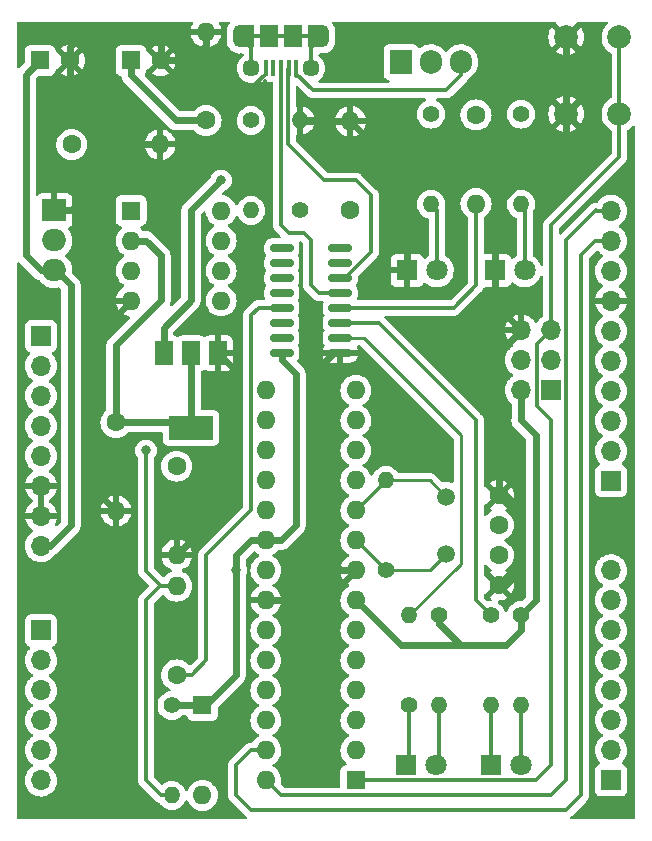
<source format=gtl>
G04 #@! TF.GenerationSoftware,KiCad,Pcbnew,6.0.11-3.fc36*
G04 #@! TF.CreationDate,2023-04-04T19:10:38+09:00*
G04 #@! TF.ProjectId,Tetiduino,54657469-6475-4696-9e6f-2e6b69636164,rev?*
G04 #@! TF.SameCoordinates,Original*
G04 #@! TF.FileFunction,Copper,L1,Top*
G04 #@! TF.FilePolarity,Positive*
%FSLAX46Y46*%
G04 Gerber Fmt 4.6, Leading zero omitted, Abs format (unit mm)*
G04 Created by KiCad (PCBNEW 6.0.11-3.fc36) date 2023-04-04 19:10:38*
%MOMM*%
%LPD*%
G01*
G04 APERTURE LIST*
G04 Aperture macros list*
%AMRoundRect*
0 Rectangle with rounded corners*
0 $1 Rounding radius*
0 $2 $3 $4 $5 $6 $7 $8 $9 X,Y pos of 4 corners*
0 Add a 4 corners polygon primitive as box body*
4,1,4,$2,$3,$4,$5,$6,$7,$8,$9,$2,$3,0*
0 Add four circle primitives for the rounded corners*
1,1,$1+$1,$2,$3*
1,1,$1+$1,$4,$5*
1,1,$1+$1,$6,$7*
1,1,$1+$1,$8,$9*
0 Add four rect primitives between the rounded corners*
20,1,$1+$1,$2,$3,$4,$5,0*
20,1,$1+$1,$4,$5,$6,$7,0*
20,1,$1+$1,$6,$7,$8,$9,0*
20,1,$1+$1,$8,$9,$2,$3,0*%
G04 Aperture macros list end*
G04 #@! TA.AperFunction,ComponentPad*
%ADD10R,1.700000X1.700000*%
G04 #@! TD*
G04 #@! TA.AperFunction,ComponentPad*
%ADD11O,1.700000X1.700000*%
G04 #@! TD*
G04 #@! TA.AperFunction,ComponentPad*
%ADD12C,1.400000*%
G04 #@! TD*
G04 #@! TA.AperFunction,ComponentPad*
%ADD13O,1.400000X1.400000*%
G04 #@! TD*
G04 #@! TA.AperFunction,ComponentPad*
%ADD14R,1.905000X2.000000*%
G04 #@! TD*
G04 #@! TA.AperFunction,ComponentPad*
%ADD15O,1.905000X2.000000*%
G04 #@! TD*
G04 #@! TA.AperFunction,ComponentPad*
%ADD16R,1.600000X1.600000*%
G04 #@! TD*
G04 #@! TA.AperFunction,ComponentPad*
%ADD17O,1.600000X1.600000*%
G04 #@! TD*
G04 #@! TA.AperFunction,ComponentPad*
%ADD18C,1.600000*%
G04 #@! TD*
G04 #@! TA.AperFunction,SMDPad,CuDef*
%ADD19R,0.400000X1.350000*%
G04 #@! TD*
G04 #@! TA.AperFunction,SMDPad,CuDef*
%ADD20R,1.500000X1.900000*%
G04 #@! TD*
G04 #@! TA.AperFunction,SMDPad,CuDef*
%ADD21R,1.200000X1.900000*%
G04 #@! TD*
G04 #@! TA.AperFunction,ComponentPad*
%ADD22O,1.200000X1.900000*%
G04 #@! TD*
G04 #@! TA.AperFunction,ComponentPad*
%ADD23C,1.450000*%
G04 #@! TD*
G04 #@! TA.AperFunction,ComponentPad*
%ADD24C,2.000000*%
G04 #@! TD*
G04 #@! TA.AperFunction,ComponentPad*
%ADD25R,1.800000X1.800000*%
G04 #@! TD*
G04 #@! TA.AperFunction,ComponentPad*
%ADD26C,1.800000*%
G04 #@! TD*
G04 #@! TA.AperFunction,SMDPad,CuDef*
%ADD27R,1.500000X2.000000*%
G04 #@! TD*
G04 #@! TA.AperFunction,SMDPad,CuDef*
%ADD28R,3.800000X2.000000*%
G04 #@! TD*
G04 #@! TA.AperFunction,SMDPad,CuDef*
%ADD29RoundRect,0.150000X0.825000X0.150000X-0.825000X0.150000X-0.825000X-0.150000X0.825000X-0.150000X0*%
G04 #@! TD*
G04 #@! TA.AperFunction,ComponentPad*
%ADD30R,2.000000X1.905000*%
G04 #@! TD*
G04 #@! TA.AperFunction,ComponentPad*
%ADD31O,2.000000X1.905000*%
G04 #@! TD*
G04 #@! TA.AperFunction,ComponentPad*
%ADD32C,1.500000*%
G04 #@! TD*
G04 #@! TA.AperFunction,ViaPad*
%ADD33C,0.800000*%
G04 #@! TD*
G04 #@! TA.AperFunction,Conductor*
%ADD34C,0.600000*%
G04 #@! TD*
G04 #@! TA.AperFunction,Conductor*
%ADD35C,0.300000*%
G04 #@! TD*
G04 #@! TA.AperFunction,Conductor*
%ADD36C,0.250000*%
G04 #@! TD*
G04 APERTURE END LIST*
D10*
X124460000Y-98892500D03*
D11*
X124460000Y-101432500D03*
X124460000Y-103972500D03*
X124460000Y-106512500D03*
X124460000Y-109052500D03*
X124460000Y-111592500D03*
X124460000Y-114132500D03*
X124460000Y-116672500D03*
D12*
X165100000Y-80115000D03*
D13*
X165100000Y-87735000D03*
D14*
X154940000Y-75695000D03*
D15*
X157480000Y-75695000D03*
X160020000Y-75695000D03*
D16*
X138130000Y-130175000D03*
D17*
X138130000Y-137795000D03*
D18*
X163195000Y-117475000D03*
X163195000Y-119975000D03*
X163195000Y-112395000D03*
X163195000Y-114895000D03*
D16*
X132080000Y-75565000D03*
D18*
X134580000Y-75565000D03*
X130810000Y-106205000D03*
D17*
X130810000Y-113705000D03*
D18*
X150660000Y-88205000D03*
D17*
X150660000Y-80705000D03*
D19*
X146080000Y-76212500D03*
X145430000Y-76212500D03*
X144780000Y-76212500D03*
X144130000Y-76212500D03*
X143480000Y-76212500D03*
D20*
X143780000Y-73512500D03*
D21*
X147680000Y-73512500D03*
D20*
X145780000Y-73512500D03*
D22*
X141280000Y-73512500D03*
D23*
X147280000Y-76212500D03*
D22*
X148280000Y-73512500D03*
D23*
X142280000Y-76212500D03*
D21*
X141880000Y-73512500D03*
D24*
X173430000Y-73585000D03*
X173430000Y-80085000D03*
X168930000Y-80085000D03*
X168930000Y-73585000D03*
D25*
X162880000Y-93345000D03*
D26*
X165420000Y-93345000D03*
D27*
X139460000Y-100355000D03*
D28*
X137160000Y-106655000D03*
D27*
X137160000Y-100355000D03*
X134860000Y-100355000D03*
D18*
X127060000Y-82677000D03*
D17*
X134560000Y-82677000D03*
D25*
X162560000Y-135255000D03*
D26*
X165100000Y-135255000D03*
D18*
X161290000Y-80175000D03*
D17*
X161290000Y-87675000D03*
D16*
X132090000Y-88275000D03*
D17*
X132090000Y-90815000D03*
X132090000Y-93355000D03*
X132090000Y-95895000D03*
X139710000Y-95895000D03*
X139710000Y-93355000D03*
X139710000Y-90815000D03*
X139710000Y-88275000D03*
D12*
X142240000Y-80645000D03*
D13*
X142240000Y-88265000D03*
D16*
X151120000Y-136515000D03*
D17*
X151120000Y-133975000D03*
X151120000Y-131435000D03*
X151120000Y-128895000D03*
X151120000Y-126355000D03*
X151120000Y-123815000D03*
X151120000Y-121275000D03*
X151120000Y-118735000D03*
X151120000Y-116195000D03*
X151120000Y-113655000D03*
X151120000Y-111115000D03*
X151120000Y-108575000D03*
X151120000Y-106035000D03*
X151120000Y-103495000D03*
X143500000Y-103495000D03*
X143500000Y-106035000D03*
X143500000Y-108575000D03*
X143500000Y-111115000D03*
X143500000Y-113655000D03*
X143500000Y-116195000D03*
X143500000Y-118735000D03*
X143500000Y-121275000D03*
X143500000Y-123815000D03*
X143500000Y-126355000D03*
X143500000Y-128895000D03*
X143500000Y-131435000D03*
X143500000Y-133975000D03*
X143500000Y-136515000D03*
D12*
X165100000Y-122555000D03*
D13*
X165100000Y-130175000D03*
D12*
X157480000Y-80115000D03*
D13*
X157480000Y-87735000D03*
D12*
X162560000Y-122555000D03*
D13*
X162560000Y-130175000D03*
D16*
X124380000Y-75565000D03*
D18*
X126880000Y-75565000D03*
D12*
X135540000Y-130175000D03*
D13*
X135540000Y-137795000D03*
D12*
X153670000Y-118745000D03*
D13*
X153670000Y-111125000D03*
D10*
X172720000Y-136510000D03*
D11*
X172720000Y-133970000D03*
X172720000Y-131430000D03*
X172720000Y-128890000D03*
X172720000Y-126350000D03*
X172720000Y-123810000D03*
X172720000Y-121270000D03*
X172720000Y-118730000D03*
D10*
X167645000Y-103490000D03*
D11*
X165105000Y-103490000D03*
X167645000Y-100950000D03*
X165105000Y-100950000D03*
X167645000Y-98410000D03*
X165105000Y-98410000D03*
D29*
X149795000Y-100330000D03*
X149795000Y-99060000D03*
X149795000Y-97790000D03*
X149795000Y-96520000D03*
X149795000Y-95250000D03*
X149795000Y-93980000D03*
X149795000Y-92710000D03*
X149795000Y-91440000D03*
X144845000Y-91440000D03*
X144845000Y-92710000D03*
X144845000Y-93980000D03*
X144845000Y-95250000D03*
X144845000Y-96520000D03*
X144845000Y-97790000D03*
X144845000Y-99060000D03*
X144845000Y-100330000D03*
D12*
X155640000Y-130175000D03*
D13*
X155640000Y-122555000D03*
D18*
X138430000Y-80645000D03*
D17*
X138430000Y-73145000D03*
D30*
X125600000Y-88265000D03*
D31*
X125600000Y-90805000D03*
X125600000Y-93345000D03*
D25*
X155340000Y-135255000D03*
D26*
X157880000Y-135255000D03*
D10*
X124460000Y-123825000D03*
D11*
X124460000Y-126365000D03*
X124460000Y-128905000D03*
X124460000Y-131445000D03*
X124460000Y-133985000D03*
X124460000Y-136525000D03*
D32*
X158750000Y-117385000D03*
X158750000Y-112505000D03*
D18*
X135950000Y-109915000D03*
D17*
X135950000Y-117415000D03*
D25*
X155460000Y-93345000D03*
D26*
X158000000Y-93345000D03*
D18*
X135950000Y-127575000D03*
D17*
X135950000Y-120075000D03*
D10*
X172720000Y-111170000D03*
D11*
X172720000Y-108630000D03*
X172720000Y-106090000D03*
X172720000Y-103550000D03*
X172720000Y-101010000D03*
X172720000Y-98470000D03*
X172720000Y-95930000D03*
X172720000Y-93390000D03*
X172720000Y-90850000D03*
X172720000Y-88310000D03*
D12*
X158180000Y-122555000D03*
D13*
X158180000Y-130175000D03*
D12*
X146400000Y-88265000D03*
D13*
X146400000Y-80645000D03*
D33*
X140970000Y-118745000D03*
X133350000Y-108585000D03*
X139700000Y-85725000D03*
D34*
X126880000Y-74415000D02*
X128270000Y-73025000D01*
X165105000Y-98410000D02*
X163195000Y-100320000D01*
X162880000Y-87945000D02*
X168930000Y-81895000D01*
X140970000Y-101865000D02*
X140970000Y-112395000D01*
X128270000Y-111165000D02*
X130810000Y-113705000D01*
X150660000Y-80705000D02*
X146460000Y-80705000D01*
X148590000Y-100965000D02*
X148590000Y-117475000D01*
X163195000Y-112395000D02*
X163830000Y-112395000D01*
X165100000Y-113665000D02*
X165100000Y-118745000D01*
X137160000Y-75565000D02*
X138430000Y-74295000D01*
X140970000Y-112395000D02*
X135950000Y-117415000D01*
X162880000Y-93345000D02*
X162880000Y-96185000D01*
X163830000Y-112395000D02*
X165100000Y-113665000D01*
X138430000Y-74295000D02*
X138430000Y-73145000D01*
X163830000Y-120015000D02*
X163235000Y-120015000D01*
X132090000Y-95895000D02*
X128270000Y-99715000D01*
X125600000Y-88265000D02*
X127000000Y-88265000D01*
X143500000Y-121275000D02*
X148580000Y-121275000D01*
X168930000Y-73585000D02*
X168930000Y-80085000D01*
X128270000Y-73025000D02*
X133350000Y-73025000D01*
X128270000Y-99715000D02*
X128270000Y-111165000D01*
X132588000Y-82677000D02*
X134560000Y-82677000D01*
X163195000Y-100320000D02*
X163195000Y-112395000D01*
X127000000Y-88265000D02*
X132588000Y-82677000D01*
D35*
X139700000Y-78105000D02*
X140970000Y-78105000D01*
D34*
X165100000Y-118745000D02*
X163830000Y-120015000D01*
X139460000Y-100355000D02*
X140970000Y-101865000D01*
X150660000Y-80705000D02*
X155460000Y-85505000D01*
X163235000Y-120015000D02*
X163195000Y-119975000D01*
X149225000Y-100330000D02*
X148590000Y-100965000D01*
D35*
X142062500Y-78105000D02*
X140970000Y-78105000D01*
D34*
X133350000Y-73025000D02*
X134580000Y-74255000D01*
X155460000Y-85505000D02*
X155460000Y-93345000D01*
X134580000Y-74255000D02*
X134580000Y-75565000D01*
D35*
X143480000Y-76687500D02*
X142062500Y-78105000D01*
D34*
X148580000Y-121275000D02*
X151120000Y-118735000D01*
X149860000Y-118745000D02*
X149870000Y-118735000D01*
X149870000Y-118735000D02*
X151120000Y-118735000D01*
X168930000Y-81895000D02*
X168930000Y-80085000D01*
X126880000Y-75565000D02*
X126880000Y-74415000D01*
D35*
X139700000Y-78105000D02*
X138430000Y-76835000D01*
D34*
X126880000Y-75565000D02*
X126880000Y-76969000D01*
X134580000Y-75565000D02*
X137160000Y-75565000D01*
X162880000Y-96185000D02*
X165105000Y-98410000D01*
X146460000Y-80705000D02*
X146400000Y-80645000D01*
D35*
X143480000Y-76212500D02*
X143480000Y-76687500D01*
D34*
X126880000Y-76969000D02*
X132588000Y-82677000D01*
D35*
X138430000Y-76835000D02*
X138430000Y-73145000D01*
D34*
X148590000Y-117475000D02*
X149860000Y-118745000D01*
X162880000Y-93345000D02*
X162880000Y-87945000D01*
X138430000Y-80645000D02*
X135890000Y-80645000D01*
X142250000Y-116195000D02*
X143500000Y-116195000D01*
X154940000Y-125095000D02*
X160020000Y-125095000D01*
X158180000Y-123255000D02*
X160020000Y-125095000D01*
X140970000Y-118745000D02*
X140970000Y-117475000D01*
X132080000Y-76835000D02*
X132080000Y-75565000D01*
X163830000Y-125095000D02*
X165100000Y-123825000D01*
X166370000Y-107315000D02*
X166370000Y-121285000D01*
X165105000Y-103490000D02*
X165105000Y-106040000D01*
X165100000Y-123825000D02*
X165100000Y-122555000D01*
X135890000Y-80645000D02*
X132080000Y-76835000D01*
X144845000Y-100330000D02*
X144845000Y-100900000D01*
X144790000Y-116195000D02*
X143500000Y-116195000D01*
X151120000Y-121275000D02*
X154940000Y-125095000D01*
X158180000Y-122555000D02*
X158180000Y-123255000D01*
X146050000Y-114935000D02*
X144790000Y-116195000D01*
X140970000Y-127635000D02*
X138430000Y-130175000D01*
X165105000Y-106040000D02*
X165100000Y-106045000D01*
X160020000Y-125095000D02*
X163830000Y-125095000D01*
X144845000Y-100900000D02*
X146050000Y-102105000D01*
X146050000Y-102105000D02*
X146050000Y-114935000D01*
X140970000Y-118745000D02*
X140970000Y-127635000D01*
X165100000Y-106045000D02*
X166370000Y-107315000D01*
X166370000Y-121285000D02*
X165100000Y-122555000D01*
X140970000Y-117475000D02*
X142250000Y-116195000D01*
X138430000Y-130175000D02*
X135540000Y-130175000D01*
D35*
X158180000Y-130175000D02*
X158180000Y-134955000D01*
X158180000Y-134955000D02*
X157880000Y-135255000D01*
X143500000Y-133975000D02*
X142250000Y-133975000D01*
X140970000Y-135255000D02*
X140970000Y-137795000D01*
X142250000Y-133975000D02*
X140970000Y-135255000D01*
X170180000Y-92075000D02*
X171405000Y-90850000D01*
X168910000Y-139065000D02*
X170180000Y-137795000D01*
X140970000Y-137795000D02*
X142240000Y-139065000D01*
X171405000Y-90850000D02*
X172720000Y-90850000D01*
X170180000Y-137795000D02*
X170180000Y-92075000D01*
X142240000Y-139065000D02*
X168910000Y-139065000D01*
X171495000Y-88310000D02*
X172720000Y-88310000D01*
X168910000Y-90805000D02*
X171450000Y-88265000D01*
X143500000Y-136515000D02*
X144780000Y-137795000D01*
X171450000Y-88265000D02*
X171495000Y-88310000D01*
X144780000Y-137795000D02*
X167640000Y-137795000D01*
X168910000Y-136525000D02*
X168910000Y-90805000D01*
X167640000Y-137795000D02*
X168910000Y-136525000D01*
X155640000Y-130175000D02*
X155640000Y-134955000D01*
X155640000Y-134955000D02*
X155340000Y-135255000D01*
X165100000Y-135255000D02*
X165100000Y-130175000D01*
X165420000Y-88055000D02*
X165420000Y-93345000D01*
X165100000Y-87735000D02*
X165420000Y-88055000D01*
X162560000Y-130175000D02*
X162560000Y-135255000D01*
X167640000Y-89535000D02*
X167645000Y-89540000D01*
X134560000Y-120075000D02*
X133350000Y-121285000D01*
X173430000Y-80085000D02*
X173430000Y-73585000D01*
X133350000Y-118805000D02*
X134620000Y-120075000D01*
X166445000Y-104850000D02*
X167640000Y-106045000D01*
X166370000Y-136525000D02*
X166360000Y-136515000D01*
X173430000Y-83745000D02*
X173430000Y-80085000D01*
X166445000Y-99610000D02*
X166445000Y-104850000D01*
X134620000Y-137795000D02*
X135540000Y-137795000D01*
X133350000Y-121285000D02*
X133350000Y-136525000D01*
X167645000Y-89540000D02*
X167645000Y-98410000D01*
X166360000Y-136515000D02*
X151120000Y-136515000D01*
X167640000Y-135255000D02*
X166370000Y-136525000D01*
X133350000Y-136525000D02*
X134620000Y-137795000D01*
X167640000Y-106045000D02*
X167640000Y-135255000D01*
X134620000Y-120075000D02*
X135950000Y-120075000D01*
X135950000Y-120075000D02*
X134560000Y-120075000D01*
X167645000Y-98410000D02*
X166445000Y-99610000D01*
X173430000Y-83745000D02*
X167640000Y-89535000D01*
X133350000Y-118805000D02*
X133350000Y-108585000D01*
D34*
X132090000Y-90815000D02*
X133360000Y-90815000D01*
X136710000Y-106205000D02*
X137160000Y-106655000D01*
X130810000Y-106205000D02*
X136710000Y-106205000D01*
X130810000Y-99695000D02*
X130810000Y-106205000D01*
X134620000Y-92075000D02*
X134620000Y-95885000D01*
X133360000Y-90815000D02*
X134620000Y-92075000D01*
X134620000Y-95885000D02*
X130810000Y-99695000D01*
X137160000Y-100355000D02*
X137160000Y-106655000D01*
X123190000Y-92075000D02*
X123190000Y-76755000D01*
X125600000Y-93345000D02*
X124460000Y-93345000D01*
X124460000Y-116672500D02*
X125262500Y-116672500D01*
X127000000Y-94615000D02*
X125730000Y-93345000D01*
X123190000Y-76755000D02*
X124380000Y-75565000D01*
X125262500Y-116672500D02*
X127000000Y-114935000D01*
X124460000Y-93345000D02*
X123190000Y-92075000D01*
X125730000Y-93345000D02*
X125600000Y-93345000D01*
X127000000Y-114935000D02*
X127000000Y-94615000D01*
D35*
X146080000Y-76687500D02*
X147497500Y-78105000D01*
X146080000Y-76212500D02*
X146080000Y-76687500D01*
X158750000Y-78105000D02*
X160020000Y-76835000D01*
X147497500Y-78105000D02*
X158750000Y-78105000D01*
X146080000Y-76212500D02*
X146080000Y-76865000D01*
X160020000Y-76835000D02*
X160020000Y-75695000D01*
X153035000Y-97790000D02*
X161290000Y-106045000D01*
X162560000Y-122555000D02*
X161290000Y-121285000D01*
X153035000Y-97790000D02*
X149795000Y-97790000D01*
X161290000Y-121285000D02*
X161290000Y-106045000D01*
D36*
X160020000Y-107315000D02*
X160020000Y-118175000D01*
X160020000Y-118175000D02*
X155640000Y-122555000D01*
X151765000Y-99060000D02*
X160020000Y-107315000D01*
X149795000Y-99060000D02*
X151765000Y-99060000D01*
D35*
X141280000Y-73512500D02*
X148280000Y-73512500D01*
X147280000Y-74512500D02*
X148280000Y-73512500D01*
X147280000Y-76212500D02*
X147280000Y-74512500D01*
X142280000Y-76212500D02*
X142280000Y-74512500D01*
X142280000Y-74512500D02*
X141280000Y-73512500D01*
D34*
X139700000Y-85725000D02*
X137160000Y-88265000D01*
X134860000Y-98185000D02*
X134860000Y-100355000D01*
X137160000Y-88265000D02*
X137160000Y-95885000D01*
X137160000Y-95885000D02*
X134860000Y-98185000D01*
D35*
X158000000Y-93345000D02*
X158000000Y-88255000D01*
X157480000Y-87735000D02*
X158000000Y-88255000D01*
X149795000Y-96520000D02*
X159385000Y-96520000D01*
X161290000Y-94615000D02*
X161290000Y-87675000D01*
X159385000Y-96520000D02*
X161290000Y-94615000D01*
X142875000Y-96520000D02*
X142240000Y-97155000D01*
X138430000Y-126365000D02*
X137220000Y-127575000D01*
X144845000Y-96520000D02*
X142875000Y-96520000D01*
X142240000Y-113665000D02*
X138430000Y-117475000D01*
X138430000Y-117475000D02*
X138430000Y-126365000D01*
X137220000Y-127575000D02*
X135950000Y-127575000D01*
X142240000Y-97155000D02*
X142240000Y-113665000D01*
X144780000Y-76212500D02*
X144780000Y-89535000D01*
X147320000Y-94615000D02*
X147955000Y-95250000D01*
X144780000Y-89535000D02*
X145415000Y-90170000D01*
X147320000Y-90805000D02*
X147320000Y-94615000D01*
X146685000Y-90170000D02*
X147320000Y-90805000D01*
X147955000Y-95250000D02*
X149795000Y-95250000D01*
X145415000Y-90170000D02*
X146685000Y-90170000D01*
X151130000Y-85725000D02*
X148460000Y-85725000D01*
X151130000Y-85725000D02*
X152400000Y-86995000D01*
X148460000Y-85725000D02*
X145350000Y-82615000D01*
X145350000Y-76292500D02*
X145350000Y-82615000D01*
X150207107Y-93980000D02*
X152400000Y-91787107D01*
X145430000Y-76212500D02*
X145350000Y-76292500D01*
X152400000Y-91787107D02*
X152400000Y-86995000D01*
X149795000Y-93980000D02*
X150207107Y-93980000D01*
D36*
X151120000Y-116195000D02*
X153670000Y-118745000D01*
X153670000Y-118745000D02*
X157390000Y-118745000D01*
X157390000Y-118745000D02*
X158750000Y-117385000D01*
X153650000Y-111125000D02*
X153670000Y-111125000D01*
X151120000Y-113655000D02*
X153650000Y-111125000D01*
X157370000Y-111125000D02*
X158750000Y-112505000D01*
X153670000Y-111125000D02*
X157370000Y-111125000D01*
G04 #@! TA.AperFunction,Conductor*
G36*
X174720132Y-81118811D02*
G01*
X174750086Y-81183180D01*
X174751500Y-81202002D01*
X174751500Y-139700500D01*
X174731498Y-139768621D01*
X174677842Y-139815114D01*
X174625500Y-139826500D01*
X169376561Y-139826500D01*
X169308440Y-139806498D01*
X169261947Y-139752842D01*
X169251843Y-139682568D01*
X169281337Y-139617988D01*
X169304171Y-139598932D01*
X169303718Y-139598348D01*
X169309980Y-139593491D01*
X169316807Y-139589453D01*
X169331971Y-139574289D01*
X169347005Y-139561448D01*
X169364357Y-139548841D01*
X169393803Y-139513247D01*
X169401792Y-139504468D01*
X170587605Y-138318655D01*
X170596385Y-138310665D01*
X170596387Y-138310663D01*
X170603080Y-138306416D01*
X170612597Y-138296282D01*
X170651604Y-138254743D01*
X170654359Y-138251901D01*
X170674927Y-138231333D01*
X170677647Y-138227826D01*
X170685353Y-138218804D01*
X170711546Y-138190911D01*
X170716972Y-138185133D01*
X170720790Y-138178188D01*
X170720793Y-138178184D01*
X170727300Y-138166347D01*
X170738157Y-138149818D01*
X170746446Y-138139132D01*
X170751304Y-138132869D01*
X170769659Y-138090455D01*
X170774873Y-138079812D01*
X170793304Y-138046286D01*
X170793304Y-138046285D01*
X170797124Y-138039337D01*
X170799095Y-138031660D01*
X170799097Y-138031655D01*
X170802455Y-138018574D01*
X170808861Y-137999862D01*
X170814233Y-137987448D01*
X170817380Y-137980177D01*
X170819399Y-137967433D01*
X170824607Y-137934544D01*
X170827012Y-137922930D01*
X170838500Y-137878188D01*
X170838500Y-137856742D01*
X170840051Y-137837032D01*
X170842166Y-137823678D01*
X170842166Y-137823677D01*
X170843406Y-137815848D01*
X170839059Y-137769859D01*
X170838500Y-137758004D01*
X170838500Y-133936695D01*
X171357251Y-133936695D01*
X171357548Y-133941848D01*
X171357548Y-133941851D01*
X171365387Y-134077810D01*
X171370110Y-134159715D01*
X171371247Y-134164761D01*
X171371248Y-134164767D01*
X171387591Y-134237285D01*
X171419222Y-134377639D01*
X171503266Y-134584616D01*
X171619987Y-134775088D01*
X171766250Y-134943938D01*
X171770230Y-134947242D01*
X171774981Y-134951187D01*
X171814616Y-135010090D01*
X171816113Y-135081071D01*
X171778997Y-135141593D01*
X171738725Y-135166112D01*
X171720221Y-135173049D01*
X171623295Y-135209385D01*
X171506739Y-135296739D01*
X171419385Y-135413295D01*
X171368255Y-135549684D01*
X171361500Y-135611866D01*
X171361500Y-137408134D01*
X171368255Y-137470316D01*
X171419385Y-137606705D01*
X171506739Y-137723261D01*
X171623295Y-137810615D01*
X171759684Y-137861745D01*
X171821866Y-137868500D01*
X173618134Y-137868500D01*
X173680316Y-137861745D01*
X173816705Y-137810615D01*
X173933261Y-137723261D01*
X174020615Y-137606705D01*
X174071745Y-137470316D01*
X174078500Y-137408134D01*
X174078500Y-135611866D01*
X174071745Y-135549684D01*
X174020615Y-135413295D01*
X173933261Y-135296739D01*
X173816705Y-135209385D01*
X173751245Y-135184845D01*
X173698203Y-135164960D01*
X173641439Y-135122318D01*
X173616739Y-135055756D01*
X173631947Y-134986408D01*
X173653493Y-134957727D01*
X173758096Y-134853489D01*
X173777227Y-134826866D01*
X173885435Y-134676277D01*
X173888453Y-134672077D01*
X173906157Y-134636257D01*
X173985136Y-134476453D01*
X173985137Y-134476451D01*
X173987430Y-134471811D01*
X174038576Y-134303469D01*
X174050865Y-134263023D01*
X174050865Y-134263021D01*
X174052370Y-134258069D01*
X174081529Y-134036590D01*
X174082189Y-134009566D01*
X174083074Y-133973365D01*
X174083074Y-133973361D01*
X174083156Y-133970000D01*
X174064852Y-133747361D01*
X174010431Y-133530702D01*
X173921354Y-133325840D01*
X173800014Y-133138277D01*
X173649670Y-132973051D01*
X173645619Y-132969852D01*
X173645615Y-132969848D01*
X173478414Y-132837800D01*
X173478410Y-132837798D01*
X173474359Y-132834598D01*
X173433053Y-132811796D01*
X173383084Y-132761364D01*
X173368312Y-132691921D01*
X173393428Y-132625516D01*
X173420780Y-132598909D01*
X173477674Y-132558327D01*
X173599860Y-132471173D01*
X173758096Y-132313489D01*
X173817594Y-132230689D01*
X173885435Y-132136277D01*
X173888453Y-132132077D01*
X173906157Y-132096257D01*
X173985136Y-131936453D01*
X173985137Y-131936451D01*
X173987430Y-131931811D01*
X174019900Y-131824940D01*
X174050865Y-131723023D01*
X174050865Y-131723021D01*
X174052370Y-131718069D01*
X174081529Y-131496590D01*
X174082790Y-131445000D01*
X174083074Y-131433365D01*
X174083074Y-131433361D01*
X174083156Y-131430000D01*
X174064852Y-131207361D01*
X174010431Y-130990702D01*
X173921354Y-130785840D01*
X173800014Y-130598277D01*
X173649670Y-130433051D01*
X173645619Y-130429852D01*
X173645615Y-130429848D01*
X173478414Y-130297800D01*
X173478410Y-130297798D01*
X173474359Y-130294598D01*
X173433053Y-130271796D01*
X173383084Y-130221364D01*
X173368312Y-130151921D01*
X173393428Y-130085516D01*
X173420780Y-130058909D01*
X173477674Y-130018327D01*
X173599860Y-129931173D01*
X173758096Y-129773489D01*
X173817594Y-129690689D01*
X173885435Y-129596277D01*
X173888453Y-129592077D01*
X173897673Y-129573423D01*
X173985136Y-129396453D01*
X173985137Y-129396451D01*
X173987430Y-129391811D01*
X174032782Y-129242540D01*
X174050865Y-129183023D01*
X174050865Y-129183021D01*
X174052370Y-129178069D01*
X174081529Y-128956590D01*
X174082790Y-128905000D01*
X174083074Y-128893365D01*
X174083074Y-128893361D01*
X174083156Y-128890000D01*
X174064852Y-128667361D01*
X174010431Y-128450702D01*
X173921354Y-128245840D01*
X173812526Y-128077617D01*
X173802822Y-128062617D01*
X173802820Y-128062614D01*
X173800014Y-128058277D01*
X173649670Y-127893051D01*
X173645619Y-127889852D01*
X173645615Y-127889848D01*
X173478414Y-127757800D01*
X173478410Y-127757798D01*
X173474359Y-127754598D01*
X173433053Y-127731796D01*
X173383084Y-127681364D01*
X173368312Y-127611921D01*
X173393428Y-127545516D01*
X173420780Y-127518909D01*
X173477674Y-127478327D01*
X173599860Y-127391173D01*
X173758096Y-127233489D01*
X173817594Y-127150689D01*
X173885435Y-127056277D01*
X173888453Y-127052077D01*
X173906157Y-127016257D01*
X173985136Y-126856453D01*
X173985137Y-126856451D01*
X173987430Y-126851811D01*
X174045564Y-126660469D01*
X174050865Y-126643023D01*
X174050865Y-126643021D01*
X174052370Y-126638069D01*
X174081529Y-126416590D01*
X174082790Y-126365000D01*
X174083074Y-126353365D01*
X174083074Y-126353361D01*
X174083156Y-126350000D01*
X174064852Y-126127361D01*
X174010431Y-125910702D01*
X173921354Y-125705840D01*
X173800014Y-125518277D01*
X173649670Y-125353051D01*
X173645619Y-125349852D01*
X173645615Y-125349848D01*
X173478414Y-125217800D01*
X173478410Y-125217798D01*
X173474359Y-125214598D01*
X173433053Y-125191796D01*
X173383084Y-125141364D01*
X173368312Y-125071921D01*
X173393428Y-125005516D01*
X173420780Y-124978909D01*
X173464603Y-124947650D01*
X173599860Y-124851173D01*
X173758096Y-124693489D01*
X173817594Y-124610689D01*
X173885435Y-124516277D01*
X173888453Y-124512077D01*
X173906157Y-124476257D01*
X173985136Y-124316453D01*
X173985137Y-124316451D01*
X173987430Y-124311811D01*
X174052370Y-124098069D01*
X174081529Y-123876590D01*
X174083156Y-123810000D01*
X174064852Y-123587361D01*
X174010431Y-123370702D01*
X173921354Y-123165840D01*
X173800014Y-122978277D01*
X173649670Y-122813051D01*
X173645619Y-122809852D01*
X173645615Y-122809848D01*
X173478414Y-122677800D01*
X173478410Y-122677798D01*
X173474359Y-122674598D01*
X173433053Y-122651796D01*
X173383084Y-122601364D01*
X173368312Y-122531921D01*
X173393428Y-122465516D01*
X173420780Y-122438909D01*
X173464603Y-122407650D01*
X173599860Y-122311173D01*
X173758096Y-122153489D01*
X173817594Y-122070689D01*
X173885435Y-121976277D01*
X173888453Y-121972077D01*
X173897673Y-121953423D01*
X173985136Y-121776453D01*
X173985137Y-121776451D01*
X173987430Y-121771811D01*
X174052370Y-121558069D01*
X174081529Y-121336590D01*
X174082031Y-121316053D01*
X174083074Y-121273365D01*
X174083074Y-121273361D01*
X174083156Y-121270000D01*
X174064852Y-121047361D01*
X174010431Y-120830702D01*
X173921354Y-120625840D01*
X173800014Y-120438277D01*
X173649670Y-120273051D01*
X173645619Y-120269852D01*
X173645615Y-120269848D01*
X173478414Y-120137800D01*
X173478410Y-120137798D01*
X173474359Y-120134598D01*
X173433053Y-120111796D01*
X173383084Y-120061364D01*
X173368312Y-119991921D01*
X173393428Y-119925516D01*
X173420780Y-119898909D01*
X173485993Y-119852393D01*
X173599860Y-119771173D01*
X173618618Y-119752481D01*
X173754435Y-119617137D01*
X173758096Y-119613489D01*
X173763327Y-119606210D01*
X173885435Y-119436277D01*
X173888453Y-119432077D01*
X173892822Y-119423238D01*
X173985136Y-119236453D01*
X173985137Y-119236451D01*
X173987430Y-119231811D01*
X174028816Y-119095593D01*
X174050865Y-119023023D01*
X174050865Y-119023021D01*
X174052370Y-119018069D01*
X174081529Y-118796590D01*
X174081727Y-118788498D01*
X174083074Y-118733365D01*
X174083074Y-118733361D01*
X174083156Y-118730000D01*
X174064852Y-118507361D01*
X174010431Y-118290702D01*
X173921354Y-118085840D01*
X173868657Y-118004383D01*
X173802822Y-117902617D01*
X173802820Y-117902614D01*
X173800014Y-117898277D01*
X173649670Y-117733051D01*
X173645619Y-117729852D01*
X173645615Y-117729848D01*
X173478414Y-117597800D01*
X173478410Y-117597798D01*
X173474359Y-117594598D01*
X173446957Y-117579471D01*
X173394138Y-117550314D01*
X173278789Y-117486638D01*
X173273920Y-117484914D01*
X173273916Y-117484912D01*
X173073087Y-117413795D01*
X173073083Y-117413794D01*
X173068212Y-117412069D01*
X173063119Y-117411162D01*
X173063116Y-117411161D01*
X172853373Y-117373800D01*
X172853367Y-117373799D01*
X172848284Y-117372894D01*
X172774452Y-117371992D01*
X172630081Y-117370228D01*
X172630079Y-117370228D01*
X172624911Y-117370165D01*
X172404091Y-117403955D01*
X172191756Y-117473357D01*
X172162584Y-117488543D01*
X172014354Y-117565707D01*
X171993607Y-117576507D01*
X171989474Y-117579610D01*
X171989471Y-117579612D01*
X171819100Y-117707530D01*
X171814965Y-117710635D01*
X171770253Y-117757423D01*
X171685920Y-117845673D01*
X171660629Y-117872138D01*
X171657715Y-117876410D01*
X171657714Y-117876411D01*
X171647967Y-117890700D01*
X171534743Y-118056680D01*
X171519003Y-118090590D01*
X171442934Y-118254467D01*
X171440688Y-118259305D01*
X171380989Y-118474570D01*
X171357251Y-118696695D01*
X171357548Y-118701848D01*
X171357548Y-118701851D01*
X171369056Y-118901434D01*
X171370110Y-118919715D01*
X171371247Y-118924761D01*
X171371248Y-118924767D01*
X171388546Y-119001522D01*
X171419222Y-119137639D01*
X171503266Y-119344616D01*
X171528939Y-119386511D01*
X171616055Y-119528671D01*
X171619987Y-119535088D01*
X171766250Y-119703938D01*
X171913610Y-119826279D01*
X171932063Y-119841598D01*
X171938126Y-119846632D01*
X171986414Y-119874849D01*
X172011445Y-119889476D01*
X172060169Y-119941114D01*
X172073240Y-120010897D01*
X172046509Y-120076669D01*
X172006055Y-120110027D01*
X171993607Y-120116507D01*
X171989474Y-120119610D01*
X171989471Y-120119612D01*
X171871334Y-120208312D01*
X171814965Y-120250635D01*
X171660629Y-120412138D01*
X171657715Y-120416410D01*
X171657714Y-120416411D01*
X171649090Y-120429053D01*
X171534743Y-120596680D01*
X171440688Y-120799305D01*
X171380989Y-121014570D01*
X171357251Y-121236695D01*
X171357548Y-121241848D01*
X171357548Y-121241851D01*
X171363959Y-121353033D01*
X171370110Y-121459715D01*
X171371247Y-121464761D01*
X171371248Y-121464767D01*
X171388427Y-121540994D01*
X171419222Y-121677639D01*
X171503266Y-121884616D01*
X171619987Y-122075088D01*
X171766250Y-122243938D01*
X171938126Y-122386632D01*
X171986414Y-122414849D01*
X172011445Y-122429476D01*
X172060169Y-122481114D01*
X172073240Y-122550897D01*
X172046509Y-122616669D01*
X172006055Y-122650027D01*
X171993607Y-122656507D01*
X171989474Y-122659610D01*
X171989471Y-122659612D01*
X171848235Y-122765655D01*
X171814965Y-122790635D01*
X171811393Y-122794373D01*
X171684780Y-122926866D01*
X171660629Y-122952138D01*
X171534743Y-123136680D01*
X171521104Y-123166063D01*
X171444885Y-123330264D01*
X171440688Y-123339305D01*
X171380989Y-123554570D01*
X171357251Y-123776695D01*
X171357548Y-123781848D01*
X171357548Y-123781851D01*
X171364133Y-123896057D01*
X171370110Y-123999715D01*
X171371247Y-124004761D01*
X171371248Y-124004767D01*
X171384276Y-124062574D01*
X171419222Y-124217639D01*
X171503266Y-124424616D01*
X171619987Y-124615088D01*
X171766250Y-124783938D01*
X171938126Y-124926632D01*
X171986414Y-124954849D01*
X172011445Y-124969476D01*
X172060169Y-125021114D01*
X172073240Y-125090897D01*
X172046509Y-125156669D01*
X172006055Y-125190027D01*
X171993607Y-125196507D01*
X171989474Y-125199610D01*
X171989471Y-125199612D01*
X171819100Y-125327530D01*
X171814965Y-125330635D01*
X171660629Y-125492138D01*
X171657715Y-125496410D01*
X171657714Y-125496411D01*
X171572556Y-125621249D01*
X171534743Y-125676680D01*
X171508774Y-125732626D01*
X171444219Y-125871699D01*
X171440688Y-125879305D01*
X171380989Y-126094570D01*
X171357251Y-126316695D01*
X171357548Y-126321848D01*
X171357548Y-126321851D01*
X171369812Y-126534547D01*
X171370110Y-126539715D01*
X171371247Y-126544761D01*
X171371248Y-126544767D01*
X171391119Y-126632939D01*
X171419222Y-126757639D01*
X171503266Y-126964616D01*
X171619987Y-127155088D01*
X171766250Y-127323938D01*
X171938126Y-127466632D01*
X171986414Y-127494849D01*
X172011445Y-127509476D01*
X172060169Y-127561114D01*
X172073240Y-127630897D01*
X172046509Y-127696669D01*
X172006055Y-127730027D01*
X171993607Y-127736507D01*
X171989474Y-127739610D01*
X171989471Y-127739612D01*
X171832026Y-127857825D01*
X171814965Y-127870635D01*
X171811393Y-127874373D01*
X171668174Y-128024243D01*
X171660629Y-128032138D01*
X171657715Y-128036410D01*
X171657714Y-128036411D01*
X171598670Y-128122967D01*
X171534743Y-128216680D01*
X171440688Y-128419305D01*
X171380989Y-128634570D01*
X171357251Y-128856695D01*
X171357548Y-128861848D01*
X171357548Y-128861851D01*
X171363876Y-128971590D01*
X171370110Y-129079715D01*
X171371247Y-129084761D01*
X171371248Y-129084767D01*
X171380894Y-129127566D01*
X171419222Y-129297639D01*
X171503266Y-129504616D01*
X171619987Y-129695088D01*
X171766250Y-129863938D01*
X171938126Y-130006632D01*
X171986414Y-130034849D01*
X172011445Y-130049476D01*
X172060169Y-130101114D01*
X172073240Y-130170897D01*
X172046509Y-130236669D01*
X172006055Y-130270027D01*
X171993607Y-130276507D01*
X171989474Y-130279610D01*
X171989471Y-130279612D01*
X171848235Y-130385655D01*
X171814965Y-130410635D01*
X171660629Y-130572138D01*
X171534743Y-130756680D01*
X171521104Y-130786063D01*
X171444885Y-130950264D01*
X171440688Y-130959305D01*
X171380989Y-131174570D01*
X171357251Y-131396695D01*
X171357548Y-131401848D01*
X171357548Y-131401851D01*
X171363876Y-131511590D01*
X171370110Y-131619715D01*
X171371247Y-131624761D01*
X171371248Y-131624767D01*
X171373490Y-131634715D01*
X171419222Y-131837639D01*
X171503266Y-132044616D01*
X171619987Y-132235088D01*
X171766250Y-132403938D01*
X171938126Y-132546632D01*
X171986414Y-132574849D01*
X172011445Y-132589476D01*
X172060169Y-132641114D01*
X172073240Y-132710897D01*
X172046509Y-132776669D01*
X172006055Y-132810027D01*
X171993607Y-132816507D01*
X171989474Y-132819610D01*
X171989471Y-132819612D01*
X171945269Y-132852800D01*
X171814965Y-132950635D01*
X171660629Y-133112138D01*
X171534743Y-133296680D01*
X171509384Y-133351312D01*
X171450322Y-133478551D01*
X171440688Y-133499305D01*
X171380989Y-133714570D01*
X171357251Y-133936695D01*
X170838500Y-133936695D01*
X170838500Y-108596695D01*
X171357251Y-108596695D01*
X171357548Y-108601848D01*
X171357548Y-108601851D01*
X171369151Y-108803087D01*
X171370110Y-108819715D01*
X171371247Y-108824761D01*
X171371248Y-108824767D01*
X171389475Y-108905643D01*
X171419222Y-109037639D01*
X171457461Y-109131811D01*
X171500193Y-109237047D01*
X171503266Y-109244616D01*
X171619987Y-109435088D01*
X171766250Y-109603938D01*
X171770230Y-109607242D01*
X171774981Y-109611187D01*
X171814616Y-109670090D01*
X171816113Y-109741071D01*
X171778997Y-109801593D01*
X171738725Y-109826112D01*
X171688342Y-109845000D01*
X171623295Y-109869385D01*
X171506739Y-109956739D01*
X171419385Y-110073295D01*
X171368255Y-110209684D01*
X171361500Y-110271866D01*
X171361500Y-112068134D01*
X171368255Y-112130316D01*
X171419385Y-112266705D01*
X171506739Y-112383261D01*
X171623295Y-112470615D01*
X171759684Y-112521745D01*
X171821866Y-112528500D01*
X173618134Y-112528500D01*
X173680316Y-112521745D01*
X173816705Y-112470615D01*
X173933261Y-112383261D01*
X174020615Y-112266705D01*
X174071745Y-112130316D01*
X174078500Y-112068134D01*
X174078500Y-110271866D01*
X174071745Y-110209684D01*
X174020615Y-110073295D01*
X173933261Y-109956739D01*
X173816705Y-109869385D01*
X173785237Y-109857588D01*
X173698203Y-109824960D01*
X173641439Y-109782318D01*
X173616739Y-109715756D01*
X173631947Y-109646408D01*
X173653493Y-109617727D01*
X173690150Y-109581198D01*
X173758096Y-109513489D01*
X173817594Y-109430689D01*
X173885435Y-109336277D01*
X173888453Y-109332077D01*
X173930369Y-109247267D01*
X173985136Y-109136453D01*
X173985137Y-109136451D01*
X173987430Y-109131811D01*
X174052370Y-108918069D01*
X174081529Y-108696590D01*
X174083156Y-108630000D01*
X174064852Y-108407361D01*
X174010431Y-108190702D01*
X173921354Y-107985840D01*
X173829506Y-107843864D01*
X173802822Y-107802617D01*
X173802820Y-107802614D01*
X173800014Y-107798277D01*
X173649670Y-107633051D01*
X173645619Y-107629852D01*
X173645615Y-107629848D01*
X173478414Y-107497800D01*
X173478410Y-107497798D01*
X173474359Y-107494598D01*
X173433053Y-107471796D01*
X173383084Y-107421364D01*
X173368312Y-107351921D01*
X173393428Y-107285516D01*
X173420780Y-107258909D01*
X173489435Y-107209938D01*
X173599860Y-107131173D01*
X173758096Y-106973489D01*
X173817594Y-106890689D01*
X173885435Y-106796277D01*
X173888453Y-106792077D01*
X173892784Y-106783315D01*
X173985136Y-106596453D01*
X173985137Y-106596451D01*
X173987430Y-106591811D01*
X174052370Y-106378069D01*
X174081529Y-106156590D01*
X174082168Y-106130438D01*
X174083074Y-106093365D01*
X174083074Y-106093361D01*
X174083156Y-106090000D01*
X174064852Y-105867361D01*
X174010431Y-105650702D01*
X173921354Y-105445840D01*
X173867188Y-105362112D01*
X173802822Y-105262617D01*
X173802820Y-105262614D01*
X173800014Y-105258277D01*
X173649670Y-105093051D01*
X173645619Y-105089852D01*
X173645615Y-105089848D01*
X173478414Y-104957800D01*
X173478410Y-104957798D01*
X173474359Y-104954598D01*
X173433053Y-104931796D01*
X173383084Y-104881364D01*
X173368312Y-104811921D01*
X173393428Y-104745516D01*
X173420780Y-104718909D01*
X173489435Y-104669938D01*
X173599860Y-104591173D01*
X173758096Y-104433489D01*
X173817594Y-104350689D01*
X173885435Y-104256277D01*
X173888453Y-104252077D01*
X173930369Y-104167267D01*
X173985136Y-104056453D01*
X173985137Y-104056451D01*
X173987430Y-104051811D01*
X174052370Y-103838069D01*
X174081529Y-103616590D01*
X174083156Y-103550000D01*
X174064852Y-103327361D01*
X174010431Y-103110702D01*
X173921354Y-102905840D01*
X173829506Y-102763864D01*
X173802822Y-102722617D01*
X173802820Y-102722614D01*
X173800014Y-102718277D01*
X173649670Y-102553051D01*
X173645619Y-102549852D01*
X173645615Y-102549848D01*
X173478414Y-102417800D01*
X173478410Y-102417798D01*
X173474359Y-102414598D01*
X173433053Y-102391796D01*
X173383084Y-102341364D01*
X173368312Y-102271921D01*
X173393428Y-102205516D01*
X173420780Y-102178909D01*
X173489435Y-102129938D01*
X173599860Y-102051173D01*
X173628354Y-102022779D01*
X173724227Y-101927240D01*
X173758096Y-101893489D01*
X173780005Y-101863000D01*
X173885435Y-101716277D01*
X173888453Y-101712077D01*
X173930369Y-101627267D01*
X173985136Y-101516453D01*
X173985137Y-101516451D01*
X173987430Y-101511811D01*
X174052370Y-101298069D01*
X174081529Y-101076590D01*
X174083156Y-101010000D01*
X174064852Y-100787361D01*
X174010431Y-100570702D01*
X173921354Y-100365840D01*
X173811653Y-100196268D01*
X173802822Y-100182617D01*
X173802820Y-100182614D01*
X173800014Y-100178277D01*
X173649670Y-100013051D01*
X173645619Y-100009852D01*
X173645615Y-100009848D01*
X173478414Y-99877800D01*
X173478410Y-99877798D01*
X173474359Y-99874598D01*
X173433053Y-99851796D01*
X173383084Y-99801364D01*
X173368312Y-99731921D01*
X173393428Y-99665516D01*
X173420780Y-99638909D01*
X173464603Y-99607650D01*
X173599860Y-99511173D01*
X173614018Y-99497065D01*
X173754435Y-99357137D01*
X173758096Y-99353489D01*
X173767890Y-99339860D01*
X173885435Y-99176277D01*
X173888453Y-99172077D01*
X173915701Y-99116946D01*
X173985136Y-98976453D01*
X173985137Y-98976451D01*
X173987430Y-98971811D01*
X174025238Y-98847371D01*
X174050865Y-98763023D01*
X174050865Y-98763021D01*
X174052370Y-98758069D01*
X174081529Y-98536590D01*
X174081611Y-98533240D01*
X174083074Y-98473365D01*
X174083074Y-98473361D01*
X174083156Y-98470000D01*
X174064852Y-98247361D01*
X174010431Y-98030702D01*
X173921354Y-97825840D01*
X173848078Y-97712572D01*
X173802822Y-97642617D01*
X173802820Y-97642614D01*
X173800014Y-97638277D01*
X173649670Y-97473051D01*
X173645619Y-97469852D01*
X173645615Y-97469848D01*
X173478414Y-97337800D01*
X173478410Y-97337798D01*
X173474359Y-97334598D01*
X173432569Y-97311529D01*
X173382598Y-97261097D01*
X173367826Y-97191654D01*
X173392942Y-97125248D01*
X173420294Y-97098641D01*
X173595328Y-96973792D01*
X173603200Y-96967139D01*
X173754052Y-96816812D01*
X173760730Y-96808965D01*
X173885003Y-96636020D01*
X173890313Y-96627183D01*
X173984670Y-96436267D01*
X173988469Y-96426672D01*
X174050377Y-96222910D01*
X174052555Y-96212837D01*
X174053986Y-96201962D01*
X174051775Y-96187778D01*
X174038617Y-96184000D01*
X171403225Y-96184000D01*
X171389694Y-96187973D01*
X171388257Y-96197966D01*
X171418565Y-96332446D01*
X171421645Y-96342275D01*
X171501770Y-96539603D01*
X171506413Y-96548794D01*
X171617694Y-96730388D01*
X171623777Y-96738699D01*
X171763213Y-96899667D01*
X171770580Y-96906883D01*
X171934434Y-97042916D01*
X171942881Y-97048831D01*
X172011969Y-97089203D01*
X172060693Y-97140842D01*
X172073764Y-97210625D01*
X172047033Y-97276396D01*
X172006584Y-97309752D01*
X171993607Y-97316507D01*
X171989474Y-97319610D01*
X171989471Y-97319612D01*
X171819100Y-97447530D01*
X171814965Y-97450635D01*
X171811393Y-97454373D01*
X171721538Y-97548401D01*
X171660629Y-97612138D01*
X171534743Y-97796680D01*
X171519003Y-97830590D01*
X171442981Y-97994366D01*
X171440688Y-97999305D01*
X171380989Y-98214570D01*
X171357251Y-98436695D01*
X171357548Y-98441848D01*
X171357548Y-98441851D01*
X171366066Y-98589581D01*
X171370110Y-98659715D01*
X171371247Y-98664761D01*
X171371248Y-98664767D01*
X171391119Y-98752939D01*
X171419222Y-98877639D01*
X171503266Y-99084616D01*
X171523078Y-99116946D01*
X171615512Y-99267785D01*
X171619987Y-99275088D01*
X171766250Y-99443938D01*
X171938126Y-99586632D01*
X171951786Y-99594614D01*
X172011445Y-99629476D01*
X172060169Y-99681114D01*
X172073240Y-99750897D01*
X172046509Y-99816669D01*
X172006055Y-99850027D01*
X171993607Y-99856507D01*
X171989474Y-99859610D01*
X171989471Y-99859612D01*
X171889899Y-99934373D01*
X171814965Y-99990635D01*
X171796605Y-100009848D01*
X171711095Y-100099329D01*
X171660629Y-100152138D01*
X171657715Y-100156410D01*
X171657714Y-100156411D01*
X171603282Y-100236206D01*
X171534743Y-100336680D01*
X171440688Y-100539305D01*
X171380989Y-100754570D01*
X171357251Y-100976695D01*
X171357548Y-100981848D01*
X171357548Y-100981851D01*
X171369812Y-101194547D01*
X171370110Y-101199715D01*
X171371247Y-101204761D01*
X171371248Y-101204767D01*
X171375372Y-101223064D01*
X171419222Y-101417639D01*
X171457461Y-101511811D01*
X171500193Y-101617047D01*
X171503266Y-101624616D01*
X171505965Y-101629020D01*
X171578292Y-101747047D01*
X171619987Y-101815088D01*
X171766250Y-101983938D01*
X171938126Y-102126632D01*
X171958910Y-102138777D01*
X172011445Y-102169476D01*
X172060169Y-102221114D01*
X172073240Y-102290897D01*
X172046509Y-102356669D01*
X172006055Y-102390027D01*
X171993607Y-102396507D01*
X171989474Y-102399610D01*
X171989471Y-102399612D01*
X171865491Y-102492699D01*
X171814965Y-102530635D01*
X171811393Y-102534373D01*
X171721538Y-102628401D01*
X171660629Y-102692138D01*
X171534743Y-102876680D01*
X171519003Y-102910590D01*
X171453796Y-103051067D01*
X171440688Y-103079305D01*
X171380989Y-103294570D01*
X171357251Y-103516695D01*
X171357548Y-103521848D01*
X171357548Y-103521851D01*
X171369151Y-103723087D01*
X171370110Y-103739715D01*
X171371247Y-103744761D01*
X171371248Y-103744767D01*
X171391119Y-103832939D01*
X171419222Y-103957639D01*
X171457461Y-104051811D01*
X171500193Y-104157047D01*
X171503266Y-104164616D01*
X171619987Y-104355088D01*
X171766250Y-104523938D01*
X171938126Y-104666632D01*
X172008595Y-104707811D01*
X172011445Y-104709476D01*
X172060169Y-104761114D01*
X172073240Y-104830897D01*
X172046509Y-104896669D01*
X172006055Y-104930027D01*
X171993607Y-104936507D01*
X171989474Y-104939610D01*
X171989471Y-104939612D01*
X171870681Y-105028802D01*
X171814965Y-105070635D01*
X171811393Y-105074373D01*
X171690163Y-105201233D01*
X171660629Y-105232138D01*
X171657715Y-105236410D01*
X171657714Y-105236411D01*
X171601260Y-105319169D01*
X171534743Y-105416680D01*
X171519003Y-105450590D01*
X171448039Y-105603469D01*
X171440688Y-105619305D01*
X171380989Y-105834570D01*
X171357251Y-106056695D01*
X171357548Y-106061848D01*
X171357548Y-106061851D01*
X171369151Y-106263087D01*
X171370110Y-106279715D01*
X171371247Y-106284761D01*
X171371248Y-106284767D01*
X171390446Y-106369950D01*
X171419222Y-106497639D01*
X171457461Y-106591811D01*
X171500193Y-106697047D01*
X171503266Y-106704616D01*
X171619987Y-106895088D01*
X171766250Y-107063938D01*
X171938126Y-107206632D01*
X172008595Y-107247811D01*
X172011445Y-107249476D01*
X172060169Y-107301114D01*
X172073240Y-107370897D01*
X172046509Y-107436669D01*
X172006055Y-107470027D01*
X171993607Y-107476507D01*
X171989474Y-107479610D01*
X171989471Y-107479612D01*
X171870681Y-107568802D01*
X171814965Y-107610635D01*
X171811393Y-107614373D01*
X171674656Y-107757460D01*
X171660629Y-107772138D01*
X171534743Y-107956680D01*
X171500695Y-108030030D01*
X171453796Y-108131067D01*
X171440688Y-108159305D01*
X171380989Y-108374570D01*
X171357251Y-108596695D01*
X170838500Y-108596695D01*
X170838500Y-92399950D01*
X170858502Y-92331829D01*
X170875405Y-92310855D01*
X171483052Y-91703208D01*
X171545364Y-91669182D01*
X171616179Y-91674247D01*
X171667384Y-91709805D01*
X171762865Y-91820031D01*
X171762869Y-91820035D01*
X171766250Y-91823938D01*
X171902881Y-91937371D01*
X171933783Y-91963026D01*
X171938126Y-91966632D01*
X171989765Y-91996807D01*
X172011445Y-92009476D01*
X172060169Y-92061114D01*
X172073240Y-92130897D01*
X172046509Y-92196669D01*
X172006055Y-92230027D01*
X171993607Y-92236507D01*
X171989474Y-92239610D01*
X171989471Y-92239612D01*
X171835605Y-92355138D01*
X171814965Y-92370635D01*
X171811393Y-92374373D01*
X171707907Y-92482665D01*
X171660629Y-92532138D01*
X171657715Y-92536410D01*
X171657714Y-92536411D01*
X171589465Y-92636460D01*
X171534743Y-92716680D01*
X171504508Y-92781817D01*
X171446977Y-92905757D01*
X171440688Y-92919305D01*
X171380989Y-93134570D01*
X171357251Y-93356695D01*
X171357548Y-93361848D01*
X171357548Y-93361851D01*
X171363011Y-93456590D01*
X171370110Y-93579715D01*
X171371247Y-93584761D01*
X171371248Y-93584767D01*
X171383368Y-93638544D01*
X171419222Y-93797639D01*
X171480673Y-93948976D01*
X171492994Y-93979318D01*
X171503266Y-94004616D01*
X171522830Y-94036542D01*
X171614123Y-94185518D01*
X171619987Y-94195088D01*
X171766250Y-94363938D01*
X171938126Y-94506632D01*
X172003443Y-94544800D01*
X172011955Y-94549774D01*
X172060679Y-94601412D01*
X172073750Y-94671195D01*
X172047019Y-94736967D01*
X172006562Y-94770327D01*
X171998457Y-94774546D01*
X171989738Y-94780036D01*
X171819433Y-94907905D01*
X171811726Y-94914748D01*
X171664590Y-95068717D01*
X171658104Y-95076727D01*
X171538098Y-95252649D01*
X171533000Y-95261623D01*
X171443338Y-95454783D01*
X171439775Y-95464470D01*
X171384389Y-95664183D01*
X171385912Y-95672607D01*
X171398292Y-95676000D01*
X174038344Y-95676000D01*
X174051875Y-95672027D01*
X174053180Y-95662947D01*
X174011214Y-95495875D01*
X174007894Y-95486124D01*
X173922972Y-95290814D01*
X173918105Y-95281739D01*
X173802426Y-95102926D01*
X173796136Y-95094757D01*
X173652806Y-94937240D01*
X173645273Y-94930215D01*
X173478139Y-94798222D01*
X173469556Y-94792520D01*
X173432602Y-94772120D01*
X173382631Y-94721687D01*
X173367859Y-94652245D01*
X173392975Y-94585839D01*
X173420327Y-94559232D01*
X173476032Y-94519498D01*
X173599860Y-94431173D01*
X173606563Y-94424494D01*
X173689104Y-94342240D01*
X173758096Y-94273489D01*
X173770083Y-94256808D01*
X173885435Y-94096277D01*
X173888453Y-94092077D01*
X173894246Y-94080357D01*
X173985136Y-93896453D01*
X173985137Y-93896451D01*
X173987430Y-93891811D01*
X174052370Y-93678069D01*
X174081529Y-93456590D01*
X174082569Y-93414041D01*
X174083074Y-93393365D01*
X174083074Y-93393361D01*
X174083156Y-93390000D01*
X174064852Y-93167361D01*
X174010431Y-92950702D01*
X173921354Y-92745840D01*
X173833242Y-92609639D01*
X173802822Y-92562617D01*
X173802820Y-92562614D01*
X173800014Y-92558277D01*
X173649670Y-92393051D01*
X173645619Y-92389852D01*
X173645615Y-92389848D01*
X173478414Y-92257800D01*
X173478410Y-92257798D01*
X173474359Y-92254598D01*
X173433053Y-92231796D01*
X173383084Y-92181364D01*
X173368312Y-92111921D01*
X173393428Y-92045516D01*
X173420780Y-92018909D01*
X173490314Y-91969311D01*
X173599860Y-91891173D01*
X173627788Y-91863343D01*
X173686521Y-91804814D01*
X173758096Y-91733489D01*
X173771597Y-91714701D01*
X173885435Y-91556277D01*
X173888453Y-91552077D01*
X173894244Y-91540361D01*
X173985136Y-91356453D01*
X173985137Y-91356451D01*
X173987430Y-91351811D01*
X174052370Y-91138069D01*
X174081529Y-90916590D01*
X174082345Y-90883193D01*
X174083074Y-90853365D01*
X174083074Y-90853361D01*
X174083156Y-90850000D01*
X174064852Y-90627361D01*
X174010431Y-90410702D01*
X173921354Y-90205840D01*
X173875139Y-90134403D01*
X173802822Y-90022617D01*
X173802820Y-90022614D01*
X173800014Y-90018277D01*
X173649670Y-89853051D01*
X173645619Y-89849852D01*
X173645615Y-89849848D01*
X173478414Y-89717800D01*
X173478410Y-89717798D01*
X173474359Y-89714598D01*
X173433053Y-89691796D01*
X173383084Y-89641364D01*
X173368312Y-89571921D01*
X173393428Y-89505516D01*
X173420780Y-89478909D01*
X173488219Y-89430805D01*
X173599860Y-89351173D01*
X173608541Y-89342523D01*
X173740325Y-89211198D01*
X173758096Y-89193489D01*
X173800666Y-89134247D01*
X173885435Y-89016277D01*
X173888453Y-89012077D01*
X173895020Y-88998791D01*
X173985136Y-88816453D01*
X173985137Y-88816451D01*
X173987430Y-88811811D01*
X174052370Y-88598069D01*
X174081529Y-88376590D01*
X174081611Y-88373240D01*
X174083074Y-88313365D01*
X174083074Y-88313361D01*
X174083156Y-88310000D01*
X174064852Y-88087361D01*
X174010431Y-87870702D01*
X173921354Y-87665840D01*
X173874375Y-87593222D01*
X173802822Y-87482617D01*
X173802820Y-87482614D01*
X173800014Y-87478277D01*
X173649670Y-87313051D01*
X173645619Y-87309852D01*
X173645615Y-87309848D01*
X173478414Y-87177800D01*
X173478410Y-87177798D01*
X173474359Y-87174598D01*
X173278789Y-87066638D01*
X173273920Y-87064914D01*
X173273916Y-87064912D01*
X173073087Y-86993795D01*
X173073083Y-86993794D01*
X173068212Y-86992069D01*
X173063119Y-86991162D01*
X173063116Y-86991161D01*
X172853373Y-86953800D01*
X172853367Y-86953799D01*
X172848284Y-86952894D01*
X172774452Y-86951992D01*
X172630081Y-86950228D01*
X172630079Y-86950228D01*
X172624911Y-86950165D01*
X172404091Y-86983955D01*
X172191756Y-87053357D01*
X171993607Y-87156507D01*
X171989474Y-87159610D01*
X171989471Y-87159612D01*
X171819100Y-87287530D01*
X171814965Y-87290635D01*
X171811393Y-87294373D01*
X171684780Y-87426866D01*
X171660629Y-87452138D01*
X171657715Y-87456410D01*
X171657714Y-87456411D01*
X171595087Y-87548219D01*
X171540176Y-87593222D01*
X171486708Y-87599746D01*
X171486603Y-87603083D01*
X171478676Y-87602834D01*
X171470848Y-87601594D01*
X171462956Y-87602340D01*
X171412574Y-87607102D01*
X171404676Y-87607599D01*
X171364837Y-87608851D01*
X171346169Y-87609438D01*
X171337503Y-87611955D01*
X171314201Y-87616401D01*
X171313101Y-87616505D01*
X171313100Y-87616505D01*
X171305211Y-87617251D01*
X171250131Y-87637081D01*
X171242602Y-87639527D01*
X171186399Y-87655855D01*
X171178623Y-87660454D01*
X171157172Y-87670548D01*
X171148671Y-87673608D01*
X171142112Y-87678065D01*
X171142113Y-87678065D01*
X171100247Y-87706517D01*
X171093564Y-87710758D01*
X171043193Y-87740548D01*
X171036810Y-87746931D01*
X171018542Y-87762044D01*
X171011065Y-87767126D01*
X171005820Y-87773075D01*
X171005818Y-87773077D01*
X170972347Y-87811043D01*
X170966928Y-87816813D01*
X168518595Y-90265145D01*
X168456283Y-90299171D01*
X168385467Y-90294106D01*
X168328632Y-90251559D01*
X168303821Y-90185039D01*
X168303500Y-90176050D01*
X168303500Y-89854950D01*
X168323502Y-89786829D01*
X168340405Y-89765855D01*
X173837605Y-84268655D01*
X173846385Y-84260665D01*
X173846387Y-84260663D01*
X173853080Y-84256416D01*
X173901605Y-84204742D01*
X173904359Y-84201901D01*
X173924927Y-84181333D01*
X173927647Y-84177826D01*
X173935353Y-84168804D01*
X173961544Y-84140913D01*
X173966972Y-84135133D01*
X173970794Y-84128181D01*
X173977303Y-84116342D01*
X173988157Y-84099818D01*
X173996445Y-84089132D01*
X174001304Y-84082868D01*
X174004452Y-84075594D01*
X174019654Y-84040465D01*
X174024876Y-84029805D01*
X174043305Y-83996284D01*
X174043306Y-83996282D01*
X174047124Y-83989337D01*
X174052459Y-83968559D01*
X174058858Y-83949869D01*
X174067380Y-83930176D01*
X174070373Y-83911284D01*
X174074608Y-83884543D01*
X174077015Y-83872921D01*
X174086529Y-83835867D01*
X174086530Y-83835863D01*
X174088500Y-83828188D01*
X174088500Y-83806747D01*
X174090051Y-83787036D01*
X174092167Y-83773676D01*
X174093407Y-83765848D01*
X174089059Y-83719852D01*
X174088500Y-83707994D01*
X174088500Y-81521246D01*
X174108502Y-81453125D01*
X174148665Y-81413814D01*
X174315193Y-81311765D01*
X174315203Y-81311758D01*
X174319416Y-81309176D01*
X174499969Y-81154969D01*
X174529689Y-81120171D01*
X174589139Y-81081363D01*
X174660134Y-81080855D01*
X174720132Y-81118811D01*
G37*
G04 #@! TD.AperFunction*
G04 #@! TA.AperFunction,Conductor*
G36*
X137276537Y-72283502D02*
G01*
X137323030Y-72337158D01*
X137333134Y-72407432D01*
X137311630Y-72461770D01*
X137296068Y-72483996D01*
X137290586Y-72493489D01*
X137198510Y-72690947D01*
X137194764Y-72701239D01*
X137148606Y-72873503D01*
X137148942Y-72887599D01*
X137156884Y-72891000D01*
X139697967Y-72891000D01*
X139711498Y-72887027D01*
X139712727Y-72878478D01*
X139665236Y-72701239D01*
X139661490Y-72690947D01*
X139569414Y-72493489D01*
X139563932Y-72483996D01*
X139548370Y-72461770D01*
X139525683Y-72394496D01*
X139542968Y-72325636D01*
X139594738Y-72277052D01*
X139651584Y-72263500D01*
X140311720Y-72263500D01*
X140379841Y-72283502D01*
X140426334Y-72337158D01*
X140436438Y-72407432D01*
X140410602Y-72467592D01*
X140410264Y-72468020D01*
X140406119Y-72472350D01*
X140291380Y-72650048D01*
X140212314Y-72846237D01*
X140171772Y-73053837D01*
X140171500Y-73059399D01*
X140171500Y-73915346D01*
X140186548Y-74073066D01*
X140246092Y-74276034D01*
X140248836Y-74281361D01*
X140248836Y-74281362D01*
X140339145Y-74456707D01*
X140342942Y-74464080D01*
X140473604Y-74630420D01*
X140478135Y-74634352D01*
X140478138Y-74634355D01*
X140564058Y-74708912D01*
X140633363Y-74769052D01*
X140638549Y-74772052D01*
X140638553Y-74772055D01*
X140774400Y-74850644D01*
X140816454Y-74874973D01*
X141016271Y-74944361D01*
X141022206Y-74945222D01*
X141022208Y-74945222D01*
X141219664Y-74973852D01*
X141219667Y-74973852D01*
X141225604Y-74974713D01*
X141302907Y-74971135D01*
X141308732Y-74971000D01*
X141495500Y-74971000D01*
X141563621Y-74991002D01*
X141610114Y-75044658D01*
X141621500Y-75097000D01*
X141621500Y-75102170D01*
X141601498Y-75170291D01*
X141567772Y-75205382D01*
X141484093Y-75263975D01*
X141331475Y-75416593D01*
X141207677Y-75593394D01*
X141205354Y-75598376D01*
X141205351Y-75598381D01*
X141143926Y-75730108D01*
X141116461Y-75789007D01*
X141115039Y-75794315D01*
X141115038Y-75794317D01*
X141062023Y-75992172D01*
X141060599Y-75997487D01*
X141041788Y-76212500D01*
X141060599Y-76427513D01*
X141062023Y-76432826D01*
X141062023Y-76432828D01*
X141111879Y-76618891D01*
X141116461Y-76635993D01*
X141118783Y-76640974D01*
X141118784Y-76640975D01*
X141205351Y-76826619D01*
X141205354Y-76826624D01*
X141207677Y-76831606D01*
X141240076Y-76877876D01*
X141311525Y-76979915D01*
X141331475Y-77008407D01*
X141484093Y-77161025D01*
X141488601Y-77164182D01*
X141488604Y-77164184D01*
X141544753Y-77203500D01*
X141660894Y-77284823D01*
X141665876Y-77287146D01*
X141665881Y-77287149D01*
X141842782Y-77369639D01*
X141856507Y-77376039D01*
X141861815Y-77377461D01*
X141861817Y-77377462D01*
X142059672Y-77430477D01*
X142059674Y-77430477D01*
X142064987Y-77431901D01*
X142280000Y-77450712D01*
X142495013Y-77431901D01*
X142500326Y-77430477D01*
X142500328Y-77430477D01*
X142698183Y-77377462D01*
X142698185Y-77377461D01*
X142703493Y-77376039D01*
X142718205Y-77369179D01*
X142747322Y-77355601D01*
X142870096Y-77298351D01*
X142940285Y-77287690D01*
X142998909Y-77311720D01*
X143026353Y-77332289D01*
X143041941Y-77340822D01*
X143162394Y-77385978D01*
X143177649Y-77389605D01*
X143228514Y-77395131D01*
X143235328Y-77395500D01*
X143261885Y-77395500D01*
X143277124Y-77391025D01*
X143278329Y-77389635D01*
X143280000Y-77381952D01*
X143280000Y-77246384D01*
X143300002Y-77178263D01*
X143353658Y-77131770D01*
X143423932Y-77121666D01*
X143488512Y-77151160D01*
X143506825Y-77170817D01*
X143566739Y-77250761D01*
X143623303Y-77293153D01*
X143630760Y-77298742D01*
X143673275Y-77355601D01*
X143676091Y-77364070D01*
X143684475Y-77392623D01*
X143685865Y-77393828D01*
X143693548Y-77395499D01*
X143724669Y-77395499D01*
X143731490Y-77395129D01*
X143790207Y-77388752D01*
X143790505Y-77391498D01*
X143819446Y-77391440D01*
X143819684Y-77389245D01*
X143873867Y-77395131D01*
X143881866Y-77396000D01*
X143995500Y-77396000D01*
X144063621Y-77416002D01*
X144110114Y-77469658D01*
X144121500Y-77522000D01*
X144121500Y-89452944D01*
X144120941Y-89464800D01*
X144119212Y-89472537D01*
X144119870Y-89493469D01*
X144121438Y-89543369D01*
X144121500Y-89547327D01*
X144121500Y-89576432D01*
X144122056Y-89580832D01*
X144122988Y-89592664D01*
X144124438Y-89638831D01*
X144130355Y-89659195D01*
X144130419Y-89659416D01*
X144134430Y-89678782D01*
X144137118Y-89700064D01*
X144140034Y-89707429D01*
X144140035Y-89707433D01*
X144154126Y-89743021D01*
X144157965Y-89754231D01*
X144170855Y-89798600D01*
X144181775Y-89817065D01*
X144190466Y-89834805D01*
X144198365Y-89854756D01*
X144208207Y-89868302D01*
X144225516Y-89892126D01*
X144232033Y-89902048D01*
X144251507Y-89934977D01*
X144251510Y-89934981D01*
X144255547Y-89941807D01*
X144270711Y-89956971D01*
X144283551Y-89972004D01*
X144296159Y-89989357D01*
X144326500Y-90014457D01*
X144331752Y-90018802D01*
X144340532Y-90026792D01*
X144730145Y-90416405D01*
X144764171Y-90478717D01*
X144759106Y-90549532D01*
X144716559Y-90606368D01*
X144650039Y-90631179D01*
X144641050Y-90631500D01*
X143953498Y-90631500D01*
X143951050Y-90631693D01*
X143951042Y-90631693D01*
X143922579Y-90633933D01*
X143922574Y-90633934D01*
X143916169Y-90634438D01*
X143823991Y-90661218D01*
X143764012Y-90678643D01*
X143764010Y-90678644D01*
X143756399Y-90680855D01*
X143749572Y-90684892D01*
X143749573Y-90684892D01*
X143620020Y-90761509D01*
X143620017Y-90761511D01*
X143613193Y-90765547D01*
X143495547Y-90883193D01*
X143491511Y-90890017D01*
X143491509Y-90890020D01*
X143427893Y-90997589D01*
X143410855Y-91026399D01*
X143408644Y-91034010D01*
X143408643Y-91034012D01*
X143400562Y-91061829D01*
X143364438Y-91186169D01*
X143361500Y-91223498D01*
X143361500Y-91656502D01*
X143361693Y-91658950D01*
X143361693Y-91658958D01*
X143363597Y-91683145D01*
X143364438Y-91693831D01*
X143386688Y-91770418D01*
X143403197Y-91827240D01*
X143410855Y-91853601D01*
X143495547Y-91996807D01*
X143498229Y-91999489D01*
X143523502Y-92063861D01*
X143509600Y-92133484D01*
X143499428Y-92149312D01*
X143495547Y-92153193D01*
X143410855Y-92296399D01*
X143408644Y-92304010D01*
X143408643Y-92304012D01*
X143393790Y-92355138D01*
X143364438Y-92456169D01*
X143363934Y-92462574D01*
X143363933Y-92462579D01*
X143361693Y-92491042D01*
X143361500Y-92493498D01*
X143361500Y-92926502D01*
X143361693Y-92928950D01*
X143361693Y-92928958D01*
X143363800Y-92955720D01*
X143364438Y-92963831D01*
X143393472Y-93063769D01*
X143400084Y-93086525D01*
X143410855Y-93123601D01*
X143495547Y-93266807D01*
X143498229Y-93269489D01*
X143523502Y-93333861D01*
X143509600Y-93403484D01*
X143499428Y-93419312D01*
X143495547Y-93423193D01*
X143410855Y-93566399D01*
X143408644Y-93574010D01*
X143408643Y-93574012D01*
X143399680Y-93604865D01*
X143364438Y-93726169D01*
X143361500Y-93763498D01*
X143361500Y-94196502D01*
X143361693Y-94198950D01*
X143361693Y-94198958D01*
X143363467Y-94221488D01*
X143364438Y-94233831D01*
X143386688Y-94310418D01*
X143404907Y-94373126D01*
X143410855Y-94393601D01*
X143495547Y-94536807D01*
X143498229Y-94539489D01*
X143523502Y-94603861D01*
X143509600Y-94673484D01*
X143499428Y-94689312D01*
X143495547Y-94693193D01*
X143410855Y-94836399D01*
X143408644Y-94844010D01*
X143408643Y-94844012D01*
X143394387Y-94893084D01*
X143364438Y-94996169D01*
X143363934Y-95002574D01*
X143363933Y-95002579D01*
X143361693Y-95031042D01*
X143361500Y-95033498D01*
X143361500Y-95466502D01*
X143361693Y-95468950D01*
X143361693Y-95468958D01*
X143363812Y-95495875D01*
X143364438Y-95503831D01*
X143366233Y-95510008D01*
X143399206Y-95623503D01*
X143410855Y-95663601D01*
X143415446Y-95671365D01*
X143415657Y-95672196D01*
X143418038Y-95677697D01*
X143417150Y-95678081D01*
X143432904Y-95740180D01*
X143410386Y-95807511D01*
X143355040Y-95851979D01*
X143306991Y-95861500D01*
X142957060Y-95861500D01*
X142945203Y-95860941D01*
X142937463Y-95859211D01*
X142929538Y-95859460D01*
X142929537Y-95859460D01*
X142866599Y-95861438D01*
X142862641Y-95861500D01*
X142833568Y-95861500D01*
X142829634Y-95861997D01*
X142829632Y-95861997D01*
X142829189Y-95862053D01*
X142817354Y-95862985D01*
X142784564Y-95864016D01*
X142779089Y-95864188D01*
X142779088Y-95864188D01*
X142771169Y-95864437D01*
X142751444Y-95870168D01*
X142750571Y-95870421D01*
X142731218Y-95874429D01*
X142727743Y-95874868D01*
X142709936Y-95877118D01*
X142702568Y-95880035D01*
X142702565Y-95880036D01*
X142666982Y-95894125D01*
X142655747Y-95897971D01*
X142619016Y-95908642D01*
X142619013Y-95908643D01*
X142611400Y-95910855D01*
X142592935Y-95921775D01*
X142575195Y-95930466D01*
X142555244Y-95938365D01*
X142521071Y-95963193D01*
X142517874Y-95965516D01*
X142507952Y-95972033D01*
X142475023Y-95991507D01*
X142475019Y-95991510D01*
X142468193Y-95995547D01*
X142453029Y-96010711D01*
X142437996Y-96023551D01*
X142420643Y-96036159D01*
X142391198Y-96071752D01*
X142383208Y-96080532D01*
X141832395Y-96631345D01*
X141823615Y-96639335D01*
X141823613Y-96639337D01*
X141816920Y-96643584D01*
X141811494Y-96649362D01*
X141811493Y-96649363D01*
X141768396Y-96695257D01*
X141765641Y-96698099D01*
X141745073Y-96718667D01*
X141742356Y-96722170D01*
X141734648Y-96731195D01*
X141703028Y-96764867D01*
X141699207Y-96771818D01*
X141699206Y-96771819D01*
X141692697Y-96783658D01*
X141681843Y-96800182D01*
X141675031Y-96808965D01*
X141668696Y-96817132D01*
X141665549Y-96824404D01*
X141665548Y-96824406D01*
X141650346Y-96859535D01*
X141645124Y-96870195D01*
X141628080Y-96901198D01*
X141622876Y-96910663D01*
X141617541Y-96931441D01*
X141611142Y-96950131D01*
X141602620Y-96969824D01*
X141601380Y-96977655D01*
X141595394Y-97015448D01*
X141592987Y-97027071D01*
X141587487Y-97048493D01*
X141581500Y-97071812D01*
X141581500Y-97093259D01*
X141579949Y-97112969D01*
X141576594Y-97134152D01*
X141580817Y-97178821D01*
X141580941Y-97180138D01*
X141581500Y-97191996D01*
X141581500Y-113340050D01*
X141561498Y-113408171D01*
X141544595Y-113429145D01*
X138022395Y-116951345D01*
X138013615Y-116959335D01*
X138013613Y-116959337D01*
X138006920Y-116963584D01*
X138001494Y-116969362D01*
X138001493Y-116969363D01*
X137958396Y-117015257D01*
X137955641Y-117018099D01*
X137935073Y-117038667D01*
X137932356Y-117042170D01*
X137924648Y-117051195D01*
X137893028Y-117084867D01*
X137889207Y-117091818D01*
X137889206Y-117091819D01*
X137882697Y-117103658D01*
X137871843Y-117120182D01*
X137866494Y-117127079D01*
X137858696Y-117137132D01*
X137855550Y-117144403D01*
X137855549Y-117144404D01*
X137840348Y-117179532D01*
X137835124Y-117190195D01*
X137830612Y-117198403D01*
X137812876Y-117230663D01*
X137807541Y-117251441D01*
X137801142Y-117270131D01*
X137792620Y-117289824D01*
X137786779Y-117326701D01*
X137785394Y-117335448D01*
X137782987Y-117347071D01*
X137778989Y-117362644D01*
X137771500Y-117391812D01*
X137771500Y-117413259D01*
X137769949Y-117432969D01*
X137766594Y-117454152D01*
X137768394Y-117473189D01*
X137770941Y-117500138D01*
X137771500Y-117511996D01*
X137771500Y-126040050D01*
X137751498Y-126108171D01*
X137734595Y-126129145D01*
X137133714Y-126730026D01*
X137071402Y-126764052D01*
X137000587Y-126758987D01*
X136955524Y-126730026D01*
X136794300Y-126568802D01*
X136789792Y-126565645D01*
X136789789Y-126565643D01*
X136685938Y-126492926D01*
X136606749Y-126437477D01*
X136601767Y-126435154D01*
X136601762Y-126435151D01*
X136404225Y-126343039D01*
X136404224Y-126343039D01*
X136399243Y-126340716D01*
X136393935Y-126339294D01*
X136393933Y-126339293D01*
X136183402Y-126282881D01*
X136183400Y-126282881D01*
X136178087Y-126281457D01*
X135950000Y-126261502D01*
X135721913Y-126281457D01*
X135716600Y-126282881D01*
X135716598Y-126282881D01*
X135506067Y-126339293D01*
X135506065Y-126339294D01*
X135500757Y-126340716D01*
X135495776Y-126343039D01*
X135495775Y-126343039D01*
X135298238Y-126435151D01*
X135298233Y-126435154D01*
X135293251Y-126437477D01*
X135214062Y-126492926D01*
X135110211Y-126565643D01*
X135110208Y-126565645D01*
X135105700Y-126568802D01*
X134943802Y-126730700D01*
X134940645Y-126735208D01*
X134940643Y-126735211D01*
X134896025Y-126798933D01*
X134812477Y-126918251D01*
X134810154Y-126923233D01*
X134810151Y-126923238D01*
X134750073Y-127052077D01*
X134715716Y-127125757D01*
X134714294Y-127131065D01*
X134714293Y-127131067D01*
X134682830Y-127248489D01*
X134656457Y-127346913D01*
X134636502Y-127575000D01*
X134656457Y-127803087D01*
X134657881Y-127808400D01*
X134657881Y-127808402D01*
X134694291Y-127944283D01*
X134715716Y-128024243D01*
X134718039Y-128029224D01*
X134718039Y-128029225D01*
X134810151Y-128226762D01*
X134810154Y-128226767D01*
X134812477Y-128231749D01*
X134943802Y-128419300D01*
X135105700Y-128581198D01*
X135110208Y-128584355D01*
X135110211Y-128584357D01*
X135174808Y-128629588D01*
X135293251Y-128712523D01*
X135298233Y-128714846D01*
X135298238Y-128714849D01*
X135358440Y-128742921D01*
X135411725Y-128789838D01*
X135431186Y-128858115D01*
X135410644Y-128926075D01*
X135356622Y-128972141D01*
X135330213Y-128980238D01*
X135329345Y-128980314D01*
X135324037Y-128981736D01*
X135324033Y-128981737D01*
X135130400Y-129033621D01*
X135130398Y-129033622D01*
X135125090Y-129035044D01*
X135120109Y-129037366D01*
X135120108Y-129037367D01*
X134938423Y-129122088D01*
X134938420Y-129122090D01*
X134933442Y-129124411D01*
X134760224Y-129245699D01*
X134610699Y-129395224D01*
X134489411Y-129568442D01*
X134487090Y-129573420D01*
X134487088Y-129573423D01*
X134407921Y-129743197D01*
X134400044Y-129760090D01*
X134398622Y-129765398D01*
X134398621Y-129765400D01*
X134350183Y-129946173D01*
X134345314Y-129964345D01*
X134326884Y-130175000D01*
X134345314Y-130385655D01*
X134346738Y-130390968D01*
X134346738Y-130390970D01*
X134394281Y-130568401D01*
X134400044Y-130589910D01*
X134402366Y-130594891D01*
X134402367Y-130594892D01*
X134485767Y-130773743D01*
X134489411Y-130781558D01*
X134610699Y-130954776D01*
X134760224Y-131104301D01*
X134933442Y-131225589D01*
X134938420Y-131227910D01*
X134938423Y-131227912D01*
X135120108Y-131312633D01*
X135125090Y-131314956D01*
X135130398Y-131316378D01*
X135130400Y-131316379D01*
X135324030Y-131368262D01*
X135324032Y-131368262D01*
X135329345Y-131369686D01*
X135540000Y-131388116D01*
X135750655Y-131369686D01*
X135755968Y-131368262D01*
X135755970Y-131368262D01*
X135949600Y-131316379D01*
X135949602Y-131316378D01*
X135954910Y-131314956D01*
X135959892Y-131312633D01*
X136141577Y-131227912D01*
X136141580Y-131227910D01*
X136146558Y-131225589D01*
X136319776Y-131104301D01*
X136403672Y-131020405D01*
X136465984Y-130986379D01*
X136492767Y-130983500D01*
X136705507Y-130983500D01*
X136773628Y-131003502D01*
X136820121Y-131057158D01*
X136827543Y-131078763D01*
X136828255Y-131085316D01*
X136831027Y-131092711D01*
X136831028Y-131092714D01*
X136867338Y-131189570D01*
X136879385Y-131221705D01*
X136966739Y-131338261D01*
X137083295Y-131425615D01*
X137219684Y-131476745D01*
X137281866Y-131483500D01*
X138978134Y-131483500D01*
X139040316Y-131476745D01*
X139176705Y-131425615D01*
X139293261Y-131338261D01*
X139380615Y-131221705D01*
X139431745Y-131085316D01*
X139438500Y-131023134D01*
X139438500Y-130362082D01*
X139458502Y-130293961D01*
X139475405Y-130272987D01*
X141535158Y-128213234D01*
X141536095Y-128212306D01*
X141595475Y-128154157D01*
X141595476Y-128154156D01*
X141600507Y-128149229D01*
X141623998Y-128112779D01*
X141631417Y-128102454D01*
X141658476Y-128068557D01*
X141661540Y-128062218D01*
X141661543Y-128062214D01*
X141673074Y-128038362D01*
X141680601Y-128024949D01*
X141694947Y-128002687D01*
X141694948Y-128002684D01*
X141698765Y-127996762D01*
X141701176Y-127990139D01*
X141713592Y-127956027D01*
X141718553Y-127944283D01*
X141734352Y-127911601D01*
X141734353Y-127911599D01*
X141737421Y-127905252D01*
X141744966Y-127872573D01*
X141749334Y-127857825D01*
X141760803Y-127826315D01*
X141761685Y-127819329D01*
X141761687Y-127819323D01*
X141766238Y-127783299D01*
X141768474Y-127770747D01*
X141776638Y-127735386D01*
X141776638Y-127735383D01*
X141778224Y-127728515D01*
X141778336Y-127696669D01*
X141778366Y-127687944D01*
X141778395Y-127687062D01*
X141778500Y-127686231D01*
X141778500Y-127649428D01*
X141778589Y-127624001D01*
X141778845Y-127550657D01*
X141778845Y-127550652D01*
X141778857Y-127547130D01*
X141778589Y-127545930D01*
X141778500Y-127544293D01*
X141778500Y-119195397D01*
X141795380Y-119132398D01*
X141804527Y-119116556D01*
X141863542Y-118934928D01*
X141869639Y-118876923D01*
X141882814Y-118751565D01*
X141883504Y-118745000D01*
X141876227Y-118675765D01*
X141864232Y-118561635D01*
X141864232Y-118561633D01*
X141863542Y-118555072D01*
X141804527Y-118373444D01*
X141795380Y-118357602D01*
X141778500Y-118294603D01*
X141778500Y-117862082D01*
X141798502Y-117793961D01*
X141815405Y-117772987D01*
X142432352Y-117156040D01*
X142494664Y-117122014D01*
X142565479Y-117127079D01*
X142610542Y-117156040D01*
X142655700Y-117201198D01*
X142660208Y-117204355D01*
X142660211Y-117204357D01*
X142727441Y-117251432D01*
X142843251Y-117332523D01*
X142848233Y-117334846D01*
X142848238Y-117334849D01*
X142882457Y-117350805D01*
X142935742Y-117397722D01*
X142955203Y-117465999D01*
X142934661Y-117533959D01*
X142882457Y-117579195D01*
X142848238Y-117595151D01*
X142848233Y-117595154D01*
X142843251Y-117597477D01*
X142773328Y-117646438D01*
X142660211Y-117725643D01*
X142660208Y-117725645D01*
X142655700Y-117728802D01*
X142493802Y-117890700D01*
X142490645Y-117895208D01*
X142490643Y-117895211D01*
X142457068Y-117943161D01*
X142362477Y-118078251D01*
X142360154Y-118083233D01*
X142360151Y-118083238D01*
X142280240Y-118254610D01*
X142265716Y-118285757D01*
X142264294Y-118291065D01*
X142264293Y-118291067D01*
X142214312Y-118477599D01*
X142206457Y-118506913D01*
X142186502Y-118735000D01*
X142206457Y-118963087D01*
X142207881Y-118968400D01*
X142207881Y-118968402D01*
X142263431Y-119175714D01*
X142265716Y-119184243D01*
X142268039Y-119189224D01*
X142268039Y-119189225D01*
X142360151Y-119386762D01*
X142360154Y-119386767D01*
X142362477Y-119391749D01*
X142381034Y-119418251D01*
X142465577Y-119538990D01*
X142493802Y-119579300D01*
X142655700Y-119741198D01*
X142660208Y-119744355D01*
X142660211Y-119744357D01*
X142702790Y-119774171D01*
X142843251Y-119872523D01*
X142848233Y-119874846D01*
X142848238Y-119874849D01*
X142883049Y-119891081D01*
X142936334Y-119937998D01*
X142955795Y-120006275D01*
X142935253Y-120074235D01*
X142883049Y-120119471D01*
X142848489Y-120135586D01*
X142838993Y-120141069D01*
X142660533Y-120266028D01*
X142652125Y-120273084D01*
X142498084Y-120427125D01*
X142491028Y-120435533D01*
X142366069Y-120613993D01*
X142360586Y-120623489D01*
X142268511Y-120820945D01*
X142264764Y-120831239D01*
X142218606Y-121003503D01*
X142218942Y-121017599D01*
X142226884Y-121021000D01*
X144767967Y-121021000D01*
X144781498Y-121017027D01*
X144782727Y-121008478D01*
X144735236Y-120831239D01*
X144731489Y-120820945D01*
X144639414Y-120623489D01*
X144633931Y-120613993D01*
X144508972Y-120435533D01*
X144501916Y-120427125D01*
X144347875Y-120273084D01*
X144339467Y-120266028D01*
X144161007Y-120141069D01*
X144151511Y-120135586D01*
X144116951Y-120119471D01*
X144063666Y-120072554D01*
X144044205Y-120004277D01*
X144064747Y-119936317D01*
X144116951Y-119891081D01*
X144151762Y-119874849D01*
X144151767Y-119874846D01*
X144156749Y-119872523D01*
X144297210Y-119774171D01*
X144339789Y-119744357D01*
X144339792Y-119744355D01*
X144344300Y-119741198D01*
X144506198Y-119579300D01*
X144534424Y-119538990D01*
X144618966Y-119418251D01*
X144637523Y-119391749D01*
X144639846Y-119386767D01*
X144639849Y-119386762D01*
X144731961Y-119189225D01*
X144731961Y-119189224D01*
X144734284Y-119184243D01*
X144736570Y-119175714D01*
X144792119Y-118968402D01*
X144792119Y-118968400D01*
X144793543Y-118963087D01*
X144813498Y-118735000D01*
X144793543Y-118506913D01*
X144785688Y-118477599D01*
X144735707Y-118291067D01*
X144735706Y-118291065D01*
X144734284Y-118285757D01*
X144719760Y-118254610D01*
X144639849Y-118083238D01*
X144639846Y-118083233D01*
X144637523Y-118078251D01*
X144542932Y-117943161D01*
X144509357Y-117895211D01*
X144509355Y-117895208D01*
X144506198Y-117890700D01*
X144344300Y-117728802D01*
X144339792Y-117725645D01*
X144339789Y-117725643D01*
X144226672Y-117646438D01*
X144156749Y-117597477D01*
X144151767Y-117595154D01*
X144151762Y-117595151D01*
X144117543Y-117579195D01*
X144064258Y-117532278D01*
X144044797Y-117464001D01*
X144065339Y-117396041D01*
X144117543Y-117350805D01*
X144151762Y-117334849D01*
X144151767Y-117334846D01*
X144156749Y-117332523D01*
X144272559Y-117251432D01*
X144339789Y-117204357D01*
X144339792Y-117204355D01*
X144344300Y-117201198D01*
X144505093Y-117040405D01*
X144567405Y-117006379D01*
X144594188Y-117003500D01*
X144780786Y-117003500D01*
X144782106Y-117003507D01*
X144872221Y-117004451D01*
X144914597Y-116995289D01*
X144927163Y-116993231D01*
X144970255Y-116988397D01*
X144976906Y-116986081D01*
X144976910Y-116986080D01*
X145001930Y-116977367D01*
X145016742Y-116973204D01*
X145042619Y-116967609D01*
X145049510Y-116966119D01*
X145088813Y-116947792D01*
X145100589Y-116943010D01*
X145141552Y-116928745D01*
X145147527Y-116925011D01*
X145147530Y-116925010D01*
X145169995Y-116910973D01*
X145183512Y-116903634D01*
X145207514Y-116892441D01*
X145207515Y-116892440D01*
X145213902Y-116889462D01*
X145248153Y-116862894D01*
X145258612Y-116855598D01*
X145289404Y-116836358D01*
X145289407Y-116836356D01*
X145295376Y-116832626D01*
X145324179Y-116804024D01*
X145324804Y-116803439D01*
X145325470Y-116802922D01*
X145351460Y-116776932D01*
X145424082Y-116704815D01*
X145424740Y-116703778D01*
X145425843Y-116702549D01*
X146615158Y-115513234D01*
X146616095Y-115512306D01*
X146675475Y-115454157D01*
X146675476Y-115454156D01*
X146680507Y-115449229D01*
X146703998Y-115412779D01*
X146711417Y-115402454D01*
X146738476Y-115368557D01*
X146753073Y-115338362D01*
X146760602Y-115324945D01*
X146774948Y-115302684D01*
X146778765Y-115296762D01*
X146781173Y-115290145D01*
X146781176Y-115290140D01*
X146793592Y-115256027D01*
X146798553Y-115244284D01*
X146814354Y-115211597D01*
X146814356Y-115211592D01*
X146817421Y-115205251D01*
X146824965Y-115172572D01*
X146829332Y-115157831D01*
X146840803Y-115126315D01*
X146841686Y-115119325D01*
X146841688Y-115119317D01*
X146846238Y-115083299D01*
X146848474Y-115070747D01*
X146856638Y-115035386D01*
X146856638Y-115035383D01*
X146858224Y-115028515D01*
X146858366Y-114987944D01*
X146858395Y-114987062D01*
X146858500Y-114986231D01*
X146858500Y-114949428D01*
X146858857Y-114847130D01*
X146858589Y-114845930D01*
X146858500Y-114844293D01*
X146858500Y-102114165D01*
X146858507Y-102112846D01*
X146858542Y-102109476D01*
X146859450Y-102022779D01*
X146850290Y-101980414D01*
X146848230Y-101967835D01*
X146844182Y-101931741D01*
X146844181Y-101931738D01*
X146843397Y-101924745D01*
X146832366Y-101893068D01*
X146828204Y-101878258D01*
X146822609Y-101852378D01*
X146822608Y-101852374D01*
X146821119Y-101845489D01*
X146818142Y-101839105D01*
X146818140Y-101839099D01*
X146802796Y-101806193D01*
X146798000Y-101794383D01*
X146786061Y-101760100D01*
X146783745Y-101753448D01*
X146780013Y-101747476D01*
X146780010Y-101747469D01*
X146765973Y-101725005D01*
X146758634Y-101711488D01*
X146747439Y-101687481D01*
X146747437Y-101687477D01*
X146744462Y-101681098D01*
X146717892Y-101646844D01*
X146710598Y-101636388D01*
X146705994Y-101629020D01*
X146687626Y-101599624D01*
X146659017Y-101570815D01*
X146658434Y-101570192D01*
X146657921Y-101569530D01*
X146632072Y-101543681D01*
X146559815Y-101470918D01*
X146558777Y-101470260D01*
X146557549Y-101469157D01*
X146173921Y-101085529D01*
X146139895Y-101023217D01*
X146144960Y-100952402D01*
X146173921Y-100907339D01*
X146194453Y-100886807D01*
X146198489Y-100879983D01*
X146198491Y-100879980D01*
X146275108Y-100750427D01*
X146279145Y-100743601D01*
X146281415Y-100735790D01*
X146316546Y-100614865D01*
X146322064Y-100595871D01*
X148318456Y-100595871D01*
X148359107Y-100735790D01*
X148365352Y-100750221D01*
X148441911Y-100879678D01*
X148451551Y-100892104D01*
X148557896Y-100998449D01*
X148570322Y-101008089D01*
X148699779Y-101084648D01*
X148714210Y-101090893D01*
X148860065Y-101133269D01*
X148872667Y-101135570D01*
X148901084Y-101137807D01*
X148906014Y-101138000D01*
X149522885Y-101138000D01*
X149538124Y-101133525D01*
X149539329Y-101132135D01*
X149541000Y-101124452D01*
X149541000Y-101119884D01*
X150049000Y-101119884D01*
X150053475Y-101135123D01*
X150054865Y-101136328D01*
X150062548Y-101137999D01*
X150683984Y-101137999D01*
X150688920Y-101137805D01*
X150717336Y-101135570D01*
X150729931Y-101133270D01*
X150875790Y-101090893D01*
X150890221Y-101084648D01*
X151019678Y-101008089D01*
X151032104Y-100998449D01*
X151138449Y-100892104D01*
X151148089Y-100879678D01*
X151224648Y-100750221D01*
X151230893Y-100735790D01*
X151269939Y-100601395D01*
X151269899Y-100587294D01*
X151262630Y-100584000D01*
X150067115Y-100584000D01*
X150051876Y-100588475D01*
X150050671Y-100589865D01*
X150049000Y-100597548D01*
X150049000Y-101119884D01*
X149541000Y-101119884D01*
X149541000Y-100602115D01*
X149536525Y-100586876D01*
X149535135Y-100585671D01*
X149527452Y-100584000D01*
X148333122Y-100584000D01*
X148319591Y-100587973D01*
X148318456Y-100595871D01*
X146322064Y-100595871D01*
X146325562Y-100583831D01*
X146326201Y-100575720D01*
X146328307Y-100548958D01*
X146328307Y-100548950D01*
X146328500Y-100546502D01*
X146328500Y-100113498D01*
X146327891Y-100105761D01*
X146326067Y-100082579D01*
X146326066Y-100082574D01*
X146325562Y-100076169D01*
X146282379Y-99927530D01*
X146281357Y-99924012D01*
X146281356Y-99924010D01*
X146279145Y-99916399D01*
X146194453Y-99773193D01*
X146191771Y-99770511D01*
X146166498Y-99706139D01*
X146180400Y-99636516D01*
X146190572Y-99620688D01*
X146194453Y-99616807D01*
X146279145Y-99473601D01*
X146286804Y-99447240D01*
X146308089Y-99373973D01*
X146325562Y-99313831D01*
X146326111Y-99306866D01*
X146328307Y-99278958D01*
X146328307Y-99278950D01*
X146328500Y-99276502D01*
X146328500Y-98843498D01*
X146326796Y-98821842D01*
X146326067Y-98812579D01*
X146326066Y-98812574D01*
X146325562Y-98806169D01*
X146285347Y-98667747D01*
X146281357Y-98654012D01*
X146281356Y-98654010D01*
X146279145Y-98646399D01*
X146194453Y-98503193D01*
X146191771Y-98500511D01*
X146166498Y-98436139D01*
X146180400Y-98366516D01*
X146190572Y-98350688D01*
X146194453Y-98346807D01*
X146279145Y-98203601D01*
X146325562Y-98043831D01*
X146326124Y-98036701D01*
X146328307Y-98008958D01*
X146328307Y-98008950D01*
X146328500Y-98006502D01*
X146328500Y-97573498D01*
X146327180Y-97556727D01*
X146326067Y-97542579D01*
X146326066Y-97542574D01*
X146325562Y-97536169D01*
X146279145Y-97376399D01*
X146194453Y-97233193D01*
X146191771Y-97230511D01*
X146166498Y-97166139D01*
X146180400Y-97096516D01*
X146190572Y-97080688D01*
X146194453Y-97076807D01*
X146279145Y-96933601D01*
X146325562Y-96773831D01*
X146326723Y-96759087D01*
X146328307Y-96738958D01*
X146328307Y-96738950D01*
X146328500Y-96736502D01*
X146328500Y-96303498D01*
X146325562Y-96266169D01*
X146288214Y-96137614D01*
X146281357Y-96114012D01*
X146281356Y-96114010D01*
X146279145Y-96106399D01*
X146194453Y-95963193D01*
X146191771Y-95960511D01*
X146166498Y-95896139D01*
X146180400Y-95826516D01*
X146190572Y-95810688D01*
X146194453Y-95806807D01*
X146279145Y-95663601D01*
X146290795Y-95623503D01*
X146323767Y-95510008D01*
X146325562Y-95503831D01*
X146326189Y-95495875D01*
X146328307Y-95468958D01*
X146328307Y-95468950D01*
X146328500Y-95466502D01*
X146328500Y-95033498D01*
X146328307Y-95031042D01*
X146326067Y-95002579D01*
X146326066Y-95002574D01*
X146325562Y-94996169D01*
X146295613Y-94893084D01*
X146281357Y-94844012D01*
X146281356Y-94844010D01*
X146279145Y-94836399D01*
X146194453Y-94693193D01*
X146191771Y-94690511D01*
X146166498Y-94626139D01*
X146180400Y-94556516D01*
X146190572Y-94540688D01*
X146194453Y-94536807D01*
X146279145Y-94393601D01*
X146285094Y-94373126D01*
X146303312Y-94310418D01*
X146325562Y-94233831D01*
X146326534Y-94221488D01*
X146328307Y-94198958D01*
X146328307Y-94198950D01*
X146328500Y-94196502D01*
X146328500Y-93763498D01*
X146325562Y-93726169D01*
X146290320Y-93604865D01*
X146281357Y-93574012D01*
X146281356Y-93574010D01*
X146279145Y-93566399D01*
X146194453Y-93423193D01*
X146191771Y-93420511D01*
X146166498Y-93356139D01*
X146180400Y-93286516D01*
X146190572Y-93270688D01*
X146194453Y-93266807D01*
X146279145Y-93123601D01*
X146289917Y-93086525D01*
X146296528Y-93063769D01*
X146325562Y-92963831D01*
X146326201Y-92955720D01*
X146328307Y-92928958D01*
X146328307Y-92928950D01*
X146328500Y-92926502D01*
X146328500Y-92493498D01*
X146328307Y-92491042D01*
X146326067Y-92462579D01*
X146326066Y-92462574D01*
X146325562Y-92456169D01*
X146296210Y-92355138D01*
X146281357Y-92304012D01*
X146281356Y-92304010D01*
X146279145Y-92296399D01*
X146194453Y-92153193D01*
X146191771Y-92150511D01*
X146166498Y-92086139D01*
X146180400Y-92016516D01*
X146190572Y-92000688D01*
X146194453Y-91996807D01*
X146279145Y-91853601D01*
X146286804Y-91827240D01*
X146303312Y-91770418D01*
X146325562Y-91693831D01*
X146326404Y-91683145D01*
X146328307Y-91658958D01*
X146328307Y-91658950D01*
X146328500Y-91656502D01*
X146328500Y-91223498D01*
X146325562Y-91186169D01*
X146280515Y-91031115D01*
X146280718Y-90960118D01*
X146319272Y-90900502D01*
X146383937Y-90871194D01*
X146454182Y-90881498D01*
X146490607Y-90906867D01*
X146624595Y-91040855D01*
X146658621Y-91103167D01*
X146661500Y-91129950D01*
X146661500Y-94532944D01*
X146660941Y-94544800D01*
X146659212Y-94552537D01*
X146659461Y-94560459D01*
X146661438Y-94623369D01*
X146661500Y-94627327D01*
X146661500Y-94656432D01*
X146662056Y-94660832D01*
X146662988Y-94672664D01*
X146664438Y-94718831D01*
X146670355Y-94739195D01*
X146670419Y-94739416D01*
X146674430Y-94758784D01*
X146676115Y-94772120D01*
X146677118Y-94780064D01*
X146680034Y-94787429D01*
X146680035Y-94787433D01*
X146694126Y-94823021D01*
X146697965Y-94834231D01*
X146710855Y-94878600D01*
X146721775Y-94897065D01*
X146730466Y-94914805D01*
X146738365Y-94934756D01*
X146749362Y-94949892D01*
X146765516Y-94972126D01*
X146772033Y-94982048D01*
X146791507Y-95014977D01*
X146791510Y-95014981D01*
X146795547Y-95021807D01*
X146810711Y-95036971D01*
X146823551Y-95052004D01*
X146836159Y-95069357D01*
X146871752Y-95098802D01*
X146880532Y-95106792D01*
X147431345Y-95657605D01*
X147439335Y-95666385D01*
X147443584Y-95673080D01*
X147449362Y-95678506D01*
X147449363Y-95678507D01*
X147495257Y-95721604D01*
X147498099Y-95724359D01*
X147518667Y-95744927D01*
X147522170Y-95747644D01*
X147531195Y-95755352D01*
X147564867Y-95786972D01*
X147571818Y-95790793D01*
X147571819Y-95790794D01*
X147583658Y-95797303D01*
X147600182Y-95808157D01*
X147610271Y-95815982D01*
X147617132Y-95821304D01*
X147624404Y-95824451D01*
X147624406Y-95824452D01*
X147659535Y-95839654D01*
X147670195Y-95844876D01*
X147696723Y-95859460D01*
X147710663Y-95867124D01*
X147731441Y-95872459D01*
X147750131Y-95878858D01*
X147769824Y-95887380D01*
X147812411Y-95894125D01*
X147815448Y-95894606D01*
X147827071Y-95897013D01*
X147840556Y-95900475D01*
X147871812Y-95908500D01*
X147893259Y-95908500D01*
X147912969Y-95910051D01*
X147934152Y-95913406D01*
X147980141Y-95909059D01*
X147991996Y-95908500D01*
X148256991Y-95908500D01*
X148325112Y-95928502D01*
X148371605Y-95982158D01*
X148381709Y-96052432D01*
X148367723Y-96092167D01*
X148368038Y-96092303D01*
X148366096Y-96096791D01*
X148365447Y-96098635D01*
X148360855Y-96106399D01*
X148358644Y-96114010D01*
X148358643Y-96114012D01*
X148351786Y-96137614D01*
X148314438Y-96266169D01*
X148311500Y-96303498D01*
X148311500Y-96736502D01*
X148311693Y-96738950D01*
X148311693Y-96738958D01*
X148313278Y-96759087D01*
X148314438Y-96773831D01*
X148360855Y-96933601D01*
X148445547Y-97076807D01*
X148448229Y-97079489D01*
X148473502Y-97143861D01*
X148459600Y-97213484D01*
X148449428Y-97229312D01*
X148445547Y-97233193D01*
X148360855Y-97376399D01*
X148314438Y-97536169D01*
X148313934Y-97542574D01*
X148313933Y-97542579D01*
X148312820Y-97556727D01*
X148311500Y-97573498D01*
X148311500Y-98006502D01*
X148311693Y-98008950D01*
X148311693Y-98008958D01*
X148313877Y-98036701D01*
X148314438Y-98043831D01*
X148360855Y-98203601D01*
X148445547Y-98346807D01*
X148448229Y-98349489D01*
X148473502Y-98413861D01*
X148459600Y-98483484D01*
X148449428Y-98499312D01*
X148445547Y-98503193D01*
X148360855Y-98646399D01*
X148358644Y-98654010D01*
X148358643Y-98654012D01*
X148354653Y-98667747D01*
X148314438Y-98806169D01*
X148313934Y-98812574D01*
X148313933Y-98812579D01*
X148313204Y-98821842D01*
X148311500Y-98843498D01*
X148311500Y-99276502D01*
X148311693Y-99278950D01*
X148311693Y-99278958D01*
X148313890Y-99306866D01*
X148314438Y-99313831D01*
X148331911Y-99373973D01*
X148353197Y-99447240D01*
X148360855Y-99473601D01*
X148364892Y-99480427D01*
X148436486Y-99601485D01*
X148445547Y-99616807D01*
X148448487Y-99619747D01*
X148473820Y-99684266D01*
X148459921Y-99753889D01*
X148447874Y-99772636D01*
X148441910Y-99780324D01*
X148365352Y-99909779D01*
X148359107Y-99924210D01*
X148320061Y-100058605D01*
X148320101Y-100072706D01*
X148327370Y-100076000D01*
X151256878Y-100076000D01*
X151270409Y-100072027D01*
X151271544Y-100064129D01*
X151230893Y-99924210D01*
X151224648Y-99909779D01*
X151209189Y-99883639D01*
X151191730Y-99814823D01*
X151214247Y-99747491D01*
X151269591Y-99703022D01*
X151317643Y-99693500D01*
X151450406Y-99693500D01*
X151518527Y-99713502D01*
X151539501Y-99730405D01*
X159349595Y-107540500D01*
X159383621Y-107602812D01*
X159386500Y-107629595D01*
X159386500Y-111215424D01*
X159366498Y-111283545D01*
X159312842Y-111330038D01*
X159242568Y-111340142D01*
X159207249Y-111329618D01*
X159187066Y-111320206D01*
X159187058Y-111320203D01*
X159182076Y-111317880D01*
X158969371Y-111260885D01*
X158750000Y-111241693D01*
X158530629Y-111260885D01*
X158525314Y-111262309D01*
X158525315Y-111262309D01*
X158499283Y-111269284D01*
X158428306Y-111267594D01*
X158377577Y-111236672D01*
X157873652Y-110732747D01*
X157866112Y-110724461D01*
X157862000Y-110717982D01*
X157812348Y-110671356D01*
X157809507Y-110668602D01*
X157789770Y-110648865D01*
X157786573Y-110646385D01*
X157777551Y-110638680D01*
X157745321Y-110608414D01*
X157738375Y-110604595D01*
X157738372Y-110604593D01*
X157727566Y-110598652D01*
X157711047Y-110587801D01*
X157710583Y-110587441D01*
X157695041Y-110575386D01*
X157687772Y-110572241D01*
X157687768Y-110572238D01*
X157654463Y-110557826D01*
X157643813Y-110552609D01*
X157605060Y-110531305D01*
X157585437Y-110526267D01*
X157566734Y-110519863D01*
X157555420Y-110514967D01*
X157555419Y-110514967D01*
X157548145Y-110511819D01*
X157540322Y-110510580D01*
X157540312Y-110510577D01*
X157504476Y-110504901D01*
X157492856Y-110502495D01*
X157457711Y-110493472D01*
X157457710Y-110493472D01*
X157450030Y-110491500D01*
X157429776Y-110491500D01*
X157410065Y-110489949D01*
X157397886Y-110488020D01*
X157390057Y-110486780D01*
X157382165Y-110487526D01*
X157346039Y-110490941D01*
X157334181Y-110491500D01*
X154767315Y-110491500D01*
X154699194Y-110471498D01*
X154664102Y-110437770D01*
X154626583Y-110384187D01*
X154599301Y-110345224D01*
X154449776Y-110195699D01*
X154276558Y-110074411D01*
X154271580Y-110072090D01*
X154271577Y-110072088D01*
X154089892Y-109987367D01*
X154089891Y-109987366D01*
X154084910Y-109985044D01*
X154079602Y-109983622D01*
X154079600Y-109983621D01*
X153885970Y-109931738D01*
X153885968Y-109931738D01*
X153880655Y-109930314D01*
X153670000Y-109911884D01*
X153459345Y-109930314D01*
X153454032Y-109931738D01*
X153454030Y-109931738D01*
X153260400Y-109983621D01*
X153260398Y-109983622D01*
X153255090Y-109985044D01*
X153250109Y-109987366D01*
X153250108Y-109987367D01*
X153068423Y-110072088D01*
X153068420Y-110072090D01*
X153063442Y-110074411D01*
X152890224Y-110195699D01*
X152740699Y-110345224D01*
X152619411Y-110518442D01*
X152617090Y-110523420D01*
X152617088Y-110523423D01*
X152566695Y-110631491D01*
X152519777Y-110684776D01*
X152451500Y-110704237D01*
X152383540Y-110683695D01*
X152338305Y-110631490D01*
X152259851Y-110463242D01*
X152259847Y-110463236D01*
X152257523Y-110458251D01*
X152170308Y-110333695D01*
X152129357Y-110275211D01*
X152129355Y-110275208D01*
X152126198Y-110270700D01*
X151964300Y-110108802D01*
X151959792Y-110105645D01*
X151959789Y-110105643D01*
X151846672Y-110026438D01*
X151776749Y-109977477D01*
X151771767Y-109975154D01*
X151771762Y-109975151D01*
X151737543Y-109959195D01*
X151684258Y-109912278D01*
X151664797Y-109844001D01*
X151685339Y-109776041D01*
X151737543Y-109730805D01*
X151771762Y-109714849D01*
X151771767Y-109714846D01*
X151776749Y-109712523D01*
X151881611Y-109639098D01*
X151959789Y-109584357D01*
X151959792Y-109584355D01*
X151964300Y-109581198D01*
X152126198Y-109419300D01*
X152257523Y-109231749D01*
X152259846Y-109226767D01*
X152259849Y-109226762D01*
X152351961Y-109029225D01*
X152351961Y-109029224D01*
X152354284Y-109024243D01*
X152382734Y-108918069D01*
X152412119Y-108808402D01*
X152412119Y-108808400D01*
X152413543Y-108803087D01*
X152433498Y-108575000D01*
X152413543Y-108346913D01*
X152377780Y-108213444D01*
X152355707Y-108131067D01*
X152355706Y-108131065D01*
X152354284Y-108125757D01*
X152351961Y-108120775D01*
X152259849Y-107923238D01*
X152259846Y-107923233D01*
X152257523Y-107918251D01*
X152163727Y-107784297D01*
X152129357Y-107735211D01*
X152129355Y-107735208D01*
X152126198Y-107730700D01*
X151964300Y-107568802D01*
X151959792Y-107565645D01*
X151959789Y-107565643D01*
X151846672Y-107486438D01*
X151776749Y-107437477D01*
X151771767Y-107435154D01*
X151771762Y-107435151D01*
X151737543Y-107419195D01*
X151684258Y-107372278D01*
X151664797Y-107304001D01*
X151685339Y-107236041D01*
X151737543Y-107190805D01*
X151771762Y-107174849D01*
X151771767Y-107174846D01*
X151776749Y-107172523D01*
X151898663Y-107087158D01*
X151959789Y-107044357D01*
X151959792Y-107044355D01*
X151964300Y-107041198D01*
X152126198Y-106879300D01*
X152138488Y-106861749D01*
X152196058Y-106779530D01*
X152257523Y-106691749D01*
X152259846Y-106686767D01*
X152259849Y-106686762D01*
X152351961Y-106489225D01*
X152351961Y-106489224D01*
X152354284Y-106484243D01*
X152379621Y-106389687D01*
X152412119Y-106268402D01*
X152412119Y-106268400D01*
X152413543Y-106263087D01*
X152433498Y-106035000D01*
X152413543Y-105806913D01*
X152398501Y-105750775D01*
X152355707Y-105591067D01*
X152355706Y-105591065D01*
X152354284Y-105585757D01*
X152335637Y-105545768D01*
X152259849Y-105383238D01*
X152259846Y-105383233D01*
X152257523Y-105378251D01*
X152163727Y-105244297D01*
X152129357Y-105195211D01*
X152129355Y-105195208D01*
X152126198Y-105190700D01*
X151964300Y-105028802D01*
X151959792Y-105025645D01*
X151959789Y-105025643D01*
X151846672Y-104946438D01*
X151776749Y-104897477D01*
X151771767Y-104895154D01*
X151771762Y-104895151D01*
X151737543Y-104879195D01*
X151684258Y-104832278D01*
X151664797Y-104764001D01*
X151685339Y-104696041D01*
X151737543Y-104650805D01*
X151771762Y-104634849D01*
X151771767Y-104634846D01*
X151776749Y-104632523D01*
X151881611Y-104559098D01*
X151959789Y-104504357D01*
X151959792Y-104504355D01*
X151964300Y-104501198D01*
X152126198Y-104339300D01*
X152154424Y-104298990D01*
X152190521Y-104247438D01*
X152257523Y-104151749D01*
X152259846Y-104146767D01*
X152259849Y-104146762D01*
X152351961Y-103949225D01*
X152351961Y-103949224D01*
X152354284Y-103944243D01*
X152382734Y-103838069D01*
X152412119Y-103728402D01*
X152412119Y-103728400D01*
X152413543Y-103723087D01*
X152433498Y-103495000D01*
X152413543Y-103266913D01*
X152372741Y-103114638D01*
X152355707Y-103051067D01*
X152355706Y-103051065D01*
X152354284Y-103045757D01*
X152339760Y-103014610D01*
X152259849Y-102843238D01*
X152259846Y-102843233D01*
X152257523Y-102838251D01*
X152163727Y-102704297D01*
X152129357Y-102655211D01*
X152129355Y-102655208D01*
X152126198Y-102650700D01*
X151964300Y-102488802D01*
X151959792Y-102485645D01*
X151959789Y-102485643D01*
X151841744Y-102402987D01*
X151776749Y-102357477D01*
X151771767Y-102355154D01*
X151771762Y-102355151D01*
X151574225Y-102263039D01*
X151574224Y-102263039D01*
X151569243Y-102260716D01*
X151563935Y-102259294D01*
X151563933Y-102259293D01*
X151353402Y-102202881D01*
X151353400Y-102202881D01*
X151348087Y-102201457D01*
X151120000Y-102181502D01*
X150891913Y-102201457D01*
X150886600Y-102202881D01*
X150886598Y-102202881D01*
X150676067Y-102259293D01*
X150676065Y-102259294D01*
X150670757Y-102260716D01*
X150665776Y-102263039D01*
X150665775Y-102263039D01*
X150468238Y-102355151D01*
X150468233Y-102355154D01*
X150463251Y-102357477D01*
X150398256Y-102402987D01*
X150280211Y-102485643D01*
X150280208Y-102485645D01*
X150275700Y-102488802D01*
X150113802Y-102650700D01*
X150110645Y-102655208D01*
X150110643Y-102655211D01*
X150076273Y-102704297D01*
X149982477Y-102838251D01*
X149980154Y-102843233D01*
X149980151Y-102843238D01*
X149900240Y-103014610D01*
X149885716Y-103045757D01*
X149884294Y-103051065D01*
X149884293Y-103051067D01*
X149867259Y-103114638D01*
X149826457Y-103266913D01*
X149806502Y-103495000D01*
X149826457Y-103723087D01*
X149827881Y-103728400D01*
X149827881Y-103728402D01*
X149857267Y-103838069D01*
X149885716Y-103944243D01*
X149888039Y-103949224D01*
X149888039Y-103949225D01*
X149980151Y-104146762D01*
X149980154Y-104146767D01*
X149982477Y-104151749D01*
X150049479Y-104247438D01*
X150085577Y-104298990D01*
X150113802Y-104339300D01*
X150275700Y-104501198D01*
X150280208Y-104504355D01*
X150280211Y-104504357D01*
X150358389Y-104559098D01*
X150463251Y-104632523D01*
X150468233Y-104634846D01*
X150468238Y-104634849D01*
X150502457Y-104650805D01*
X150555742Y-104697722D01*
X150575203Y-104765999D01*
X150554661Y-104833959D01*
X150502457Y-104879195D01*
X150468238Y-104895151D01*
X150468233Y-104895154D01*
X150463251Y-104897477D01*
X150393328Y-104946438D01*
X150280211Y-105025643D01*
X150280208Y-105025645D01*
X150275700Y-105028802D01*
X150113802Y-105190700D01*
X150110645Y-105195208D01*
X150110643Y-105195211D01*
X150076273Y-105244297D01*
X149982477Y-105378251D01*
X149980154Y-105383233D01*
X149980151Y-105383238D01*
X149904363Y-105545768D01*
X149885716Y-105585757D01*
X149884294Y-105591065D01*
X149884293Y-105591067D01*
X149841499Y-105750775D01*
X149826457Y-105806913D01*
X149806502Y-106035000D01*
X149826457Y-106263087D01*
X149827881Y-106268400D01*
X149827881Y-106268402D01*
X149860380Y-106389687D01*
X149885716Y-106484243D01*
X149888039Y-106489224D01*
X149888039Y-106489225D01*
X149980151Y-106686762D01*
X149980154Y-106686767D01*
X149982477Y-106691749D01*
X150043942Y-106779530D01*
X150101513Y-106861749D01*
X150113802Y-106879300D01*
X150275700Y-107041198D01*
X150280208Y-107044355D01*
X150280211Y-107044357D01*
X150341337Y-107087158D01*
X150463251Y-107172523D01*
X150468233Y-107174846D01*
X150468238Y-107174849D01*
X150502457Y-107190805D01*
X150555742Y-107237722D01*
X150575203Y-107305999D01*
X150554661Y-107373959D01*
X150502457Y-107419195D01*
X150468238Y-107435151D01*
X150468233Y-107435154D01*
X150463251Y-107437477D01*
X150393328Y-107486438D01*
X150280211Y-107565643D01*
X150280208Y-107565645D01*
X150275700Y-107568802D01*
X150113802Y-107730700D01*
X150110645Y-107735208D01*
X150110643Y-107735211D01*
X150076273Y-107784297D01*
X149982477Y-107918251D01*
X149980154Y-107923233D01*
X149980151Y-107923238D01*
X149888039Y-108120775D01*
X149885716Y-108125757D01*
X149884294Y-108131065D01*
X149884293Y-108131067D01*
X149862220Y-108213444D01*
X149826457Y-108346913D01*
X149806502Y-108575000D01*
X149826457Y-108803087D01*
X149827881Y-108808400D01*
X149827881Y-108808402D01*
X149857267Y-108918069D01*
X149885716Y-109024243D01*
X149888039Y-109029224D01*
X149888039Y-109029225D01*
X149980151Y-109226762D01*
X149980154Y-109226767D01*
X149982477Y-109231749D01*
X150113802Y-109419300D01*
X150275700Y-109581198D01*
X150280208Y-109584355D01*
X150280211Y-109584357D01*
X150358389Y-109639098D01*
X150463251Y-109712523D01*
X150468233Y-109714846D01*
X150468238Y-109714849D01*
X150502457Y-109730805D01*
X150555742Y-109777722D01*
X150575203Y-109845999D01*
X150554661Y-109913959D01*
X150502457Y-109959195D01*
X150468238Y-109975151D01*
X150468233Y-109975154D01*
X150463251Y-109977477D01*
X150393328Y-110026438D01*
X150280211Y-110105643D01*
X150280208Y-110105645D01*
X150275700Y-110108802D01*
X150113802Y-110270700D01*
X150110645Y-110275208D01*
X150110643Y-110275211D01*
X150069692Y-110333695D01*
X149982477Y-110458251D01*
X149980154Y-110463233D01*
X149980151Y-110463238D01*
X149894746Y-110646392D01*
X149885716Y-110665757D01*
X149884294Y-110671065D01*
X149884293Y-110671067D01*
X149827881Y-110881598D01*
X149826457Y-110886913D01*
X149806502Y-111115000D01*
X149826457Y-111343087D01*
X149827881Y-111348400D01*
X149827881Y-111348402D01*
X149845549Y-111414337D01*
X149885716Y-111564243D01*
X149888039Y-111569224D01*
X149888039Y-111569225D01*
X149980151Y-111766762D01*
X149980154Y-111766767D01*
X149982477Y-111771749D01*
X150047396Y-111864462D01*
X150108158Y-111951239D01*
X150113802Y-111959300D01*
X150275700Y-112121198D01*
X150280208Y-112124355D01*
X150280211Y-112124357D01*
X150353378Y-112175589D01*
X150463251Y-112252523D01*
X150468233Y-112254846D01*
X150468238Y-112254849D01*
X150502457Y-112270805D01*
X150555742Y-112317722D01*
X150575203Y-112385999D01*
X150554661Y-112453959D01*
X150502457Y-112499195D01*
X150468238Y-112515151D01*
X150468233Y-112515154D01*
X150463251Y-112517477D01*
X150389122Y-112569383D01*
X150280211Y-112645643D01*
X150280208Y-112645645D01*
X150275700Y-112648802D01*
X150113802Y-112810700D01*
X150110645Y-112815208D01*
X150110643Y-112815211D01*
X150081295Y-112857125D01*
X149982477Y-112998251D01*
X149980154Y-113003233D01*
X149980151Y-113003238D01*
X149916500Y-113139740D01*
X149885716Y-113205757D01*
X149884294Y-113211065D01*
X149884293Y-113211067D01*
X149835748Y-113392240D01*
X149826457Y-113426913D01*
X149806502Y-113655000D01*
X149826457Y-113883087D01*
X149827881Y-113888400D01*
X149827881Y-113888402D01*
X149856248Y-113994266D01*
X149885716Y-114104243D01*
X149888039Y-114109224D01*
X149888039Y-114109225D01*
X149980151Y-114306762D01*
X149980154Y-114306767D01*
X149982477Y-114311749D01*
X150047396Y-114404462D01*
X150097451Y-114475948D01*
X150113802Y-114499300D01*
X150275700Y-114661198D01*
X150280208Y-114664355D01*
X150280211Y-114664357D01*
X150291688Y-114672393D01*
X150463251Y-114792523D01*
X150468233Y-114794846D01*
X150468238Y-114794849D01*
X150502457Y-114810805D01*
X150555742Y-114857722D01*
X150575203Y-114925999D01*
X150554661Y-114993959D01*
X150502457Y-115039195D01*
X150468238Y-115055151D01*
X150468233Y-115055154D01*
X150463251Y-115057477D01*
X150364940Y-115126315D01*
X150280211Y-115185643D01*
X150280208Y-115185645D01*
X150275700Y-115188802D01*
X150113802Y-115350700D01*
X150110645Y-115355208D01*
X150110643Y-115355211D01*
X150070435Y-115412634D01*
X149982477Y-115538251D01*
X149980154Y-115543233D01*
X149980151Y-115543238D01*
X149890830Y-115734789D01*
X149885716Y-115745757D01*
X149884294Y-115751065D01*
X149884293Y-115751067D01*
X149844065Y-115901198D01*
X149826457Y-115966913D01*
X149806502Y-116195000D01*
X149826457Y-116423087D01*
X149827881Y-116428400D01*
X149827881Y-116428402D01*
X149875186Y-116604943D01*
X149885716Y-116644243D01*
X149888039Y-116649224D01*
X149888039Y-116649225D01*
X149980151Y-116846762D01*
X149980154Y-116846767D01*
X149982477Y-116851749D01*
X150021087Y-116906890D01*
X150100831Y-117020775D01*
X150113802Y-117039300D01*
X150275700Y-117201198D01*
X150280208Y-117204355D01*
X150280211Y-117204357D01*
X150347441Y-117251432D01*
X150463251Y-117332523D01*
X150468233Y-117334846D01*
X150468238Y-117334849D01*
X150503049Y-117351081D01*
X150556334Y-117397998D01*
X150575795Y-117466275D01*
X150555253Y-117534235D01*
X150503049Y-117579471D01*
X150468489Y-117595586D01*
X150458993Y-117601069D01*
X150280533Y-117726028D01*
X150272125Y-117733084D01*
X150118084Y-117887125D01*
X150111028Y-117895533D01*
X149986069Y-118073993D01*
X149980586Y-118083489D01*
X149888510Y-118280947D01*
X149884764Y-118291239D01*
X149838606Y-118463503D01*
X149838942Y-118477599D01*
X149846884Y-118481000D01*
X151248000Y-118481000D01*
X151316121Y-118501002D01*
X151362614Y-118554658D01*
X151374000Y-118607000D01*
X151374000Y-118863000D01*
X151353998Y-118931121D01*
X151300342Y-118977614D01*
X151248000Y-118989000D01*
X149852033Y-118989000D01*
X149838502Y-118992973D01*
X149837273Y-119001522D01*
X149884764Y-119178761D01*
X149888510Y-119189053D01*
X149980586Y-119386511D01*
X149986069Y-119396007D01*
X150111028Y-119574467D01*
X150118084Y-119582875D01*
X150272125Y-119736916D01*
X150280533Y-119743972D01*
X150458993Y-119868931D01*
X150468489Y-119874414D01*
X150503049Y-119890529D01*
X150556334Y-119937446D01*
X150575795Y-120005723D01*
X150555253Y-120073683D01*
X150503049Y-120118919D01*
X150468238Y-120135151D01*
X150468233Y-120135154D01*
X150463251Y-120137477D01*
X150362088Y-120208312D01*
X150280211Y-120265643D01*
X150280208Y-120265645D01*
X150275700Y-120268802D01*
X150113802Y-120430700D01*
X150110645Y-120435208D01*
X150110643Y-120435211D01*
X150055902Y-120513389D01*
X149982477Y-120618251D01*
X149980154Y-120623233D01*
X149980151Y-120623238D01*
X149907350Y-120779362D01*
X149885716Y-120825757D01*
X149884294Y-120831065D01*
X149884293Y-120831067D01*
X149867198Y-120894867D01*
X149826457Y-121046913D01*
X149806502Y-121275000D01*
X149826457Y-121503087D01*
X149827881Y-121508400D01*
X149827881Y-121508402D01*
X149875195Y-121684977D01*
X149885716Y-121724243D01*
X149888039Y-121729224D01*
X149888039Y-121729225D01*
X149980151Y-121926762D01*
X149980154Y-121926767D01*
X149982477Y-121931749D01*
X150007467Y-121967438D01*
X150108756Y-122112093D01*
X150113802Y-122119300D01*
X150275700Y-122281198D01*
X150280208Y-122284355D01*
X150280211Y-122284357D01*
X150322790Y-122314171D01*
X150463251Y-122412523D01*
X150468233Y-122414846D01*
X150468238Y-122414849D01*
X150502457Y-122430805D01*
X150555742Y-122477722D01*
X150575203Y-122545999D01*
X150554661Y-122613959D01*
X150502457Y-122659195D01*
X150468238Y-122675151D01*
X150468233Y-122675154D01*
X150463251Y-122677477D01*
X150390676Y-122728295D01*
X150280211Y-122805643D01*
X150280208Y-122805645D01*
X150275700Y-122808802D01*
X150113802Y-122970700D01*
X150110645Y-122975208D01*
X150110643Y-122975211D01*
X150055902Y-123053389D01*
X149982477Y-123158251D01*
X149980154Y-123163233D01*
X149980151Y-123163238D01*
X149898346Y-123338671D01*
X149885716Y-123365757D01*
X149884294Y-123371065D01*
X149884293Y-123371067D01*
X149852396Y-123490109D01*
X149826457Y-123586913D01*
X149806502Y-123815000D01*
X149826457Y-124043087D01*
X149827881Y-124048400D01*
X149827881Y-124048402D01*
X149872507Y-124214945D01*
X149885716Y-124264243D01*
X149888039Y-124269224D01*
X149888039Y-124269225D01*
X149980151Y-124466762D01*
X149980154Y-124466767D01*
X149982477Y-124471749D01*
X149985634Y-124476257D01*
X150085577Y-124618990D01*
X150113802Y-124659300D01*
X150275700Y-124821198D01*
X150280208Y-124824355D01*
X150280211Y-124824357D01*
X150322790Y-124854171D01*
X150463251Y-124952523D01*
X150468233Y-124954846D01*
X150468238Y-124954849D01*
X150502457Y-124970805D01*
X150555742Y-125017722D01*
X150575203Y-125085999D01*
X150554661Y-125153959D01*
X150502457Y-125199195D01*
X150468238Y-125215151D01*
X150468233Y-125215154D01*
X150463251Y-125217477D01*
X150358389Y-125290902D01*
X150280211Y-125345643D01*
X150280208Y-125345645D01*
X150275700Y-125348802D01*
X150113802Y-125510700D01*
X150110645Y-125515208D01*
X150110643Y-125515211D01*
X150100673Y-125529450D01*
X149982477Y-125698251D01*
X149980154Y-125703233D01*
X149980151Y-125703238D01*
X149891226Y-125893941D01*
X149885716Y-125905757D01*
X149884294Y-125911065D01*
X149884293Y-125911067D01*
X149827881Y-126121598D01*
X149826457Y-126126913D01*
X149806502Y-126355000D01*
X149826457Y-126583087D01*
X149827881Y-126588400D01*
X149827881Y-126588402D01*
X149884097Y-126798199D01*
X149885716Y-126804243D01*
X149888039Y-126809224D01*
X149888039Y-126809225D01*
X149980151Y-127006762D01*
X149980154Y-127006767D01*
X149982477Y-127011749D01*
X149985634Y-127016257D01*
X150096080Y-127173990D01*
X150113802Y-127199300D01*
X150275700Y-127361198D01*
X150280208Y-127364355D01*
X150280211Y-127364357D01*
X150339931Y-127406173D01*
X150463251Y-127492523D01*
X150468233Y-127494846D01*
X150468238Y-127494849D01*
X150502457Y-127510805D01*
X150555742Y-127557722D01*
X150575203Y-127625999D01*
X150554661Y-127693959D01*
X150502457Y-127739195D01*
X150468238Y-127755151D01*
X150468233Y-127755154D01*
X150463251Y-127757477D01*
X150390523Y-127808402D01*
X150280211Y-127885643D01*
X150280208Y-127885645D01*
X150275700Y-127888802D01*
X150113802Y-128050700D01*
X150110645Y-128055208D01*
X150110643Y-128055211D01*
X150058637Y-128129484D01*
X149982477Y-128238251D01*
X149980154Y-128243233D01*
X149980151Y-128243238D01*
X149898053Y-128419300D01*
X149885716Y-128445757D01*
X149884294Y-128451065D01*
X149884293Y-128451067D01*
X149827881Y-128661598D01*
X149826457Y-128666913D01*
X149806502Y-128895000D01*
X149826457Y-129123087D01*
X149827881Y-129128400D01*
X149827881Y-129128402D01*
X149877248Y-129312639D01*
X149885716Y-129344243D01*
X149888039Y-129349224D01*
X149888039Y-129349225D01*
X149980151Y-129546762D01*
X149980154Y-129546767D01*
X149982477Y-129551749D01*
X150007467Y-129587438D01*
X150096080Y-129713990D01*
X150113802Y-129739300D01*
X150275700Y-129901198D01*
X150280208Y-129904355D01*
X150280211Y-129904357D01*
X150339931Y-129946173D01*
X150463251Y-130032523D01*
X150468233Y-130034846D01*
X150468238Y-130034849D01*
X150502457Y-130050805D01*
X150555742Y-130097722D01*
X150575203Y-130165999D01*
X150554661Y-130233959D01*
X150502457Y-130279195D01*
X150468238Y-130295151D01*
X150468233Y-130295154D01*
X150463251Y-130297477D01*
X150445521Y-130309892D01*
X150280211Y-130425643D01*
X150280208Y-130425645D01*
X150275700Y-130428802D01*
X150113802Y-130590700D01*
X150110645Y-130595208D01*
X150110643Y-130595211D01*
X150100668Y-130609457D01*
X149982477Y-130778251D01*
X149980154Y-130783233D01*
X149980151Y-130783238D01*
X149898346Y-130958671D01*
X149885716Y-130985757D01*
X149884294Y-130991065D01*
X149884293Y-130991067D01*
X149827881Y-131201598D01*
X149826457Y-131206913D01*
X149806502Y-131435000D01*
X149826457Y-131663087D01*
X149827881Y-131668400D01*
X149827881Y-131668402D01*
X149877248Y-131852639D01*
X149885716Y-131884243D01*
X149888039Y-131889224D01*
X149888039Y-131889225D01*
X149980151Y-132086762D01*
X149980154Y-132086767D01*
X149982477Y-132091749D01*
X149985634Y-132096257D01*
X150096080Y-132253990D01*
X150113802Y-132279300D01*
X150275700Y-132441198D01*
X150280208Y-132444355D01*
X150280211Y-132444357D01*
X150339931Y-132486173D01*
X150463251Y-132572523D01*
X150468233Y-132574846D01*
X150468238Y-132574849D01*
X150502457Y-132590805D01*
X150555742Y-132637722D01*
X150575203Y-132705999D01*
X150554661Y-132773959D01*
X150502457Y-132819195D01*
X150468238Y-132835151D01*
X150468233Y-132835154D01*
X150463251Y-132837477D01*
X150441368Y-132852800D01*
X150280211Y-132965643D01*
X150280208Y-132965645D01*
X150275700Y-132968802D01*
X150113802Y-133130700D01*
X150110645Y-133135208D01*
X150110643Y-133135211D01*
X150100668Y-133149457D01*
X149982477Y-133318251D01*
X149980154Y-133323233D01*
X149980151Y-133323238D01*
X149910446Y-133472723D01*
X149885716Y-133525757D01*
X149884294Y-133531065D01*
X149884293Y-133531067D01*
X149827881Y-133741598D01*
X149826457Y-133746913D01*
X149806502Y-133975000D01*
X149826457Y-134203087D01*
X149827881Y-134208400D01*
X149827881Y-134208402D01*
X149878419Y-134397009D01*
X149885716Y-134424243D01*
X149888039Y-134429224D01*
X149888039Y-134429225D01*
X149980151Y-134626762D01*
X149980154Y-134626767D01*
X149982477Y-134631749D01*
X149985634Y-134636257D01*
X150103470Y-134804544D01*
X150113802Y-134819300D01*
X150275700Y-134981198D01*
X150280211Y-134984357D01*
X150284424Y-134987892D01*
X150283473Y-134989026D01*
X150323471Y-135039071D01*
X150330776Y-135109690D01*
X150298742Y-135173049D01*
X150237538Y-135209030D01*
X150220483Y-135212082D01*
X150209684Y-135213255D01*
X150073295Y-135264385D01*
X149956739Y-135351739D01*
X149869385Y-135468295D01*
X149818255Y-135604684D01*
X149811500Y-135666866D01*
X149811500Y-137010500D01*
X149791498Y-137078621D01*
X149737842Y-137125114D01*
X149685500Y-137136500D01*
X145104950Y-137136500D01*
X145036829Y-137116498D01*
X145015854Y-137099595D01*
X144816623Y-136900363D01*
X144782598Y-136838051D01*
X144784012Y-136778657D01*
X144792119Y-136748402D01*
X144792119Y-136748400D01*
X144793543Y-136743087D01*
X144813498Y-136515000D01*
X144793543Y-136286913D01*
X144792119Y-136281598D01*
X144735707Y-136071067D01*
X144735706Y-136071065D01*
X144734284Y-136065757D01*
X144726755Y-136049610D01*
X144639849Y-135863238D01*
X144639846Y-135863233D01*
X144637523Y-135858251D01*
X144548071Y-135730500D01*
X144509357Y-135675211D01*
X144509355Y-135675208D01*
X144506198Y-135670700D01*
X144344300Y-135508802D01*
X144339792Y-135505645D01*
X144339789Y-135505643D01*
X144207902Y-135413295D01*
X144156749Y-135377477D01*
X144151767Y-135375154D01*
X144151762Y-135375151D01*
X144117543Y-135359195D01*
X144064258Y-135312278D01*
X144044797Y-135244001D01*
X144065339Y-135176041D01*
X144117543Y-135130805D01*
X144151762Y-135114849D01*
X144151767Y-135114846D01*
X144156749Y-135112523D01*
X144282934Y-135024167D01*
X144339789Y-134984357D01*
X144339792Y-134984355D01*
X144344300Y-134981198D01*
X144506198Y-134819300D01*
X144516531Y-134804544D01*
X144634366Y-134636257D01*
X144637523Y-134631749D01*
X144639846Y-134626767D01*
X144639849Y-134626762D01*
X144731961Y-134429225D01*
X144731961Y-134429224D01*
X144734284Y-134424243D01*
X144741582Y-134397009D01*
X144792119Y-134208402D01*
X144792119Y-134208400D01*
X144793543Y-134203087D01*
X144813498Y-133975000D01*
X144793543Y-133746913D01*
X144792119Y-133741598D01*
X144735707Y-133531067D01*
X144735706Y-133531065D01*
X144734284Y-133525757D01*
X144709554Y-133472723D01*
X144639849Y-133323238D01*
X144639846Y-133323233D01*
X144637523Y-133318251D01*
X144519332Y-133149457D01*
X144509357Y-133135211D01*
X144509355Y-133135208D01*
X144506198Y-133130700D01*
X144344300Y-132968802D01*
X144339792Y-132965645D01*
X144339789Y-132965643D01*
X144178632Y-132852800D01*
X144156749Y-132837477D01*
X144151767Y-132835154D01*
X144151762Y-132835151D01*
X144117543Y-132819195D01*
X144064258Y-132772278D01*
X144044797Y-132704001D01*
X144065339Y-132636041D01*
X144117543Y-132590805D01*
X144151762Y-132574849D01*
X144151767Y-132574846D01*
X144156749Y-132572523D01*
X144280069Y-132486173D01*
X144339789Y-132444357D01*
X144339792Y-132444355D01*
X144344300Y-132441198D01*
X144506198Y-132279300D01*
X144523921Y-132253990D01*
X144634366Y-132096257D01*
X144637523Y-132091749D01*
X144639846Y-132086767D01*
X144639849Y-132086762D01*
X144731961Y-131889225D01*
X144731961Y-131889224D01*
X144734284Y-131884243D01*
X144742753Y-131852639D01*
X144792119Y-131668402D01*
X144792119Y-131668400D01*
X144793543Y-131663087D01*
X144813498Y-131435000D01*
X144793543Y-131206913D01*
X144792119Y-131201598D01*
X144735707Y-130991067D01*
X144735706Y-130991065D01*
X144734284Y-130985757D01*
X144721654Y-130958671D01*
X144639849Y-130783238D01*
X144639846Y-130783233D01*
X144637523Y-130778251D01*
X144519332Y-130609457D01*
X144509357Y-130595211D01*
X144509355Y-130595208D01*
X144506198Y-130590700D01*
X144344300Y-130428802D01*
X144339792Y-130425645D01*
X144339789Y-130425643D01*
X144174479Y-130309892D01*
X144156749Y-130297477D01*
X144151767Y-130295154D01*
X144151762Y-130295151D01*
X144117543Y-130279195D01*
X144064258Y-130232278D01*
X144044797Y-130164001D01*
X144065339Y-130096041D01*
X144117543Y-130050805D01*
X144151762Y-130034849D01*
X144151767Y-130034846D01*
X144156749Y-130032523D01*
X144280069Y-129946173D01*
X144339789Y-129904357D01*
X144339792Y-129904355D01*
X144344300Y-129901198D01*
X144506198Y-129739300D01*
X144523921Y-129713990D01*
X144612533Y-129587438D01*
X144637523Y-129551749D01*
X144639846Y-129546767D01*
X144639849Y-129546762D01*
X144731961Y-129349225D01*
X144731961Y-129349224D01*
X144734284Y-129344243D01*
X144742753Y-129312639D01*
X144792119Y-129128402D01*
X144792119Y-129128400D01*
X144793543Y-129123087D01*
X144813498Y-128895000D01*
X144793543Y-128666913D01*
X144792119Y-128661598D01*
X144735707Y-128451067D01*
X144735706Y-128451065D01*
X144734284Y-128445757D01*
X144721947Y-128419300D01*
X144639849Y-128243238D01*
X144639846Y-128243233D01*
X144637523Y-128238251D01*
X144561363Y-128129484D01*
X144509357Y-128055211D01*
X144509355Y-128055208D01*
X144506198Y-128050700D01*
X144344300Y-127888802D01*
X144339792Y-127885645D01*
X144339789Y-127885643D01*
X144229477Y-127808402D01*
X144156749Y-127757477D01*
X144151767Y-127755154D01*
X144151762Y-127755151D01*
X144117543Y-127739195D01*
X144064258Y-127692278D01*
X144044797Y-127624001D01*
X144065339Y-127556041D01*
X144117543Y-127510805D01*
X144151762Y-127494849D01*
X144151767Y-127494846D01*
X144156749Y-127492523D01*
X144280069Y-127406173D01*
X144339789Y-127364357D01*
X144339792Y-127364355D01*
X144344300Y-127361198D01*
X144506198Y-127199300D01*
X144523921Y-127173990D01*
X144634366Y-127016257D01*
X144637523Y-127011749D01*
X144639846Y-127006767D01*
X144639849Y-127006762D01*
X144731961Y-126809225D01*
X144731961Y-126809224D01*
X144734284Y-126804243D01*
X144735904Y-126798199D01*
X144792119Y-126588402D01*
X144792119Y-126588400D01*
X144793543Y-126583087D01*
X144813498Y-126355000D01*
X144793543Y-126126913D01*
X144792119Y-126121598D01*
X144735707Y-125911067D01*
X144735706Y-125911065D01*
X144734284Y-125905757D01*
X144728774Y-125893941D01*
X144639849Y-125703238D01*
X144639846Y-125703233D01*
X144637523Y-125698251D01*
X144519327Y-125529450D01*
X144509357Y-125515211D01*
X144509355Y-125515208D01*
X144506198Y-125510700D01*
X144344300Y-125348802D01*
X144339792Y-125345645D01*
X144339789Y-125345643D01*
X144261611Y-125290902D01*
X144156749Y-125217477D01*
X144151767Y-125215154D01*
X144151762Y-125215151D01*
X144117543Y-125199195D01*
X144064258Y-125152278D01*
X144044797Y-125084001D01*
X144065339Y-125016041D01*
X144117543Y-124970805D01*
X144151762Y-124954849D01*
X144151767Y-124954846D01*
X144156749Y-124952523D01*
X144297210Y-124854171D01*
X144339789Y-124824357D01*
X144339792Y-124824355D01*
X144344300Y-124821198D01*
X144506198Y-124659300D01*
X144534424Y-124618990D01*
X144634366Y-124476257D01*
X144637523Y-124471749D01*
X144639846Y-124466767D01*
X144639849Y-124466762D01*
X144731961Y-124269225D01*
X144731961Y-124269224D01*
X144734284Y-124264243D01*
X144747494Y-124214945D01*
X144792119Y-124048402D01*
X144792119Y-124048400D01*
X144793543Y-124043087D01*
X144813498Y-123815000D01*
X144793543Y-123586913D01*
X144767604Y-123490109D01*
X144735707Y-123371067D01*
X144735706Y-123371065D01*
X144734284Y-123365757D01*
X144721654Y-123338671D01*
X144639849Y-123163238D01*
X144639846Y-123163233D01*
X144637523Y-123158251D01*
X144564098Y-123053389D01*
X144509357Y-122975211D01*
X144509355Y-122975208D01*
X144506198Y-122970700D01*
X144344300Y-122808802D01*
X144339792Y-122805645D01*
X144339789Y-122805643D01*
X144229324Y-122728295D01*
X144156749Y-122677477D01*
X144151767Y-122675154D01*
X144151762Y-122675151D01*
X144116951Y-122658919D01*
X144063666Y-122612002D01*
X144044205Y-122543725D01*
X144064747Y-122475765D01*
X144116951Y-122430529D01*
X144151511Y-122414414D01*
X144161007Y-122408931D01*
X144339467Y-122283972D01*
X144347875Y-122276916D01*
X144501916Y-122122875D01*
X144508972Y-122114467D01*
X144633931Y-121936007D01*
X144639414Y-121926511D01*
X144731490Y-121729053D01*
X144735236Y-121718761D01*
X144781394Y-121546497D01*
X144781058Y-121532401D01*
X144773116Y-121529000D01*
X142232033Y-121529000D01*
X142218502Y-121532973D01*
X142217273Y-121541522D01*
X142264764Y-121718761D01*
X142268510Y-121729053D01*
X142360586Y-121926511D01*
X142366069Y-121936007D01*
X142491028Y-122114467D01*
X142498084Y-122122875D01*
X142652125Y-122276916D01*
X142660533Y-122283972D01*
X142838993Y-122408931D01*
X142848489Y-122414414D01*
X142883049Y-122430529D01*
X142936334Y-122477446D01*
X142955795Y-122545723D01*
X142935253Y-122613683D01*
X142883049Y-122658919D01*
X142848238Y-122675151D01*
X142848233Y-122675154D01*
X142843251Y-122677477D01*
X142770676Y-122728295D01*
X142660211Y-122805643D01*
X142660208Y-122805645D01*
X142655700Y-122808802D01*
X142493802Y-122970700D01*
X142490645Y-122975208D01*
X142490643Y-122975211D01*
X142435902Y-123053389D01*
X142362477Y-123158251D01*
X142360154Y-123163233D01*
X142360151Y-123163238D01*
X142278346Y-123338671D01*
X142265716Y-123365757D01*
X142264294Y-123371065D01*
X142264293Y-123371067D01*
X142232396Y-123490109D01*
X142206457Y-123586913D01*
X142186502Y-123815000D01*
X142206457Y-124043087D01*
X142207881Y-124048400D01*
X142207881Y-124048402D01*
X142252507Y-124214945D01*
X142265716Y-124264243D01*
X142268039Y-124269224D01*
X142268039Y-124269225D01*
X142360151Y-124466762D01*
X142360154Y-124466767D01*
X142362477Y-124471749D01*
X142365634Y-124476257D01*
X142465577Y-124618990D01*
X142493802Y-124659300D01*
X142655700Y-124821198D01*
X142660208Y-124824355D01*
X142660211Y-124824357D01*
X142702790Y-124854171D01*
X142843251Y-124952523D01*
X142848233Y-124954846D01*
X142848238Y-124954849D01*
X142882457Y-124970805D01*
X142935742Y-125017722D01*
X142955203Y-125085999D01*
X142934661Y-125153959D01*
X142882457Y-125199195D01*
X142848238Y-125215151D01*
X142848233Y-125215154D01*
X142843251Y-125217477D01*
X142738389Y-125290902D01*
X142660211Y-125345643D01*
X142660208Y-125345645D01*
X142655700Y-125348802D01*
X142493802Y-125510700D01*
X142490645Y-125515208D01*
X142490643Y-125515211D01*
X142480673Y-125529450D01*
X142362477Y-125698251D01*
X142360154Y-125703233D01*
X142360151Y-125703238D01*
X142271226Y-125893941D01*
X142265716Y-125905757D01*
X142264294Y-125911065D01*
X142264293Y-125911067D01*
X142207881Y-126121598D01*
X142206457Y-126126913D01*
X142186502Y-126355000D01*
X142206457Y-126583087D01*
X142207881Y-126588400D01*
X142207881Y-126588402D01*
X142264097Y-126798199D01*
X142265716Y-126804243D01*
X142268039Y-126809224D01*
X142268039Y-126809225D01*
X142360151Y-127006762D01*
X142360154Y-127006767D01*
X142362477Y-127011749D01*
X142365634Y-127016257D01*
X142476080Y-127173990D01*
X142493802Y-127199300D01*
X142655700Y-127361198D01*
X142660208Y-127364355D01*
X142660211Y-127364357D01*
X142719931Y-127406173D01*
X142843251Y-127492523D01*
X142848233Y-127494846D01*
X142848238Y-127494849D01*
X142882457Y-127510805D01*
X142935742Y-127557722D01*
X142955203Y-127625999D01*
X142934661Y-127693959D01*
X142882457Y-127739195D01*
X142848238Y-127755151D01*
X142848233Y-127755154D01*
X142843251Y-127757477D01*
X142770523Y-127808402D01*
X142660211Y-127885643D01*
X142660208Y-127885645D01*
X142655700Y-127888802D01*
X142493802Y-128050700D01*
X142490645Y-128055208D01*
X142490643Y-128055211D01*
X142438637Y-128129484D01*
X142362477Y-128238251D01*
X142360154Y-128243233D01*
X142360151Y-128243238D01*
X142278053Y-128419300D01*
X142265716Y-128445757D01*
X142264294Y-128451065D01*
X142264293Y-128451067D01*
X142207881Y-128661598D01*
X142206457Y-128666913D01*
X142186502Y-128895000D01*
X142206457Y-129123087D01*
X142207881Y-129128400D01*
X142207881Y-129128402D01*
X142257248Y-129312639D01*
X142265716Y-129344243D01*
X142268039Y-129349224D01*
X142268039Y-129349225D01*
X142360151Y-129546762D01*
X142360154Y-129546767D01*
X142362477Y-129551749D01*
X142387467Y-129587438D01*
X142476080Y-129713990D01*
X142493802Y-129739300D01*
X142655700Y-129901198D01*
X142660208Y-129904355D01*
X142660211Y-129904357D01*
X142719931Y-129946173D01*
X142843251Y-130032523D01*
X142848233Y-130034846D01*
X142848238Y-130034849D01*
X142882457Y-130050805D01*
X142935742Y-130097722D01*
X142955203Y-130165999D01*
X142934661Y-130233959D01*
X142882457Y-130279195D01*
X142848238Y-130295151D01*
X142848233Y-130295154D01*
X142843251Y-130297477D01*
X142825521Y-130309892D01*
X142660211Y-130425643D01*
X142660208Y-130425645D01*
X142655700Y-130428802D01*
X142493802Y-130590700D01*
X142490645Y-130595208D01*
X142490643Y-130595211D01*
X142480668Y-130609457D01*
X142362477Y-130778251D01*
X142360154Y-130783233D01*
X142360151Y-130783238D01*
X142278346Y-130958671D01*
X142265716Y-130985757D01*
X142264294Y-130991065D01*
X142264293Y-130991067D01*
X142207881Y-131201598D01*
X142206457Y-131206913D01*
X142186502Y-131435000D01*
X142206457Y-131663087D01*
X142207881Y-131668400D01*
X142207881Y-131668402D01*
X142257248Y-131852639D01*
X142265716Y-131884243D01*
X142268039Y-131889224D01*
X142268039Y-131889225D01*
X142360151Y-132086762D01*
X142360154Y-132086767D01*
X142362477Y-132091749D01*
X142365634Y-132096257D01*
X142476080Y-132253990D01*
X142493802Y-132279300D01*
X142655700Y-132441198D01*
X142660208Y-132444355D01*
X142660211Y-132444357D01*
X142719931Y-132486173D01*
X142843251Y-132572523D01*
X142848233Y-132574846D01*
X142848238Y-132574849D01*
X142882457Y-132590805D01*
X142935742Y-132637722D01*
X142955203Y-132705999D01*
X142934661Y-132773959D01*
X142882457Y-132819195D01*
X142848238Y-132835151D01*
X142848233Y-132835154D01*
X142843251Y-132837477D01*
X142821368Y-132852800D01*
X142660211Y-132965643D01*
X142660208Y-132965645D01*
X142655700Y-132968802D01*
X142493802Y-133130700D01*
X142490645Y-133135208D01*
X142490643Y-133135211D01*
X142402684Y-133260829D01*
X142347227Y-133305157D01*
X142303430Y-133314496D01*
X142243636Y-133316375D01*
X142241631Y-133316438D01*
X142237673Y-133316500D01*
X142208568Y-133316500D01*
X142204168Y-133317056D01*
X142192336Y-133317988D01*
X142146169Y-133319438D01*
X142125579Y-133325420D01*
X142106218Y-133329430D01*
X142099230Y-133330312D01*
X142092796Y-133331125D01*
X142092795Y-133331125D01*
X142084936Y-133332118D01*
X142077571Y-133335034D01*
X142077567Y-133335035D01*
X142041979Y-133349126D01*
X142030769Y-133352965D01*
X141986400Y-133365855D01*
X141967943Y-133376771D01*
X141950193Y-133385466D01*
X141930244Y-133393365D01*
X141923833Y-133398023D01*
X141923831Y-133398024D01*
X141892864Y-133420523D01*
X141882946Y-133427038D01*
X141843193Y-133450548D01*
X141828032Y-133465709D01*
X141813000Y-133478548D01*
X141795643Y-133491159D01*
X141790590Y-133497267D01*
X141766194Y-133526757D01*
X141758204Y-133535537D01*
X140562396Y-134731345D01*
X140553613Y-134739337D01*
X140546920Y-134743584D01*
X140541494Y-134749362D01*
X140498395Y-134795258D01*
X140495640Y-134798100D01*
X140475073Y-134818667D01*
X140472356Y-134822170D01*
X140464648Y-134831195D01*
X140433028Y-134864867D01*
X140429207Y-134871818D01*
X140429206Y-134871819D01*
X140422697Y-134883658D01*
X140411843Y-134900182D01*
X140404018Y-134910271D01*
X140398696Y-134917132D01*
X140395549Y-134924404D01*
X140395548Y-134924406D01*
X140380346Y-134959535D01*
X140375124Y-134970195D01*
X140368502Y-134982241D01*
X140352876Y-135010663D01*
X140347541Y-135031441D01*
X140341142Y-135050131D01*
X140332620Y-135069824D01*
X140331380Y-135077655D01*
X140325394Y-135115448D01*
X140322987Y-135127071D01*
X140316715Y-135151500D01*
X140311500Y-135171812D01*
X140311500Y-135193259D01*
X140309949Y-135212969D01*
X140306594Y-135234152D01*
X140307620Y-135245000D01*
X140310941Y-135280138D01*
X140311500Y-135291996D01*
X140311500Y-137712944D01*
X140310941Y-137724800D01*
X140309212Y-137732537D01*
X140309461Y-137740459D01*
X140311438Y-137803369D01*
X140311500Y-137807327D01*
X140311500Y-137836432D01*
X140312056Y-137840832D01*
X140312988Y-137852664D01*
X140314438Y-137898831D01*
X140316650Y-137906444D01*
X140316650Y-137906445D01*
X140320419Y-137919416D01*
X140324430Y-137938782D01*
X140327118Y-137960064D01*
X140330034Y-137967429D01*
X140330035Y-137967433D01*
X140344126Y-138003021D01*
X140347965Y-138014231D01*
X140360855Y-138058600D01*
X140371775Y-138077065D01*
X140380466Y-138094805D01*
X140388365Y-138114756D01*
X140401525Y-138132869D01*
X140415516Y-138152126D01*
X140422033Y-138162048D01*
X140441507Y-138194977D01*
X140441510Y-138194981D01*
X140445547Y-138201807D01*
X140460711Y-138216971D01*
X140473551Y-138232004D01*
X140486159Y-138249357D01*
X140521752Y-138278802D01*
X140530532Y-138286792D01*
X141716345Y-139472605D01*
X141724335Y-139481385D01*
X141728584Y-139488080D01*
X141734362Y-139493506D01*
X141734363Y-139493507D01*
X141780257Y-139536604D01*
X141783099Y-139539359D01*
X141803667Y-139559927D01*
X141807170Y-139562644D01*
X141816195Y-139570352D01*
X141848514Y-139600702D01*
X141848516Y-139600704D01*
X141849867Y-139601972D01*
X141849662Y-139602190D01*
X141890221Y-139654789D01*
X141896295Y-139725525D01*
X141863161Y-139788316D01*
X141801341Y-139823226D01*
X141772805Y-139826500D01*
X122554500Y-139826500D01*
X122486379Y-139806498D01*
X122439886Y-139752842D01*
X122428500Y-139700500D01*
X122428500Y-136491695D01*
X123097251Y-136491695D01*
X123097548Y-136496848D01*
X123097548Y-136496851D01*
X123103011Y-136591590D01*
X123110110Y-136714715D01*
X123111247Y-136719761D01*
X123111248Y-136719767D01*
X123126761Y-136788600D01*
X123159222Y-136932639D01*
X123197062Y-137025829D01*
X123240832Y-137133621D01*
X123243266Y-137139616D01*
X123359987Y-137330088D01*
X123506250Y-137498938D01*
X123678126Y-137641632D01*
X123871000Y-137754338D01*
X124079692Y-137834030D01*
X124084760Y-137835061D01*
X124084763Y-137835062D01*
X124171310Y-137852670D01*
X124298597Y-137878567D01*
X124303772Y-137878757D01*
X124303774Y-137878757D01*
X124516673Y-137886564D01*
X124516677Y-137886564D01*
X124521837Y-137886753D01*
X124526957Y-137886097D01*
X124526959Y-137886097D01*
X124738288Y-137859025D01*
X124738289Y-137859025D01*
X124743416Y-137858368D01*
X124748836Y-137856742D01*
X124952429Y-137795661D01*
X124952434Y-137795659D01*
X124957384Y-137794174D01*
X125157994Y-137695896D01*
X125339860Y-137566173D01*
X125381823Y-137524357D01*
X125494435Y-137412137D01*
X125498096Y-137408489D01*
X125530642Y-137363197D01*
X125625435Y-137231277D01*
X125628453Y-137227077D01*
X125647548Y-137188442D01*
X125725136Y-137031453D01*
X125725137Y-137031451D01*
X125727430Y-137026811D01*
X125792370Y-136813069D01*
X125821529Y-136591590D01*
X125821747Y-136582670D01*
X125823074Y-136528365D01*
X125823074Y-136528361D01*
X125823156Y-136525000D01*
X125804852Y-136302361D01*
X125750431Y-136085702D01*
X125661354Y-135880840D01*
X125587330Y-135766416D01*
X125542822Y-135697617D01*
X125542820Y-135697614D01*
X125540014Y-135693277D01*
X125389670Y-135528051D01*
X125385619Y-135524852D01*
X125385615Y-135524848D01*
X125218414Y-135392800D01*
X125218410Y-135392798D01*
X125214359Y-135389598D01*
X125173053Y-135366796D01*
X125123084Y-135316364D01*
X125108312Y-135246921D01*
X125133428Y-135180516D01*
X125160780Y-135153909D01*
X125223227Y-135109366D01*
X125339860Y-135026173D01*
X125347721Y-135018340D01*
X125494435Y-134872137D01*
X125498096Y-134868489D01*
X125511891Y-134849292D01*
X125625435Y-134691277D01*
X125628453Y-134687077D01*
X125635867Y-134672077D01*
X125725136Y-134491453D01*
X125725137Y-134491451D01*
X125727430Y-134486811D01*
X125764268Y-134365564D01*
X125790865Y-134278023D01*
X125790865Y-134278021D01*
X125792370Y-134273069D01*
X125821529Y-134051590D01*
X125821688Y-134045098D01*
X125823074Y-133988365D01*
X125823074Y-133988361D01*
X125823156Y-133985000D01*
X125804852Y-133762361D01*
X125750431Y-133545702D01*
X125661354Y-133340840D01*
X125540014Y-133153277D01*
X125389670Y-132988051D01*
X125385619Y-132984852D01*
X125385615Y-132984848D01*
X125218414Y-132852800D01*
X125218410Y-132852798D01*
X125214359Y-132849598D01*
X125173053Y-132826796D01*
X125123084Y-132776364D01*
X125108312Y-132706921D01*
X125133428Y-132640516D01*
X125160780Y-132613909D01*
X125223227Y-132569366D01*
X125339860Y-132486173D01*
X125381823Y-132444357D01*
X125494435Y-132332137D01*
X125498096Y-132328489D01*
X125511891Y-132309292D01*
X125625435Y-132151277D01*
X125628453Y-132147077D01*
X125635867Y-132132077D01*
X125725136Y-131951453D01*
X125725137Y-131951451D01*
X125727430Y-131946811D01*
X125792370Y-131733069D01*
X125821529Y-131511590D01*
X125821611Y-131508240D01*
X125823074Y-131448365D01*
X125823074Y-131448361D01*
X125823156Y-131445000D01*
X125804852Y-131222361D01*
X125750431Y-131005702D01*
X125661354Y-130800840D01*
X125540014Y-130613277D01*
X125389670Y-130448051D01*
X125385619Y-130444852D01*
X125385615Y-130444848D01*
X125218414Y-130312800D01*
X125218410Y-130312798D01*
X125214359Y-130309598D01*
X125173053Y-130286796D01*
X125123084Y-130236364D01*
X125108312Y-130166921D01*
X125133428Y-130100516D01*
X125160780Y-130073909D01*
X125223227Y-130029366D01*
X125339860Y-129946173D01*
X125381823Y-129904357D01*
X125494435Y-129792137D01*
X125498096Y-129788489D01*
X125511891Y-129769292D01*
X125625435Y-129611277D01*
X125628453Y-129607077D01*
X125635867Y-129592077D01*
X125725136Y-129411453D01*
X125725137Y-129411451D01*
X125727430Y-129406811D01*
X125792370Y-129193069D01*
X125821529Y-128971590D01*
X125821611Y-128968240D01*
X125823074Y-128908365D01*
X125823074Y-128908361D01*
X125823156Y-128905000D01*
X125804852Y-128682361D01*
X125750431Y-128465702D01*
X125661354Y-128260840D01*
X125572160Y-128122967D01*
X125542822Y-128077617D01*
X125542820Y-128077614D01*
X125540014Y-128073277D01*
X125389670Y-127908051D01*
X125385619Y-127904852D01*
X125385615Y-127904848D01*
X125218414Y-127772800D01*
X125218410Y-127772798D01*
X125214359Y-127769598D01*
X125173053Y-127746796D01*
X125123084Y-127696364D01*
X125108312Y-127626921D01*
X125133428Y-127560516D01*
X125160780Y-127533909D01*
X125223227Y-127489366D01*
X125339860Y-127406173D01*
X125381823Y-127364357D01*
X125426304Y-127320031D01*
X125498096Y-127248489D01*
X125511891Y-127229292D01*
X125625435Y-127071277D01*
X125628453Y-127067077D01*
X125635867Y-127052077D01*
X125725136Y-126871453D01*
X125725137Y-126871451D01*
X125727430Y-126866811D01*
X125792370Y-126653069D01*
X125821529Y-126431590D01*
X125821611Y-126428240D01*
X125823074Y-126368365D01*
X125823074Y-126368361D01*
X125823156Y-126365000D01*
X125804852Y-126142361D01*
X125750431Y-125925702D01*
X125661354Y-125720840D01*
X125540014Y-125533277D01*
X125526365Y-125518277D01*
X125392798Y-125371488D01*
X125361746Y-125307642D01*
X125370141Y-125237143D01*
X125415317Y-125182375D01*
X125441761Y-125168706D01*
X125548297Y-125128767D01*
X125556705Y-125125615D01*
X125673261Y-125038261D01*
X125760615Y-124921705D01*
X125811745Y-124785316D01*
X125818500Y-124723134D01*
X125818500Y-122926866D01*
X125811745Y-122864684D01*
X125760615Y-122728295D01*
X125673261Y-122611739D01*
X125556705Y-122524385D01*
X125420316Y-122473255D01*
X125358134Y-122466500D01*
X123561866Y-122466500D01*
X123499684Y-122473255D01*
X123363295Y-122524385D01*
X123246739Y-122611739D01*
X123159385Y-122728295D01*
X123108255Y-122864684D01*
X123101500Y-122926866D01*
X123101500Y-124723134D01*
X123108255Y-124785316D01*
X123159385Y-124921705D01*
X123246739Y-125038261D01*
X123363295Y-125125615D01*
X123371704Y-125128767D01*
X123371705Y-125128768D01*
X123480451Y-125169535D01*
X123537216Y-125212176D01*
X123561916Y-125278738D01*
X123546709Y-125348087D01*
X123527316Y-125374568D01*
X123418535Y-125488401D01*
X123400629Y-125507138D01*
X123274743Y-125691680D01*
X123244689Y-125756426D01*
X123185334Y-125884297D01*
X123180688Y-125894305D01*
X123120989Y-126109570D01*
X123097251Y-126331695D01*
X123097548Y-126336848D01*
X123097548Y-126336851D01*
X123103011Y-126431590D01*
X123110110Y-126554715D01*
X123111247Y-126559761D01*
X123111248Y-126559767D01*
X123123985Y-126616283D01*
X123159222Y-126772639D01*
X123243266Y-126979616D01*
X123359987Y-127170088D01*
X123506250Y-127338938D01*
X123678126Y-127481632D01*
X123728050Y-127510805D01*
X123751445Y-127524476D01*
X123800169Y-127576114D01*
X123813240Y-127645897D01*
X123786509Y-127711669D01*
X123746055Y-127745027D01*
X123733607Y-127751507D01*
X123729474Y-127754610D01*
X123729471Y-127754612D01*
X123559100Y-127882530D01*
X123554965Y-127885635D01*
X123547878Y-127893051D01*
X123409016Y-128038362D01*
X123400629Y-128047138D01*
X123274743Y-128231680D01*
X123227715Y-128332993D01*
X123185334Y-128424297D01*
X123180688Y-128434305D01*
X123120989Y-128649570D01*
X123097251Y-128871695D01*
X123097548Y-128876848D01*
X123097548Y-128876851D01*
X123105015Y-129006358D01*
X123110110Y-129094715D01*
X123111247Y-129099761D01*
X123111248Y-129099767D01*
X123127739Y-129172939D01*
X123159222Y-129312639D01*
X123243266Y-129519616D01*
X123359987Y-129710088D01*
X123506250Y-129878938D01*
X123678126Y-130021632D01*
X123728050Y-130050805D01*
X123751445Y-130064476D01*
X123800169Y-130116114D01*
X123813240Y-130185897D01*
X123786509Y-130251669D01*
X123746055Y-130285027D01*
X123733607Y-130291507D01*
X123729474Y-130294610D01*
X123729471Y-130294612D01*
X123559100Y-130422530D01*
X123554965Y-130425635D01*
X123547878Y-130433051D01*
X123418535Y-130568401D01*
X123400629Y-130587138D01*
X123397715Y-130591410D01*
X123397714Y-130591411D01*
X123395122Y-130595211D01*
X123274743Y-130771680D01*
X123259003Y-130805590D01*
X123185334Y-130964297D01*
X123180688Y-130974305D01*
X123120989Y-131189570D01*
X123097251Y-131411695D01*
X123097548Y-131416848D01*
X123097548Y-131416851D01*
X123103011Y-131511590D01*
X123110110Y-131634715D01*
X123111247Y-131639761D01*
X123111248Y-131639767D01*
X123127739Y-131712939D01*
X123159222Y-131852639D01*
X123243266Y-132059616D01*
X123359987Y-132250088D01*
X123506250Y-132418938D01*
X123678126Y-132561632D01*
X123728050Y-132590805D01*
X123751445Y-132604476D01*
X123800169Y-132656114D01*
X123813240Y-132725897D01*
X123786509Y-132791669D01*
X123746055Y-132825027D01*
X123733607Y-132831507D01*
X123729474Y-132834610D01*
X123729471Y-132834612D01*
X123559100Y-132962530D01*
X123554965Y-132965635D01*
X123547878Y-132973051D01*
X123418535Y-133108401D01*
X123400629Y-133127138D01*
X123274743Y-133311680D01*
X123244530Y-133376769D01*
X123185334Y-133504297D01*
X123180688Y-133514305D01*
X123120989Y-133729570D01*
X123097251Y-133951695D01*
X123097548Y-133956848D01*
X123097548Y-133956851D01*
X123104707Y-134081015D01*
X123110110Y-134174715D01*
X123111247Y-134179761D01*
X123111248Y-134179767D01*
X123121483Y-134225181D01*
X123159222Y-134392639D01*
X123243266Y-134599616D01*
X123359987Y-134790088D01*
X123506250Y-134958938D01*
X123678126Y-135101632D01*
X123711818Y-135121320D01*
X123751445Y-135144476D01*
X123800169Y-135196114D01*
X123813240Y-135265897D01*
X123786509Y-135331669D01*
X123746055Y-135365027D01*
X123733607Y-135371507D01*
X123729474Y-135374610D01*
X123729471Y-135374612D01*
X123559100Y-135502530D01*
X123554965Y-135505635D01*
X123400629Y-135667138D01*
X123274743Y-135851680D01*
X123180688Y-136054305D01*
X123120989Y-136269570D01*
X123097251Y-136491695D01*
X122428500Y-136491695D01*
X122428500Y-113866683D01*
X123124389Y-113866683D01*
X123125912Y-113875107D01*
X123138292Y-113878500D01*
X124187885Y-113878500D01*
X124203124Y-113874025D01*
X124204329Y-113872635D01*
X124206000Y-113864952D01*
X124206000Y-113860385D01*
X124714000Y-113860385D01*
X124718475Y-113875624D01*
X124719865Y-113876829D01*
X124727548Y-113878500D01*
X125778344Y-113878500D01*
X125791875Y-113874527D01*
X125793180Y-113865447D01*
X125751214Y-113698375D01*
X125747894Y-113688624D01*
X125662972Y-113493314D01*
X125658105Y-113484239D01*
X125542426Y-113305426D01*
X125536136Y-113297257D01*
X125392806Y-113139740D01*
X125385273Y-113132715D01*
X125218139Y-113000722D01*
X125209552Y-112995017D01*
X125172116Y-112974351D01*
X125122146Y-112923919D01*
X125107374Y-112854476D01*
X125132490Y-112788071D01*
X125159842Y-112761464D01*
X125335327Y-112636292D01*
X125343200Y-112629639D01*
X125494052Y-112479312D01*
X125500730Y-112471465D01*
X125625003Y-112298520D01*
X125630313Y-112289683D01*
X125724670Y-112098767D01*
X125728469Y-112089172D01*
X125790377Y-111885410D01*
X125792555Y-111875337D01*
X125793986Y-111864462D01*
X125791775Y-111850278D01*
X125778617Y-111846500D01*
X124732115Y-111846500D01*
X124716876Y-111850975D01*
X124715671Y-111852365D01*
X124714000Y-111860048D01*
X124714000Y-113860385D01*
X124206000Y-113860385D01*
X124206000Y-111864615D01*
X124201525Y-111849376D01*
X124200135Y-111848171D01*
X124192452Y-111846500D01*
X123143225Y-111846500D01*
X123129694Y-111850473D01*
X123128257Y-111860466D01*
X123158565Y-111994946D01*
X123161645Y-112004775D01*
X123241770Y-112202103D01*
X123246413Y-112211294D01*
X123357694Y-112392888D01*
X123363777Y-112401199D01*
X123503213Y-112562167D01*
X123510580Y-112569383D01*
X123674434Y-112705416D01*
X123682881Y-112711331D01*
X123752479Y-112752001D01*
X123801203Y-112803640D01*
X123814274Y-112873423D01*
X123787543Y-112939194D01*
X123747087Y-112972553D01*
X123738462Y-112977042D01*
X123729738Y-112982536D01*
X123559433Y-113110405D01*
X123551726Y-113117248D01*
X123404590Y-113271217D01*
X123398104Y-113279227D01*
X123278098Y-113455149D01*
X123273000Y-113464123D01*
X123183338Y-113657283D01*
X123179775Y-113666970D01*
X123124389Y-113866683D01*
X122428500Y-113866683D01*
X122428500Y-109019195D01*
X123097251Y-109019195D01*
X123097548Y-109024348D01*
X123097548Y-109024351D01*
X123103744Y-109131811D01*
X123110110Y-109242215D01*
X123111247Y-109247261D01*
X123111248Y-109247267D01*
X123131119Y-109335439D01*
X123159222Y-109460139D01*
X123243266Y-109667116D01*
X123245965Y-109671520D01*
X123340699Y-109826112D01*
X123359987Y-109857588D01*
X123506250Y-110026438D01*
X123678126Y-110169132D01*
X123718184Y-110192540D01*
X123751955Y-110212274D01*
X123800679Y-110263912D01*
X123813750Y-110333695D01*
X123787019Y-110399467D01*
X123746562Y-110432827D01*
X123738457Y-110437046D01*
X123729738Y-110442536D01*
X123559433Y-110570405D01*
X123551726Y-110577248D01*
X123404590Y-110731217D01*
X123398104Y-110739227D01*
X123278098Y-110915149D01*
X123273000Y-110924123D01*
X123183338Y-111117283D01*
X123179775Y-111126970D01*
X123124389Y-111326683D01*
X123125912Y-111335107D01*
X123138292Y-111338500D01*
X125778344Y-111338500D01*
X125791875Y-111334527D01*
X125793180Y-111325447D01*
X125751214Y-111158375D01*
X125747894Y-111148624D01*
X125662972Y-110953314D01*
X125658105Y-110944239D01*
X125542426Y-110765426D01*
X125536136Y-110757257D01*
X125392806Y-110599740D01*
X125385273Y-110592715D01*
X125218139Y-110460722D01*
X125209556Y-110455020D01*
X125172602Y-110434620D01*
X125122631Y-110384187D01*
X125107859Y-110314745D01*
X125132975Y-110248339D01*
X125160327Y-110221732D01*
X125201253Y-110192540D01*
X125339860Y-110093673D01*
X125356024Y-110077566D01*
X125494435Y-109939637D01*
X125498096Y-109935989D01*
X125537814Y-109880716D01*
X125625435Y-109758777D01*
X125628453Y-109754577D01*
X125636505Y-109738286D01*
X125725136Y-109558953D01*
X125725137Y-109558951D01*
X125727430Y-109554311D01*
X125792370Y-109340569D01*
X125821529Y-109119090D01*
X125822601Y-109075211D01*
X125823074Y-109055865D01*
X125823074Y-109055861D01*
X125823156Y-109052500D01*
X125804852Y-108829861D01*
X125750431Y-108613202D01*
X125661354Y-108408340D01*
X125540014Y-108220777D01*
X125389670Y-108055551D01*
X125385619Y-108052352D01*
X125385615Y-108052348D01*
X125218414Y-107920300D01*
X125218410Y-107920298D01*
X125214359Y-107917098D01*
X125173053Y-107894296D01*
X125123084Y-107843864D01*
X125108312Y-107774421D01*
X125133428Y-107708016D01*
X125160780Y-107681409D01*
X125228575Y-107633051D01*
X125339860Y-107553673D01*
X125419694Y-107474118D01*
X125456463Y-107437477D01*
X125498096Y-107395989D01*
X125537814Y-107340716D01*
X125625435Y-107218777D01*
X125628453Y-107214577D01*
X125636505Y-107198286D01*
X125725136Y-107018953D01*
X125725137Y-107018951D01*
X125727430Y-107014311D01*
X125792370Y-106800569D01*
X125821529Y-106579090D01*
X125823156Y-106512500D01*
X125804852Y-106289861D01*
X125750431Y-106073202D01*
X125661354Y-105868340D01*
X125587648Y-105754408D01*
X125542822Y-105685117D01*
X125542820Y-105685114D01*
X125540014Y-105680777D01*
X125389670Y-105515551D01*
X125385619Y-105512352D01*
X125385615Y-105512348D01*
X125218414Y-105380300D01*
X125218410Y-105380298D01*
X125214359Y-105377098D01*
X125173053Y-105354296D01*
X125123084Y-105303864D01*
X125108312Y-105234421D01*
X125133428Y-105168016D01*
X125160780Y-105141409D01*
X125228575Y-105093051D01*
X125339860Y-105013673D01*
X125352294Y-105001283D01*
X125456463Y-104897477D01*
X125498096Y-104855989D01*
X125503478Y-104848500D01*
X125625435Y-104678777D01*
X125628453Y-104674577D01*
X125636505Y-104658286D01*
X125725136Y-104478953D01*
X125725137Y-104478951D01*
X125727430Y-104474311D01*
X125792370Y-104260569D01*
X125821529Y-104039090D01*
X125823156Y-103972500D01*
X125804852Y-103749861D01*
X125750431Y-103533202D01*
X125661354Y-103328340D01*
X125604015Y-103239707D01*
X125542822Y-103145117D01*
X125542820Y-103145114D01*
X125540014Y-103140777D01*
X125389670Y-102975551D01*
X125385619Y-102972352D01*
X125385615Y-102972348D01*
X125218414Y-102840300D01*
X125218410Y-102840298D01*
X125214359Y-102837098D01*
X125173053Y-102814296D01*
X125123084Y-102763864D01*
X125108312Y-102694421D01*
X125133428Y-102628016D01*
X125160780Y-102601409D01*
X125228575Y-102553051D01*
X125339860Y-102473673D01*
X125348264Y-102465299D01*
X125456463Y-102357477D01*
X125498096Y-102315989D01*
X125537814Y-102260716D01*
X125625435Y-102138777D01*
X125628453Y-102134577D01*
X125638863Y-102113515D01*
X125725136Y-101938953D01*
X125725137Y-101938951D01*
X125727430Y-101934311D01*
X125792370Y-101720569D01*
X125821529Y-101499090D01*
X125822156Y-101473420D01*
X125823074Y-101435865D01*
X125823074Y-101435861D01*
X125823156Y-101432500D01*
X125804852Y-101209861D01*
X125750431Y-100993202D01*
X125661354Y-100788340D01*
X125604015Y-100699707D01*
X125542822Y-100605117D01*
X125542820Y-100605114D01*
X125540014Y-100600777D01*
X125528820Y-100588475D01*
X125392798Y-100438988D01*
X125361746Y-100375142D01*
X125370141Y-100304643D01*
X125415317Y-100249875D01*
X125441761Y-100236206D01*
X125548297Y-100196267D01*
X125556705Y-100193115D01*
X125673261Y-100105761D01*
X125760615Y-99989205D01*
X125811745Y-99852816D01*
X125818500Y-99790634D01*
X125818500Y-97994366D01*
X125811745Y-97932184D01*
X125760615Y-97795795D01*
X125673261Y-97679239D01*
X125556705Y-97591885D01*
X125420316Y-97540755D01*
X125358134Y-97534000D01*
X123561866Y-97534000D01*
X123499684Y-97540755D01*
X123363295Y-97591885D01*
X123246739Y-97679239D01*
X123159385Y-97795795D01*
X123108255Y-97932184D01*
X123101500Y-97994366D01*
X123101500Y-99790634D01*
X123108255Y-99852816D01*
X123159385Y-99989205D01*
X123246739Y-100105761D01*
X123363295Y-100193115D01*
X123371704Y-100196267D01*
X123371705Y-100196268D01*
X123480451Y-100237035D01*
X123537216Y-100279676D01*
X123561916Y-100346238D01*
X123546709Y-100415587D01*
X123527316Y-100442068D01*
X123408928Y-100565954D01*
X123400629Y-100574638D01*
X123397715Y-100578910D01*
X123397714Y-100578911D01*
X123381885Y-100602115D01*
X123274743Y-100759180D01*
X123259266Y-100792522D01*
X123185053Y-100952402D01*
X123180688Y-100961805D01*
X123120989Y-101177070D01*
X123097251Y-101399195D01*
X123097548Y-101404348D01*
X123097548Y-101404351D01*
X123103744Y-101511811D01*
X123110110Y-101622215D01*
X123111247Y-101627261D01*
X123111248Y-101627267D01*
X123131119Y-101715439D01*
X123159222Y-101840139D01*
X123243266Y-102047116D01*
X123256825Y-102069242D01*
X123355887Y-102230897D01*
X123359987Y-102237588D01*
X123506250Y-102406438D01*
X123678126Y-102549132D01*
X123684833Y-102553051D01*
X123751445Y-102591976D01*
X123800169Y-102643614D01*
X123813240Y-102713397D01*
X123786509Y-102779169D01*
X123746055Y-102812527D01*
X123733607Y-102819007D01*
X123729474Y-102822110D01*
X123729471Y-102822112D01*
X123559100Y-102950030D01*
X123554965Y-102953135D01*
X123551393Y-102956873D01*
X123408928Y-103105954D01*
X123400629Y-103114638D01*
X123274743Y-103299180D01*
X123259266Y-103332522D01*
X123183847Y-103495000D01*
X123180688Y-103501805D01*
X123120989Y-103717070D01*
X123097251Y-103939195D01*
X123097548Y-103944348D01*
X123097548Y-103944351D01*
X123103744Y-104051811D01*
X123110110Y-104162215D01*
X123111247Y-104167261D01*
X123111248Y-104167267D01*
X123131119Y-104255439D01*
X123159222Y-104380139D01*
X123243266Y-104587116D01*
X123269157Y-104629366D01*
X123349892Y-104761114D01*
X123359987Y-104777588D01*
X123506250Y-104946438D01*
X123678126Y-105089132D01*
X123684833Y-105093051D01*
X123751445Y-105131976D01*
X123800169Y-105183614D01*
X123813240Y-105253397D01*
X123786509Y-105319169D01*
X123746055Y-105352527D01*
X123733607Y-105359007D01*
X123729474Y-105362110D01*
X123729471Y-105362112D01*
X123559100Y-105490030D01*
X123554965Y-105493135D01*
X123551393Y-105496873D01*
X123408928Y-105645954D01*
X123400629Y-105654638D01*
X123397715Y-105658910D01*
X123397714Y-105658911D01*
X123331650Y-105755757D01*
X123274743Y-105839180D01*
X123259003Y-105873090D01*
X123183090Y-106036631D01*
X123180688Y-106041805D01*
X123120989Y-106257070D01*
X123097251Y-106479195D01*
X123097548Y-106484348D01*
X123097548Y-106484351D01*
X123104012Y-106596453D01*
X123110110Y-106702215D01*
X123111247Y-106707261D01*
X123111248Y-106707267D01*
X123130914Y-106794527D01*
X123159222Y-106920139D01*
X123243266Y-107127116D01*
X123250297Y-107138589D01*
X123349892Y-107301114D01*
X123359987Y-107317588D01*
X123506250Y-107486438D01*
X123678126Y-107629132D01*
X123684833Y-107633051D01*
X123751445Y-107671976D01*
X123800169Y-107723614D01*
X123813240Y-107793397D01*
X123786509Y-107859169D01*
X123746055Y-107892527D01*
X123733607Y-107899007D01*
X123729474Y-107902110D01*
X123729471Y-107902112D01*
X123559100Y-108030030D01*
X123554965Y-108033135D01*
X123551393Y-108036873D01*
X123408928Y-108185954D01*
X123400629Y-108194638D01*
X123274743Y-108379180D01*
X123259266Y-108412522D01*
X123183847Y-108575000D01*
X123180688Y-108581805D01*
X123120989Y-108797070D01*
X123097251Y-109019195D01*
X122428500Y-109019195D01*
X122428500Y-92761333D01*
X122448502Y-92693212D01*
X122502158Y-92646719D01*
X122572432Y-92636615D01*
X122637012Y-92666109D01*
X122643906Y-92672549D01*
X122674382Y-92703238D01*
X122680185Y-92709082D01*
X122681221Y-92709740D01*
X122682451Y-92710843D01*
X123881766Y-93910158D01*
X123882694Y-93911095D01*
X123945771Y-93975507D01*
X123982221Y-93998998D01*
X123992546Y-94006417D01*
X124026443Y-94033476D01*
X124032784Y-94036541D01*
X124032785Y-94036542D01*
X124056637Y-94048072D01*
X124070054Y-94055601D01*
X124098238Y-94073765D01*
X124104855Y-94076173D01*
X124104860Y-94076176D01*
X124138973Y-94088592D01*
X124150716Y-94093553D01*
X124183403Y-94109354D01*
X124183408Y-94109356D01*
X124189749Y-94112421D01*
X124196607Y-94114004D01*
X124196609Y-94114005D01*
X124222426Y-94119965D01*
X124237169Y-94124332D01*
X124268685Y-94135803D01*
X124275676Y-94136686D01*
X124282524Y-94138343D01*
X124281952Y-94140706D01*
X124336616Y-94164542D01*
X124356511Y-94185516D01*
X124397425Y-94240008D01*
X124439833Y-94296490D01*
X124456223Y-94318320D01*
X124504398Y-94364357D01*
X124623142Y-94477831D01*
X124629912Y-94484301D01*
X124634184Y-94487215D01*
X124821509Y-94615000D01*
X124828378Y-94619686D01*
X124833061Y-94621860D01*
X124833065Y-94621862D01*
X125041595Y-94718658D01*
X125041599Y-94718659D01*
X125046290Y-94720837D01*
X125277798Y-94785040D01*
X125282935Y-94785589D01*
X125470593Y-94805644D01*
X125470601Y-94805644D01*
X125473928Y-94806000D01*
X125708402Y-94806000D01*
X125710975Y-94805788D01*
X125710986Y-94805788D01*
X125803009Y-94798222D01*
X125886937Y-94791322D01*
X125923174Y-94782220D01*
X125934342Y-94779415D01*
X126005283Y-94782220D01*
X126054132Y-94812524D01*
X126154595Y-94912987D01*
X126188621Y-94975299D01*
X126191500Y-95002082D01*
X126191500Y-114547918D01*
X126171498Y-114616039D01*
X126154595Y-114637013D01*
X125847377Y-114944231D01*
X125785065Y-114978257D01*
X125714250Y-114973192D01*
X125657414Y-114930645D01*
X125632603Y-114864125D01*
X125645325Y-114799309D01*
X125724670Y-114638767D01*
X125728469Y-114629172D01*
X125790377Y-114425410D01*
X125792555Y-114415337D01*
X125793986Y-114404462D01*
X125791775Y-114390278D01*
X125778617Y-114386500D01*
X123143225Y-114386500D01*
X123129694Y-114390473D01*
X123128257Y-114400466D01*
X123158565Y-114534946D01*
X123161645Y-114544775D01*
X123241770Y-114742103D01*
X123246413Y-114751294D01*
X123357694Y-114932888D01*
X123363777Y-114941199D01*
X123503213Y-115102167D01*
X123510580Y-115109383D01*
X123674434Y-115245416D01*
X123682881Y-115251331D01*
X123751969Y-115291703D01*
X123800693Y-115343342D01*
X123813764Y-115413125D01*
X123787033Y-115478896D01*
X123746584Y-115512252D01*
X123733607Y-115519007D01*
X123729474Y-115522110D01*
X123729471Y-115522112D01*
X123559100Y-115650030D01*
X123554965Y-115653135D01*
X123400629Y-115814638D01*
X123274743Y-115999180D01*
X123272564Y-116003875D01*
X123183847Y-116195000D01*
X123180688Y-116201805D01*
X123120989Y-116417070D01*
X123097251Y-116639195D01*
X123097548Y-116644348D01*
X123097548Y-116644351D01*
X123105193Y-116776932D01*
X123110110Y-116862215D01*
X123111247Y-116867261D01*
X123111248Y-116867267D01*
X123132855Y-116963142D01*
X123159222Y-117080139D01*
X123212606Y-117211609D01*
X123239871Y-117278754D01*
X123243266Y-117287116D01*
X123275915Y-117340394D01*
X123349560Y-117460572D01*
X123359987Y-117477588D01*
X123506250Y-117646438D01*
X123678126Y-117789132D01*
X123871000Y-117901838D01*
X124079692Y-117981530D01*
X124084760Y-117982561D01*
X124084763Y-117982562D01*
X124192017Y-118004383D01*
X124298597Y-118026067D01*
X124303772Y-118026257D01*
X124303774Y-118026257D01*
X124516673Y-118034064D01*
X124516677Y-118034064D01*
X124521837Y-118034253D01*
X124526957Y-118033597D01*
X124526959Y-118033597D01*
X124738288Y-118006525D01*
X124738289Y-118006525D01*
X124743416Y-118005868D01*
X124748366Y-118004383D01*
X124952429Y-117943161D01*
X124952434Y-117943159D01*
X124957384Y-117941674D01*
X125157994Y-117843396D01*
X125339860Y-117713673D01*
X125345150Y-117708402D01*
X125459352Y-117594598D01*
X125498096Y-117555989D01*
X125501112Y-117551791D01*
X125501116Y-117551787D01*
X125584396Y-117435889D01*
X125619953Y-117402558D01*
X125642497Y-117388472D01*
X125656012Y-117381134D01*
X125680014Y-117369941D01*
X125680015Y-117369940D01*
X125686402Y-117366962D01*
X125706876Y-117351081D01*
X125720653Y-117340394D01*
X125731112Y-117333098D01*
X125761904Y-117313858D01*
X125761907Y-117313856D01*
X125767876Y-117310126D01*
X125786613Y-117291520D01*
X125796679Y-117281524D01*
X125797304Y-117280939D01*
X125797970Y-117280422D01*
X125823960Y-117254432D01*
X125896582Y-117182315D01*
X125897240Y-117181278D01*
X125898343Y-117180049D01*
X127565158Y-115513234D01*
X127566095Y-115512306D01*
X127625475Y-115454157D01*
X127625476Y-115454156D01*
X127630507Y-115449229D01*
X127653998Y-115412779D01*
X127661417Y-115402454D01*
X127688476Y-115368557D01*
X127703073Y-115338362D01*
X127710602Y-115324945D01*
X127724948Y-115302684D01*
X127728765Y-115296762D01*
X127731173Y-115290145D01*
X127731176Y-115290140D01*
X127743592Y-115256027D01*
X127748553Y-115244284D01*
X127764354Y-115211597D01*
X127764356Y-115211592D01*
X127767421Y-115205251D01*
X127774965Y-115172572D01*
X127779332Y-115157831D01*
X127790803Y-115126315D01*
X127791686Y-115119325D01*
X127791688Y-115119317D01*
X127796238Y-115083299D01*
X127798474Y-115070747D01*
X127806638Y-115035386D01*
X127806638Y-115035383D01*
X127808224Y-115028515D01*
X127808366Y-114987944D01*
X127808395Y-114987062D01*
X127808500Y-114986231D01*
X127808500Y-114949428D01*
X127808857Y-114847130D01*
X127808589Y-114845930D01*
X127808500Y-114844293D01*
X127808500Y-113971522D01*
X129527273Y-113971522D01*
X129574764Y-114148761D01*
X129578510Y-114159053D01*
X129670586Y-114356511D01*
X129676069Y-114366007D01*
X129801028Y-114544467D01*
X129808084Y-114552875D01*
X129962125Y-114706916D01*
X129970533Y-114713972D01*
X130148993Y-114838931D01*
X130158489Y-114844414D01*
X130355947Y-114936490D01*
X130366239Y-114940236D01*
X130538503Y-114986394D01*
X130552599Y-114986058D01*
X130556000Y-114978116D01*
X130556000Y-114972967D01*
X131064000Y-114972967D01*
X131067973Y-114986498D01*
X131076522Y-114987727D01*
X131253761Y-114940236D01*
X131264053Y-114936490D01*
X131461511Y-114844414D01*
X131471007Y-114838931D01*
X131649467Y-114713972D01*
X131657875Y-114706916D01*
X131811916Y-114552875D01*
X131818972Y-114544467D01*
X131943931Y-114366007D01*
X131949414Y-114356511D01*
X132041490Y-114159053D01*
X132045236Y-114148761D01*
X132091394Y-113976497D01*
X132091058Y-113962401D01*
X132083116Y-113959000D01*
X131082115Y-113959000D01*
X131066876Y-113963475D01*
X131065671Y-113964865D01*
X131064000Y-113972548D01*
X131064000Y-114972967D01*
X130556000Y-114972967D01*
X130556000Y-113977115D01*
X130551525Y-113961876D01*
X130550135Y-113960671D01*
X130542452Y-113959000D01*
X129542033Y-113959000D01*
X129528502Y-113962973D01*
X129527273Y-113971522D01*
X127808500Y-113971522D01*
X127808500Y-113433503D01*
X129528606Y-113433503D01*
X129528942Y-113447599D01*
X129536884Y-113451000D01*
X130537885Y-113451000D01*
X130553124Y-113446525D01*
X130554329Y-113445135D01*
X130556000Y-113437452D01*
X130556000Y-113432885D01*
X131064000Y-113432885D01*
X131068475Y-113448124D01*
X131069865Y-113449329D01*
X131077548Y-113451000D01*
X132077967Y-113451000D01*
X132091498Y-113447027D01*
X132092727Y-113438478D01*
X132045236Y-113261239D01*
X132041490Y-113250947D01*
X131949414Y-113053489D01*
X131943931Y-113043993D01*
X131818972Y-112865533D01*
X131811916Y-112857125D01*
X131657875Y-112703084D01*
X131649467Y-112696028D01*
X131471007Y-112571069D01*
X131461511Y-112565586D01*
X131264053Y-112473510D01*
X131253761Y-112469764D01*
X131081497Y-112423606D01*
X131067401Y-112423942D01*
X131064000Y-112431884D01*
X131064000Y-113432885D01*
X130556000Y-113432885D01*
X130556000Y-112437033D01*
X130552027Y-112423502D01*
X130543478Y-112422273D01*
X130366239Y-112469764D01*
X130355947Y-112473510D01*
X130158489Y-112565586D01*
X130148993Y-112571069D01*
X129970533Y-112696028D01*
X129962125Y-112703084D01*
X129808084Y-112857125D01*
X129801028Y-112865533D01*
X129676069Y-113043993D01*
X129670586Y-113053489D01*
X129578510Y-113250947D01*
X129574764Y-113261239D01*
X129528606Y-113433503D01*
X127808500Y-113433503D01*
X127808500Y-108585000D01*
X132436496Y-108585000D01*
X132437186Y-108591562D01*
X132437186Y-108591565D01*
X132439988Y-108618220D01*
X132456458Y-108774928D01*
X132515473Y-108956556D01*
X132610960Y-109121944D01*
X132615378Y-109126851D01*
X132615379Y-109126852D01*
X132659136Y-109175449D01*
X132689854Y-109239456D01*
X132691500Y-109259759D01*
X132691500Y-118722944D01*
X132690941Y-118734800D01*
X132689212Y-118742537D01*
X132689461Y-118750459D01*
X132691438Y-118813369D01*
X132691500Y-118817327D01*
X132691500Y-118846432D01*
X132692056Y-118850832D01*
X132692988Y-118862664D01*
X132694438Y-118908831D01*
X132700114Y-118928365D01*
X132700419Y-118929416D01*
X132704430Y-118948782D01*
X132707118Y-118970064D01*
X132710034Y-118977429D01*
X132710035Y-118977433D01*
X132724126Y-119013021D01*
X132727965Y-119024231D01*
X132740855Y-119068600D01*
X132751775Y-119087065D01*
X132760466Y-119104805D01*
X132768365Y-119124756D01*
X132793906Y-119159910D01*
X132795516Y-119162126D01*
X132802033Y-119172048D01*
X132821507Y-119204977D01*
X132821510Y-119204981D01*
X132825547Y-119211807D01*
X132840711Y-119226971D01*
X132853551Y-119242004D01*
X132866159Y-119259357D01*
X132901752Y-119288802D01*
X132910532Y-119296792D01*
X133569645Y-119955905D01*
X133603671Y-120018217D01*
X133598606Y-120089032D01*
X133569645Y-120134095D01*
X132942390Y-120761350D01*
X132933611Y-120769338D01*
X132926920Y-120773584D01*
X132921494Y-120779362D01*
X132878395Y-120825258D01*
X132875640Y-120828100D01*
X132855073Y-120848667D01*
X132852356Y-120852170D01*
X132844648Y-120861195D01*
X132813028Y-120894867D01*
X132809207Y-120901818D01*
X132809206Y-120901819D01*
X132802697Y-120913658D01*
X132791843Y-120930182D01*
X132784018Y-120940271D01*
X132778696Y-120947132D01*
X132775549Y-120954404D01*
X132775548Y-120954406D01*
X132760346Y-120989535D01*
X132755124Y-121000195D01*
X132732876Y-121040663D01*
X132727541Y-121061441D01*
X132721142Y-121080131D01*
X132712620Y-121099824D01*
X132711380Y-121107655D01*
X132705394Y-121145448D01*
X132702987Y-121157071D01*
X132691500Y-121201812D01*
X132691500Y-121223259D01*
X132689949Y-121242969D01*
X132686594Y-121264152D01*
X132687620Y-121275000D01*
X132690941Y-121310138D01*
X132691500Y-121321996D01*
X132691500Y-136442944D01*
X132690941Y-136454800D01*
X132689212Y-136462537D01*
X132689461Y-136470459D01*
X132691438Y-136533369D01*
X132691500Y-136537327D01*
X132691500Y-136566432D01*
X132692056Y-136570832D01*
X132692988Y-136582664D01*
X132694438Y-136628831D01*
X132696650Y-136636444D01*
X132696650Y-136636445D01*
X132700419Y-136649416D01*
X132704430Y-136668782D01*
X132707118Y-136690064D01*
X132710034Y-136697429D01*
X132710035Y-136697433D01*
X132724126Y-136733021D01*
X132727965Y-136744231D01*
X132740855Y-136788600D01*
X132751775Y-136807065D01*
X132760466Y-136824805D01*
X132768365Y-136844756D01*
X132781286Y-136862540D01*
X132795516Y-136882126D01*
X132802033Y-136892048D01*
X132821507Y-136924977D01*
X132821510Y-136924981D01*
X132825547Y-136931807D01*
X132840711Y-136946971D01*
X132853551Y-136962004D01*
X132866159Y-136979357D01*
X132901752Y-137008802D01*
X132910532Y-137016792D01*
X134096345Y-138202605D01*
X134104335Y-138211385D01*
X134108584Y-138218080D01*
X134114362Y-138223506D01*
X134114363Y-138223507D01*
X134160257Y-138266604D01*
X134163099Y-138269359D01*
X134183667Y-138289927D01*
X134187170Y-138292644D01*
X134196195Y-138300352D01*
X134229867Y-138331972D01*
X134236812Y-138335790D01*
X134236816Y-138335793D01*
X134248653Y-138342300D01*
X134265181Y-138353156D01*
X134282131Y-138366304D01*
X134324545Y-138384659D01*
X134335183Y-138389871D01*
X134375663Y-138412124D01*
X134383340Y-138414095D01*
X134383345Y-138414097D01*
X134396426Y-138417455D01*
X134415134Y-138423860D01*
X134434823Y-138432380D01*
X134460722Y-138436482D01*
X134467668Y-138437582D01*
X134531821Y-138467995D01*
X134551170Y-138489760D01*
X134607540Y-138570264D01*
X134610699Y-138574776D01*
X134760224Y-138724301D01*
X134933442Y-138845589D01*
X134938420Y-138847910D01*
X134938423Y-138847912D01*
X135113102Y-138929366D01*
X135125090Y-138934956D01*
X135130398Y-138936378D01*
X135130400Y-138936379D01*
X135324030Y-138988262D01*
X135324032Y-138988262D01*
X135329345Y-138989686D01*
X135540000Y-139008116D01*
X135750655Y-138989686D01*
X135755968Y-138988262D01*
X135755970Y-138988262D01*
X135949600Y-138936379D01*
X135949602Y-138936378D01*
X135954910Y-138934956D01*
X135966898Y-138929366D01*
X136141577Y-138847912D01*
X136141580Y-138847910D01*
X136146558Y-138845589D01*
X136319776Y-138724301D01*
X136469301Y-138574776D01*
X136590589Y-138401558D01*
X136597372Y-138387013D01*
X136622632Y-138332842D01*
X136665845Y-138240171D01*
X136712761Y-138186887D01*
X136781038Y-138167426D01*
X136848998Y-138187968D01*
X136895064Y-138241990D01*
X136895207Y-138242342D01*
X136895716Y-138244243D01*
X136897698Y-138248493D01*
X136897699Y-138248496D01*
X136990151Y-138446762D01*
X136990154Y-138446767D01*
X136992477Y-138451749D01*
X137123802Y-138639300D01*
X137285700Y-138801198D01*
X137290208Y-138804355D01*
X137290211Y-138804357D01*
X137344591Y-138842434D01*
X137473251Y-138932523D01*
X137478233Y-138934846D01*
X137478238Y-138934849D01*
X137675775Y-139026961D01*
X137680757Y-139029284D01*
X137686065Y-139030706D01*
X137686067Y-139030707D01*
X137896598Y-139087119D01*
X137896600Y-139087119D01*
X137901913Y-139088543D01*
X138130000Y-139108498D01*
X138358087Y-139088543D01*
X138363400Y-139087119D01*
X138363402Y-139087119D01*
X138573933Y-139030707D01*
X138573935Y-139030706D01*
X138579243Y-139029284D01*
X138584225Y-139026961D01*
X138781762Y-138934849D01*
X138781767Y-138934846D01*
X138786749Y-138932523D01*
X138915409Y-138842434D01*
X138969789Y-138804357D01*
X138969792Y-138804355D01*
X138974300Y-138801198D01*
X139136198Y-138639300D01*
X139267523Y-138451749D01*
X139269846Y-138446767D01*
X139269849Y-138446762D01*
X139361961Y-138249225D01*
X139361961Y-138249224D01*
X139364284Y-138244243D01*
X139368583Y-138228201D01*
X139422119Y-138028402D01*
X139422119Y-138028400D01*
X139423543Y-138023087D01*
X139443498Y-137795000D01*
X139423543Y-137566913D01*
X139411294Y-137521198D01*
X139365707Y-137351067D01*
X139365706Y-137351065D01*
X139364284Y-137345757D01*
X139358797Y-137333990D01*
X139269849Y-137143238D01*
X139269846Y-137143233D01*
X139267523Y-137138251D01*
X139176882Y-137008802D01*
X139139357Y-136955211D01*
X139139355Y-136955208D01*
X139136198Y-136950700D01*
X138974300Y-136788802D01*
X138969792Y-136785645D01*
X138969789Y-136785643D01*
X138833288Y-136690064D01*
X138786749Y-136657477D01*
X138781767Y-136655154D01*
X138781762Y-136655151D01*
X138584225Y-136563039D01*
X138584224Y-136563039D01*
X138579243Y-136560716D01*
X138573935Y-136559294D01*
X138573933Y-136559293D01*
X138363402Y-136502881D01*
X138363400Y-136502881D01*
X138358087Y-136501457D01*
X138130000Y-136481502D01*
X137901913Y-136501457D01*
X137896600Y-136502881D01*
X137896598Y-136502881D01*
X137686067Y-136559293D01*
X137686065Y-136559294D01*
X137680757Y-136560716D01*
X137675776Y-136563039D01*
X137675775Y-136563039D01*
X137478238Y-136655151D01*
X137478233Y-136655154D01*
X137473251Y-136657477D01*
X137426712Y-136690064D01*
X137290211Y-136785643D01*
X137290208Y-136785645D01*
X137285700Y-136788802D01*
X137123802Y-136950700D01*
X137120645Y-136955208D01*
X137120643Y-136955211D01*
X137083118Y-137008802D01*
X136992477Y-137138251D01*
X136990154Y-137143233D01*
X136990151Y-137143238D01*
X136895716Y-137345757D01*
X136894411Y-137345149D01*
X136856340Y-137396849D01*
X136790017Y-137422182D01*
X136720526Y-137407638D01*
X136669930Y-137357832D01*
X136665851Y-137349841D01*
X136590589Y-137188442D01*
X136469301Y-137015224D01*
X136319776Y-136865699D01*
X136146558Y-136744411D01*
X136141580Y-136742090D01*
X136141577Y-136742088D01*
X135959892Y-136657367D01*
X135959891Y-136657366D01*
X135954910Y-136655044D01*
X135949602Y-136653622D01*
X135949600Y-136653621D01*
X135755970Y-136601738D01*
X135755968Y-136601738D01*
X135750655Y-136600314D01*
X135540000Y-136581884D01*
X135329345Y-136600314D01*
X135324032Y-136601738D01*
X135324030Y-136601738D01*
X135130400Y-136653621D01*
X135130398Y-136653622D01*
X135125090Y-136655044D01*
X135120109Y-136657366D01*
X135120108Y-136657367D01*
X134938423Y-136742088D01*
X134938420Y-136742090D01*
X134933442Y-136744411D01*
X134780971Y-136851172D01*
X134765507Y-136862000D01*
X134698234Y-136884688D01*
X134629373Y-136867403D01*
X134604141Y-136847882D01*
X134347850Y-136591590D01*
X134045404Y-136289144D01*
X134011379Y-136226832D01*
X134008500Y-136200049D01*
X134008500Y-121609951D01*
X134028502Y-121541830D01*
X134045404Y-121520856D01*
X134372128Y-121194132D01*
X134715371Y-120850888D01*
X134777684Y-120816863D01*
X134848499Y-120821927D01*
X134907680Y-120867713D01*
X134940639Y-120914784D01*
X134940643Y-120914789D01*
X134943802Y-120919300D01*
X135105700Y-121081198D01*
X135110208Y-121084355D01*
X135110211Y-121084357D01*
X135145311Y-121108934D01*
X135293251Y-121212523D01*
X135298233Y-121214846D01*
X135298238Y-121214849D01*
X135495775Y-121306961D01*
X135500757Y-121309284D01*
X135506065Y-121310706D01*
X135506067Y-121310707D01*
X135716598Y-121367119D01*
X135716600Y-121367119D01*
X135721913Y-121368543D01*
X135950000Y-121388498D01*
X136178087Y-121368543D01*
X136183400Y-121367119D01*
X136183402Y-121367119D01*
X136393933Y-121310707D01*
X136393935Y-121310706D01*
X136399243Y-121309284D01*
X136404225Y-121306961D01*
X136601762Y-121214849D01*
X136601767Y-121214846D01*
X136606749Y-121212523D01*
X136754689Y-121108934D01*
X136789789Y-121084357D01*
X136789792Y-121084355D01*
X136794300Y-121081198D01*
X136956198Y-120919300D01*
X136959361Y-120914784D01*
X137022047Y-120825258D01*
X137087523Y-120731749D01*
X137089846Y-120726767D01*
X137089849Y-120726762D01*
X137181961Y-120529225D01*
X137181961Y-120529224D01*
X137184284Y-120524243D01*
X137243543Y-120303087D01*
X137263498Y-120075000D01*
X137243543Y-119846913D01*
X137224052Y-119774171D01*
X137185707Y-119631067D01*
X137185706Y-119631065D01*
X137184284Y-119625757D01*
X137181961Y-119620775D01*
X137089849Y-119423238D01*
X137089846Y-119423233D01*
X137087523Y-119418251D01*
X136996882Y-119288802D01*
X136959357Y-119235211D01*
X136959355Y-119235208D01*
X136956198Y-119230700D01*
X136794300Y-119068802D01*
X136789792Y-119065645D01*
X136789789Y-119065643D01*
X136650914Y-118968402D01*
X136606749Y-118937477D01*
X136601767Y-118935154D01*
X136601762Y-118935151D01*
X136438280Y-118858919D01*
X136384995Y-118812002D01*
X136365534Y-118743725D01*
X136386076Y-118675765D01*
X136438280Y-118630529D01*
X136601511Y-118554414D01*
X136611007Y-118548931D01*
X136789467Y-118423972D01*
X136797875Y-118416916D01*
X136951916Y-118262875D01*
X136958972Y-118254467D01*
X137083931Y-118076007D01*
X137089414Y-118066511D01*
X137181490Y-117869053D01*
X137185236Y-117858761D01*
X137231394Y-117686497D01*
X137231058Y-117672401D01*
X137223116Y-117669000D01*
X134682033Y-117669000D01*
X134668502Y-117672973D01*
X134667273Y-117681522D01*
X134714764Y-117858761D01*
X134718510Y-117869053D01*
X134810586Y-118066511D01*
X134816069Y-118076007D01*
X134941028Y-118254467D01*
X134948084Y-118262875D01*
X135102125Y-118416916D01*
X135110533Y-118423972D01*
X135288993Y-118548931D01*
X135298489Y-118554414D01*
X135461720Y-118630529D01*
X135515005Y-118677446D01*
X135534466Y-118745723D01*
X135513924Y-118813683D01*
X135461720Y-118858919D01*
X135298238Y-118935151D01*
X135298233Y-118935154D01*
X135293251Y-118937477D01*
X135249086Y-118968402D01*
X135110211Y-119065643D01*
X135110208Y-119065645D01*
X135105700Y-119068802D01*
X134943802Y-119230700D01*
X134940645Y-119235209D01*
X134940643Y-119235211D01*
X134932390Y-119246998D01*
X134876933Y-119291326D01*
X134806314Y-119298635D01*
X134740081Y-119263822D01*
X134425044Y-118948784D01*
X134045404Y-118569144D01*
X134011379Y-118506832D01*
X134008500Y-118480049D01*
X134008500Y-117143503D01*
X134668606Y-117143503D01*
X134668942Y-117157599D01*
X134676884Y-117161000D01*
X135677885Y-117161000D01*
X135693124Y-117156525D01*
X135694329Y-117155135D01*
X135696000Y-117147452D01*
X135696000Y-117142885D01*
X136204000Y-117142885D01*
X136208475Y-117158124D01*
X136209865Y-117159329D01*
X136217548Y-117161000D01*
X137217967Y-117161000D01*
X137231498Y-117157027D01*
X137232727Y-117148478D01*
X137185236Y-116971239D01*
X137181490Y-116960947D01*
X137089414Y-116763489D01*
X137083931Y-116753993D01*
X136958972Y-116575533D01*
X136951916Y-116567125D01*
X136797875Y-116413084D01*
X136789467Y-116406028D01*
X136611007Y-116281069D01*
X136601511Y-116275586D01*
X136404053Y-116183510D01*
X136393761Y-116179764D01*
X136221497Y-116133606D01*
X136207401Y-116133942D01*
X136204000Y-116141884D01*
X136204000Y-117142885D01*
X135696000Y-117142885D01*
X135696000Y-116147033D01*
X135692027Y-116133502D01*
X135683478Y-116132273D01*
X135506239Y-116179764D01*
X135495947Y-116183510D01*
X135298489Y-116275586D01*
X135288993Y-116281069D01*
X135110533Y-116406028D01*
X135102125Y-116413084D01*
X134948084Y-116567125D01*
X134941028Y-116575533D01*
X134816069Y-116753993D01*
X134810586Y-116763489D01*
X134718510Y-116960947D01*
X134714764Y-116971239D01*
X134668606Y-117143503D01*
X134008500Y-117143503D01*
X134008500Y-109915000D01*
X134636502Y-109915000D01*
X134656457Y-110143087D01*
X134657881Y-110148400D01*
X134657881Y-110148402D01*
X134707531Y-110333695D01*
X134715716Y-110364243D01*
X134718039Y-110369224D01*
X134718039Y-110369225D01*
X134810151Y-110566762D01*
X134810154Y-110566767D01*
X134812477Y-110571749D01*
X134882020Y-110671067D01*
X134929747Y-110739227D01*
X134943802Y-110759300D01*
X135105700Y-110921198D01*
X135110208Y-110924355D01*
X135110211Y-110924357D01*
X135138606Y-110944239D01*
X135293251Y-111052523D01*
X135298233Y-111054846D01*
X135298238Y-111054849D01*
X135427234Y-111115000D01*
X135500757Y-111149284D01*
X135506065Y-111150706D01*
X135506067Y-111150707D01*
X135716598Y-111207119D01*
X135716600Y-111207119D01*
X135721913Y-111208543D01*
X135950000Y-111228498D01*
X136178087Y-111208543D01*
X136183400Y-111207119D01*
X136183402Y-111207119D01*
X136393933Y-111150707D01*
X136393935Y-111150706D01*
X136399243Y-111149284D01*
X136472766Y-111115000D01*
X136601762Y-111054849D01*
X136601767Y-111054846D01*
X136606749Y-111052523D01*
X136761394Y-110944239D01*
X136789789Y-110924357D01*
X136789792Y-110924355D01*
X136794300Y-110921198D01*
X136956198Y-110759300D01*
X136970254Y-110739227D01*
X137017980Y-110671067D01*
X137087523Y-110571749D01*
X137089846Y-110566767D01*
X137089849Y-110566762D01*
X137181961Y-110369225D01*
X137181961Y-110369224D01*
X137184284Y-110364243D01*
X137192470Y-110333695D01*
X137242119Y-110148402D01*
X137242119Y-110148400D01*
X137243543Y-110143087D01*
X137263498Y-109915000D01*
X137243543Y-109686913D01*
X137242119Y-109681598D01*
X137185707Y-109471067D01*
X137185706Y-109471065D01*
X137184284Y-109465757D01*
X137179313Y-109455096D01*
X137089849Y-109263238D01*
X137089846Y-109263233D01*
X137087523Y-109258251D01*
X136995516Y-109126852D01*
X136959357Y-109075211D01*
X136959355Y-109075208D01*
X136956198Y-109070700D01*
X136794300Y-108908802D01*
X136789792Y-108905645D01*
X136789789Y-108905643D01*
X136711611Y-108850902D01*
X136606749Y-108777477D01*
X136601767Y-108775154D01*
X136601762Y-108775151D01*
X136404225Y-108683039D01*
X136404224Y-108683039D01*
X136399243Y-108680716D01*
X136393935Y-108679294D01*
X136393933Y-108679293D01*
X136183402Y-108622881D01*
X136183400Y-108622881D01*
X136178087Y-108621457D01*
X135950000Y-108601502D01*
X135721913Y-108621457D01*
X135716600Y-108622881D01*
X135716598Y-108622881D01*
X135506067Y-108679293D01*
X135506065Y-108679294D01*
X135500757Y-108680716D01*
X135495776Y-108683039D01*
X135495775Y-108683039D01*
X135298238Y-108775151D01*
X135298233Y-108775154D01*
X135293251Y-108777477D01*
X135188389Y-108850902D01*
X135110211Y-108905643D01*
X135110208Y-108905645D01*
X135105700Y-108908802D01*
X134943802Y-109070700D01*
X134940645Y-109075208D01*
X134940643Y-109075211D01*
X134904484Y-109126852D01*
X134812477Y-109258251D01*
X134810154Y-109263233D01*
X134810151Y-109263238D01*
X134720687Y-109455096D01*
X134715716Y-109465757D01*
X134714294Y-109471065D01*
X134714293Y-109471067D01*
X134657881Y-109681598D01*
X134656457Y-109686913D01*
X134636502Y-109915000D01*
X134008500Y-109915000D01*
X134008500Y-109259759D01*
X134028502Y-109191638D01*
X134040864Y-109175449D01*
X134084621Y-109126852D01*
X134084622Y-109126851D01*
X134089040Y-109121944D01*
X134184527Y-108956556D01*
X134243542Y-108774928D01*
X134260013Y-108618220D01*
X134262814Y-108591565D01*
X134262814Y-108591562D01*
X134263504Y-108585000D01*
X134243542Y-108395072D01*
X134184527Y-108213444D01*
X134176137Y-108198911D01*
X134147314Y-108148990D01*
X134089040Y-108048056D01*
X134072810Y-108030030D01*
X133965675Y-107911045D01*
X133965674Y-107911044D01*
X133961253Y-107906134D01*
X133806752Y-107793882D01*
X133800724Y-107791198D01*
X133800722Y-107791197D01*
X133638319Y-107718891D01*
X133638318Y-107718891D01*
X133632288Y-107716206D01*
X133538888Y-107696353D01*
X133451944Y-107677872D01*
X133451939Y-107677872D01*
X133445487Y-107676500D01*
X133254513Y-107676500D01*
X133248061Y-107677872D01*
X133248056Y-107677872D01*
X133161112Y-107696353D01*
X133067712Y-107716206D01*
X133061682Y-107718891D01*
X133061681Y-107718891D01*
X132899278Y-107791197D01*
X132899276Y-107791198D01*
X132893248Y-107793882D01*
X132738747Y-107906134D01*
X132734326Y-107911044D01*
X132734325Y-107911045D01*
X132627191Y-108030030D01*
X132610960Y-108048056D01*
X132552686Y-108148990D01*
X132523864Y-108198911D01*
X132515473Y-108213444D01*
X132456458Y-108395072D01*
X132436496Y-108585000D01*
X127808500Y-108585000D01*
X127808500Y-106205000D01*
X129496502Y-106205000D01*
X129516457Y-106433087D01*
X129517881Y-106438400D01*
X129517881Y-106438402D01*
X129573766Y-106646964D01*
X129575716Y-106654243D01*
X129578039Y-106659224D01*
X129578039Y-106659225D01*
X129670151Y-106856762D01*
X129670154Y-106856767D01*
X129672477Y-106861749D01*
X129745902Y-106966611D01*
X129775834Y-107009357D01*
X129803802Y-107049300D01*
X129965700Y-107211198D01*
X129970208Y-107214355D01*
X129970211Y-107214357D01*
X130001179Y-107236041D01*
X130153251Y-107342523D01*
X130158233Y-107344846D01*
X130158238Y-107344849D01*
X130355149Y-107436669D01*
X130360757Y-107439284D01*
X130366065Y-107440706D01*
X130366067Y-107440707D01*
X130576598Y-107497119D01*
X130576600Y-107497119D01*
X130581913Y-107498543D01*
X130810000Y-107518498D01*
X131038087Y-107498543D01*
X131043400Y-107497119D01*
X131043402Y-107497119D01*
X131253933Y-107440707D01*
X131253935Y-107440706D01*
X131259243Y-107439284D01*
X131264851Y-107436669D01*
X131461762Y-107344849D01*
X131461767Y-107344846D01*
X131466749Y-107342523D01*
X131618821Y-107236041D01*
X131649789Y-107214357D01*
X131649792Y-107214355D01*
X131654300Y-107211198D01*
X131815093Y-107050405D01*
X131877405Y-107016379D01*
X131904188Y-107013500D01*
X134625500Y-107013500D01*
X134693621Y-107033502D01*
X134740114Y-107087158D01*
X134751500Y-107139500D01*
X134751500Y-107703134D01*
X134758255Y-107765316D01*
X134809385Y-107901705D01*
X134896739Y-108018261D01*
X135013295Y-108105615D01*
X135149684Y-108156745D01*
X135211866Y-108163500D01*
X139108134Y-108163500D01*
X139170316Y-108156745D01*
X139306705Y-108105615D01*
X139423261Y-108018261D01*
X139510615Y-107901705D01*
X139561745Y-107765316D01*
X139568500Y-107703134D01*
X139568500Y-105606866D01*
X139561745Y-105544684D01*
X139510615Y-105408295D01*
X139423261Y-105291739D01*
X139306705Y-105204385D01*
X139170316Y-105153255D01*
X139108134Y-105146500D01*
X138094500Y-105146500D01*
X138026379Y-105126498D01*
X137979886Y-105072842D01*
X137968500Y-105020500D01*
X137968500Y-101963498D01*
X137988502Y-101895377D01*
X138042158Y-101848884D01*
X138050270Y-101845516D01*
X138148297Y-101808767D01*
X138156705Y-101805615D01*
X138234852Y-101747047D01*
X138301358Y-101722199D01*
X138370741Y-101737252D01*
X138385982Y-101747047D01*
X138456352Y-101799786D01*
X138471946Y-101808324D01*
X138592394Y-101853478D01*
X138607649Y-101857105D01*
X138658514Y-101862631D01*
X138665328Y-101863000D01*
X139187885Y-101863000D01*
X139203124Y-101858525D01*
X139204329Y-101857135D01*
X139206000Y-101849452D01*
X139206000Y-101844884D01*
X139714000Y-101844884D01*
X139718475Y-101860123D01*
X139719865Y-101861328D01*
X139727548Y-101862999D01*
X140254669Y-101862999D01*
X140261490Y-101862629D01*
X140312352Y-101857105D01*
X140327604Y-101853479D01*
X140448054Y-101808324D01*
X140463649Y-101799786D01*
X140565724Y-101723285D01*
X140578285Y-101710724D01*
X140654786Y-101608649D01*
X140663324Y-101593054D01*
X140708478Y-101472606D01*
X140712105Y-101457351D01*
X140717631Y-101406486D01*
X140718000Y-101399672D01*
X140718000Y-100627115D01*
X140713525Y-100611876D01*
X140712135Y-100610671D01*
X140704452Y-100609000D01*
X139732115Y-100609000D01*
X139716876Y-100613475D01*
X139715671Y-100614865D01*
X139714000Y-100622548D01*
X139714000Y-101844884D01*
X139206000Y-101844884D01*
X139206000Y-100082885D01*
X139714000Y-100082885D01*
X139718475Y-100098124D01*
X139719865Y-100099329D01*
X139727548Y-100101000D01*
X140699884Y-100101000D01*
X140715123Y-100096525D01*
X140716328Y-100095135D01*
X140717999Y-100087452D01*
X140717999Y-99310331D01*
X140717629Y-99303510D01*
X140712105Y-99252648D01*
X140708479Y-99237396D01*
X140663324Y-99116946D01*
X140654786Y-99101351D01*
X140578285Y-98999276D01*
X140565724Y-98986715D01*
X140463649Y-98910214D01*
X140448054Y-98901676D01*
X140327606Y-98856522D01*
X140312351Y-98852895D01*
X140261486Y-98847369D01*
X140254672Y-98847000D01*
X139732115Y-98847000D01*
X139716876Y-98851475D01*
X139715671Y-98852865D01*
X139714000Y-98860548D01*
X139714000Y-100082885D01*
X139206000Y-100082885D01*
X139206000Y-98865116D01*
X139201525Y-98849877D01*
X139200135Y-98848672D01*
X139192452Y-98847001D01*
X138665331Y-98847001D01*
X138658510Y-98847371D01*
X138607648Y-98852895D01*
X138592396Y-98856521D01*
X138471946Y-98901676D01*
X138456352Y-98910214D01*
X138385982Y-98962953D01*
X138319476Y-98987801D01*
X138250093Y-98972748D01*
X138234852Y-98962953D01*
X138232955Y-98961531D01*
X138156705Y-98904385D01*
X138020316Y-98853255D01*
X137958134Y-98846500D01*
X136361866Y-98846500D01*
X136299684Y-98853255D01*
X136163295Y-98904385D01*
X136156110Y-98909770D01*
X136156108Y-98909771D01*
X136085565Y-98962640D01*
X136019058Y-98987488D01*
X135949676Y-98972435D01*
X135934435Y-98962640D01*
X135863892Y-98909771D01*
X135863890Y-98909770D01*
X135856705Y-98904385D01*
X135798127Y-98882425D01*
X135750270Y-98864484D01*
X135693506Y-98821842D01*
X135668806Y-98755281D01*
X135668500Y-98746502D01*
X135668500Y-98572082D01*
X135688502Y-98503961D01*
X135705405Y-98482987D01*
X137725158Y-96463234D01*
X137726095Y-96462306D01*
X137785475Y-96404157D01*
X137785476Y-96404156D01*
X137790507Y-96399229D01*
X137813998Y-96362779D01*
X137821417Y-96352454D01*
X137848476Y-96318557D01*
X137863073Y-96288362D01*
X137870602Y-96274945D01*
X137876258Y-96266169D01*
X137888765Y-96246762D01*
X137891173Y-96240145D01*
X137891176Y-96240140D01*
X137903592Y-96206027D01*
X137908553Y-96194284D01*
X137924354Y-96161597D01*
X137924356Y-96161592D01*
X137927421Y-96155251D01*
X137934965Y-96122572D01*
X137939334Y-96107825D01*
X137950803Y-96076315D01*
X137951686Y-96069325D01*
X137951688Y-96069317D01*
X137956238Y-96033299D01*
X137958474Y-96020747D01*
X137966638Y-95985386D01*
X137966638Y-95985383D01*
X137968224Y-95978515D01*
X137968258Y-95969009D01*
X137968366Y-95937944D01*
X137968395Y-95937062D01*
X137968500Y-95936231D01*
X137968500Y-95899428D01*
X137968628Y-95862799D01*
X137968845Y-95800657D01*
X137968845Y-95800652D01*
X137968857Y-95797130D01*
X137968589Y-95795930D01*
X137968500Y-95794293D01*
X137968500Y-88652082D01*
X137988502Y-88583961D01*
X138005405Y-88562987D01*
X138197141Y-88371251D01*
X138259453Y-88337225D01*
X138330268Y-88342290D01*
X138387104Y-88384837D01*
X138411757Y-88449365D01*
X138413578Y-88470175D01*
X138416457Y-88503087D01*
X138417881Y-88508400D01*
X138417881Y-88508402D01*
X138465029Y-88684357D01*
X138475716Y-88724243D01*
X138478039Y-88729224D01*
X138478039Y-88729225D01*
X138570151Y-88926762D01*
X138570154Y-88926767D01*
X138572477Y-88931749D01*
X138631664Y-89016277D01*
X138691546Y-89101796D01*
X138703802Y-89119300D01*
X138865700Y-89281198D01*
X138870208Y-89284355D01*
X138870211Y-89284357D01*
X138918133Y-89317912D01*
X139053251Y-89412523D01*
X139058233Y-89414846D01*
X139058238Y-89414849D01*
X139092457Y-89430805D01*
X139145742Y-89477722D01*
X139165203Y-89545999D01*
X139144661Y-89613959D01*
X139092457Y-89659195D01*
X139058238Y-89675151D01*
X139058233Y-89675154D01*
X139053251Y-89677477D01*
X138961827Y-89741493D01*
X138870211Y-89805643D01*
X138870208Y-89805645D01*
X138865700Y-89808802D01*
X138703802Y-89970700D01*
X138700645Y-89975208D01*
X138700643Y-89975211D01*
X138666621Y-90023800D01*
X138572477Y-90158251D01*
X138570154Y-90163233D01*
X138570151Y-90163238D01*
X138487395Y-90340711D01*
X138475716Y-90365757D01*
X138474294Y-90371065D01*
X138474293Y-90371067D01*
X138426473Y-90549532D01*
X138416457Y-90586913D01*
X138396502Y-90815000D01*
X138416457Y-91043087D01*
X138417881Y-91048400D01*
X138417881Y-91048402D01*
X138456514Y-91192579D01*
X138475716Y-91264243D01*
X138478039Y-91269224D01*
X138478039Y-91269225D01*
X138570151Y-91466762D01*
X138570154Y-91466767D01*
X138572477Y-91471749D01*
X138631664Y-91556277D01*
X138695096Y-91646866D01*
X138703802Y-91659300D01*
X138865700Y-91821198D01*
X138870208Y-91824355D01*
X138870211Y-91824357D01*
X138924494Y-91862366D01*
X139053251Y-91952523D01*
X139058233Y-91954846D01*
X139058238Y-91954849D01*
X139092457Y-91970805D01*
X139145742Y-92017722D01*
X139165203Y-92085999D01*
X139144661Y-92153959D01*
X139092457Y-92199195D01*
X139058238Y-92215151D01*
X139058233Y-92215154D01*
X139053251Y-92217477D01*
X139003799Y-92252104D01*
X138870211Y-92345643D01*
X138870208Y-92345645D01*
X138865700Y-92348802D01*
X138703802Y-92510700D01*
X138700645Y-92515208D01*
X138700643Y-92515211D01*
X138688791Y-92532138D01*
X138572477Y-92698251D01*
X138570154Y-92703233D01*
X138570151Y-92703238D01*
X138520624Y-92809451D01*
X138475716Y-92905757D01*
X138474294Y-92911065D01*
X138474293Y-92911067D01*
X138426528Y-93089329D01*
X138416457Y-93126913D01*
X138396502Y-93355000D01*
X138416457Y-93583087D01*
X138417881Y-93588400D01*
X138417881Y-93588402D01*
X138456514Y-93732579D01*
X138475716Y-93804243D01*
X138478039Y-93809224D01*
X138478039Y-93809225D01*
X138570151Y-94006762D01*
X138570154Y-94006767D01*
X138572477Y-94011749D01*
X138644078Y-94114005D01*
X138694152Y-94185518D01*
X138703802Y-94199300D01*
X138865700Y-94361198D01*
X138870208Y-94364355D01*
X138870211Y-94364357D01*
X138925511Y-94403078D01*
X139053251Y-94492523D01*
X139058233Y-94494846D01*
X139058238Y-94494849D01*
X139092457Y-94510805D01*
X139145742Y-94557722D01*
X139165203Y-94625999D01*
X139144661Y-94693959D01*
X139092457Y-94739195D01*
X139058238Y-94755151D01*
X139058233Y-94755154D01*
X139053251Y-94757477D01*
X138992271Y-94800176D01*
X138870211Y-94885643D01*
X138870208Y-94885645D01*
X138865700Y-94888802D01*
X138703802Y-95050700D01*
X138700645Y-95055208D01*
X138700643Y-95055211D01*
X138667471Y-95102586D01*
X138572477Y-95238251D01*
X138570154Y-95243233D01*
X138570151Y-95243238D01*
X138478039Y-95440775D01*
X138475716Y-95445757D01*
X138474294Y-95451065D01*
X138474293Y-95451067D01*
X138461739Y-95497918D01*
X138416457Y-95666913D01*
X138396502Y-95895000D01*
X138416457Y-96123087D01*
X138417881Y-96128400D01*
X138417881Y-96128402D01*
X138457148Y-96274945D01*
X138475716Y-96344243D01*
X138478039Y-96349224D01*
X138478039Y-96349225D01*
X138570151Y-96546762D01*
X138570154Y-96546767D01*
X138572477Y-96551749D01*
X138575634Y-96556257D01*
X138698128Y-96731196D01*
X138703802Y-96739300D01*
X138865700Y-96901198D01*
X138870208Y-96904355D01*
X138870211Y-96904357D01*
X138922596Y-96941037D01*
X139053251Y-97032523D01*
X139058233Y-97034846D01*
X139058238Y-97034849D01*
X139254407Y-97126323D01*
X139260757Y-97129284D01*
X139266065Y-97130706D01*
X139266067Y-97130707D01*
X139476598Y-97187119D01*
X139476600Y-97187119D01*
X139481913Y-97188543D01*
X139710000Y-97208498D01*
X139938087Y-97188543D01*
X139943400Y-97187119D01*
X139943402Y-97187119D01*
X140153933Y-97130707D01*
X140153935Y-97130706D01*
X140159243Y-97129284D01*
X140165593Y-97126323D01*
X140361762Y-97034849D01*
X140361767Y-97034846D01*
X140366749Y-97032523D01*
X140497404Y-96941037D01*
X140549789Y-96904357D01*
X140549792Y-96904355D01*
X140554300Y-96901198D01*
X140716198Y-96739300D01*
X140721873Y-96731196D01*
X140844366Y-96556257D01*
X140847523Y-96551749D01*
X140849846Y-96546767D01*
X140849849Y-96546762D01*
X140941961Y-96349225D01*
X140941961Y-96349224D01*
X140944284Y-96344243D01*
X140962853Y-96274945D01*
X141002119Y-96128402D01*
X141002119Y-96128400D01*
X141003543Y-96123087D01*
X141023498Y-95895000D01*
X141003543Y-95666913D01*
X140958261Y-95497918D01*
X140945707Y-95451067D01*
X140945706Y-95451065D01*
X140944284Y-95445757D01*
X140941961Y-95440775D01*
X140849849Y-95243238D01*
X140849846Y-95243233D01*
X140847523Y-95238251D01*
X140752529Y-95102586D01*
X140719357Y-95055211D01*
X140719355Y-95055208D01*
X140716198Y-95050700D01*
X140554300Y-94888802D01*
X140549792Y-94885645D01*
X140549789Y-94885643D01*
X140427729Y-94800176D01*
X140366749Y-94757477D01*
X140361767Y-94755154D01*
X140361762Y-94755151D01*
X140327543Y-94739195D01*
X140274258Y-94692278D01*
X140254797Y-94624001D01*
X140275339Y-94556041D01*
X140327543Y-94510805D01*
X140361762Y-94494849D01*
X140361767Y-94494846D01*
X140366749Y-94492523D01*
X140494489Y-94403078D01*
X140549789Y-94364357D01*
X140549792Y-94364355D01*
X140554300Y-94361198D01*
X140716198Y-94199300D01*
X140725849Y-94185518D01*
X140775922Y-94114005D01*
X140847523Y-94011749D01*
X140849846Y-94006767D01*
X140849849Y-94006762D01*
X140941961Y-93809225D01*
X140941961Y-93809224D01*
X140944284Y-93804243D01*
X140963487Y-93732579D01*
X141002119Y-93588402D01*
X141002119Y-93588400D01*
X141003543Y-93583087D01*
X141023498Y-93355000D01*
X141003543Y-93126913D01*
X140993472Y-93089329D01*
X140945707Y-92911067D01*
X140945706Y-92911065D01*
X140944284Y-92905757D01*
X140899376Y-92809451D01*
X140849849Y-92703238D01*
X140849846Y-92703233D01*
X140847523Y-92698251D01*
X140731209Y-92532138D01*
X140719357Y-92515211D01*
X140719355Y-92515208D01*
X140716198Y-92510700D01*
X140554300Y-92348802D01*
X140549792Y-92345645D01*
X140549789Y-92345643D01*
X140416201Y-92252104D01*
X140366749Y-92217477D01*
X140361767Y-92215154D01*
X140361762Y-92215151D01*
X140327543Y-92199195D01*
X140274258Y-92152278D01*
X140254797Y-92084001D01*
X140275339Y-92016041D01*
X140327543Y-91970805D01*
X140361762Y-91954849D01*
X140361767Y-91954846D01*
X140366749Y-91952523D01*
X140495506Y-91862366D01*
X140549789Y-91824357D01*
X140549792Y-91824355D01*
X140554300Y-91821198D01*
X140716198Y-91659300D01*
X140724905Y-91646866D01*
X140788336Y-91556277D01*
X140847523Y-91471749D01*
X140849846Y-91466767D01*
X140849849Y-91466762D01*
X140941961Y-91269225D01*
X140941961Y-91269224D01*
X140944284Y-91264243D01*
X140963487Y-91192579D01*
X141002119Y-91048402D01*
X141002119Y-91048400D01*
X141003543Y-91043087D01*
X141023498Y-90815000D01*
X141003543Y-90586913D01*
X140993527Y-90549532D01*
X140945707Y-90371067D01*
X140945706Y-90371065D01*
X140944284Y-90365757D01*
X140932605Y-90340711D01*
X140849849Y-90163238D01*
X140849846Y-90163233D01*
X140847523Y-90158251D01*
X140753379Y-90023800D01*
X140719357Y-89975211D01*
X140719355Y-89975208D01*
X140716198Y-89970700D01*
X140554300Y-89808802D01*
X140549792Y-89805645D01*
X140549789Y-89805643D01*
X140458173Y-89741493D01*
X140366749Y-89677477D01*
X140361767Y-89675154D01*
X140361762Y-89675151D01*
X140327543Y-89659195D01*
X140274258Y-89612278D01*
X140254797Y-89544001D01*
X140275339Y-89476041D01*
X140327543Y-89430805D01*
X140361762Y-89414849D01*
X140361767Y-89414846D01*
X140366749Y-89412523D01*
X140501867Y-89317912D01*
X140549789Y-89284357D01*
X140549792Y-89284355D01*
X140554300Y-89281198D01*
X140716198Y-89119300D01*
X140728455Y-89101796D01*
X140788336Y-89016277D01*
X140847523Y-88931749D01*
X140849846Y-88926767D01*
X140849849Y-88926762D01*
X140918306Y-88779954D01*
X140965223Y-88726669D01*
X141033500Y-88707208D01*
X141101460Y-88727750D01*
X141146696Y-88779955D01*
X141182512Y-88856762D01*
X141189411Y-88871558D01*
X141310699Y-89044776D01*
X141460224Y-89194301D01*
X141633442Y-89315589D01*
X141638420Y-89317910D01*
X141638423Y-89317912D01*
X141739318Y-89364960D01*
X141825090Y-89404956D01*
X141830398Y-89406378D01*
X141830400Y-89406379D01*
X142024030Y-89458262D01*
X142024032Y-89458262D01*
X142029345Y-89459686D01*
X142240000Y-89478116D01*
X142450655Y-89459686D01*
X142455968Y-89458262D01*
X142455970Y-89458262D01*
X142649600Y-89406379D01*
X142649602Y-89406378D01*
X142654910Y-89404956D01*
X142740682Y-89364960D01*
X142841577Y-89317912D01*
X142841580Y-89317910D01*
X142846558Y-89315589D01*
X143019776Y-89194301D01*
X143169301Y-89044776D01*
X143290589Y-88871558D01*
X143297489Y-88856762D01*
X143377633Y-88684892D01*
X143377634Y-88684891D01*
X143379956Y-88679910D01*
X143384139Y-88664301D01*
X143433262Y-88480970D01*
X143433262Y-88480968D01*
X143434686Y-88475655D01*
X143453116Y-88265000D01*
X143434686Y-88054345D01*
X143421500Y-88005135D01*
X143381379Y-87855400D01*
X143381378Y-87855398D01*
X143379956Y-87850090D01*
X143361748Y-87811043D01*
X143292912Y-87663423D01*
X143292910Y-87663420D01*
X143290589Y-87658442D01*
X143169301Y-87485224D01*
X143019776Y-87335699D01*
X142846558Y-87214411D01*
X142841580Y-87212090D01*
X142841577Y-87212088D01*
X142659892Y-87127367D01*
X142659891Y-87127366D01*
X142654910Y-87125044D01*
X142649602Y-87123622D01*
X142649600Y-87123621D01*
X142455970Y-87071738D01*
X142455968Y-87071738D01*
X142450655Y-87070314D01*
X142240000Y-87051884D01*
X142029345Y-87070314D01*
X142024032Y-87071738D01*
X142024030Y-87071738D01*
X141830400Y-87123621D01*
X141830398Y-87123622D01*
X141825090Y-87125044D01*
X141820109Y-87127366D01*
X141820108Y-87127367D01*
X141638423Y-87212088D01*
X141638420Y-87212090D01*
X141633442Y-87214411D01*
X141460224Y-87335699D01*
X141310699Y-87485224D01*
X141189411Y-87658442D01*
X141187090Y-87663420D01*
X141187088Y-87663423D01*
X141142032Y-87760046D01*
X141095114Y-87813331D01*
X141026837Y-87832792D01*
X140958877Y-87812250D01*
X140913642Y-87760045D01*
X140849851Y-87623242D01*
X140849847Y-87623236D01*
X140847523Y-87618251D01*
X140731209Y-87452138D01*
X140719357Y-87435211D01*
X140719355Y-87435208D01*
X140716198Y-87430700D01*
X140554300Y-87268802D01*
X140549792Y-87265645D01*
X140549789Y-87265643D01*
X140449818Y-87195643D01*
X140366749Y-87137477D01*
X140361767Y-87135154D01*
X140361762Y-87135151D01*
X140164225Y-87043039D01*
X140164224Y-87043039D01*
X140159243Y-87040716D01*
X140153935Y-87039294D01*
X140153933Y-87039293D01*
X139943402Y-86982881D01*
X139943400Y-86982881D01*
X139938087Y-86981457D01*
X139932611Y-86980978D01*
X139932606Y-86980977D01*
X139889746Y-86977228D01*
X139884365Y-86976757D01*
X139818246Y-86950894D01*
X139776607Y-86893390D01*
X139772666Y-86822503D01*
X139806251Y-86762141D01*
X139951912Y-86616480D01*
X139989758Y-86590468D01*
X140150722Y-86518803D01*
X140150724Y-86518802D01*
X140156752Y-86516118D01*
X140163530Y-86511194D01*
X140257336Y-86443039D01*
X140311253Y-86403866D01*
X140331430Y-86381457D01*
X140434621Y-86266852D01*
X140434622Y-86266851D01*
X140439040Y-86261944D01*
X140534527Y-86096556D01*
X140593542Y-85914928D01*
X140613504Y-85725000D01*
X140593542Y-85535072D01*
X140534527Y-85353444D01*
X140439040Y-85188056D01*
X140425412Y-85172920D01*
X140315675Y-85051045D01*
X140315674Y-85051044D01*
X140311253Y-85046134D01*
X140156752Y-84933882D01*
X140150724Y-84931198D01*
X140150722Y-84931197D01*
X139988319Y-84858891D01*
X139988318Y-84858891D01*
X139982288Y-84856206D01*
X139888888Y-84836353D01*
X139801944Y-84817872D01*
X139801939Y-84817872D01*
X139795487Y-84816500D01*
X139604513Y-84816500D01*
X139598061Y-84817872D01*
X139598056Y-84817872D01*
X139511112Y-84836353D01*
X139417712Y-84856206D01*
X139411682Y-84858891D01*
X139411681Y-84858891D01*
X139249278Y-84931197D01*
X139249276Y-84931198D01*
X139243248Y-84933882D01*
X139088747Y-85046134D01*
X139084326Y-85051044D01*
X139084325Y-85051045D01*
X138974589Y-85172920D01*
X138960960Y-85188056D01*
X138865473Y-85353444D01*
X138863432Y-85359726D01*
X138844646Y-85417543D01*
X138813908Y-85467701D01*
X137699024Y-86582584D01*
X136594842Y-87686766D01*
X136593905Y-87687694D01*
X136551189Y-87729525D01*
X136529493Y-87750771D01*
X136506002Y-87787221D01*
X136498583Y-87797546D01*
X136471524Y-87831443D01*
X136468459Y-87837784D01*
X136468458Y-87837785D01*
X136456928Y-87861637D01*
X136449399Y-87875054D01*
X136431235Y-87903238D01*
X136428827Y-87909855D01*
X136428824Y-87909860D01*
X136416408Y-87943973D01*
X136411447Y-87955716D01*
X136395646Y-87988403D01*
X136395644Y-87988408D01*
X136392579Y-87994749D01*
X136390996Y-88001607D01*
X136390995Y-88001609D01*
X136385035Y-88027426D01*
X136380668Y-88042169D01*
X136369197Y-88073685D01*
X136368314Y-88080675D01*
X136368312Y-88080683D01*
X136363762Y-88116701D01*
X136361526Y-88129253D01*
X136354637Y-88159094D01*
X136351776Y-88171485D01*
X136351751Y-88178531D01*
X136351751Y-88178534D01*
X136351634Y-88212056D01*
X136351605Y-88212938D01*
X136351500Y-88213769D01*
X136351500Y-88250419D01*
X136351499Y-88250859D01*
X136351167Y-88346072D01*
X136351143Y-88352870D01*
X136351411Y-88354070D01*
X136351500Y-88355707D01*
X136351500Y-95497919D01*
X136331498Y-95566040D01*
X136314599Y-95587010D01*
X135578290Y-96323319D01*
X135515978Y-96357344D01*
X135445162Y-96352279D01*
X135388327Y-96309732D01*
X135363516Y-96243212D01*
X135375755Y-96179383D01*
X135384356Y-96161592D01*
X135384357Y-96161590D01*
X135387421Y-96155251D01*
X135394966Y-96122572D01*
X135399334Y-96107825D01*
X135410803Y-96076315D01*
X135411685Y-96069330D01*
X135411687Y-96069323D01*
X135416237Y-96033308D01*
X135418472Y-96020757D01*
X135422997Y-96001158D01*
X135428225Y-95978515D01*
X135428259Y-95969009D01*
X135428367Y-95937926D01*
X135428396Y-95937057D01*
X135428500Y-95936231D01*
X135428500Y-95899714D01*
X135428501Y-95899581D01*
X135428501Y-95899427D01*
X135428846Y-95800664D01*
X135428846Y-95800657D01*
X135428858Y-95797130D01*
X135428589Y-95795927D01*
X135428500Y-95794283D01*
X135428500Y-92084214D01*
X135428507Y-92082894D01*
X135428859Y-92049284D01*
X135429451Y-91992779D01*
X135420289Y-91950403D01*
X135418230Y-91937832D01*
X135418179Y-91937371D01*
X135413397Y-91894745D01*
X135410885Y-91887529D01*
X135402367Y-91863070D01*
X135398204Y-91848258D01*
X135392609Y-91822381D01*
X135391119Y-91815490D01*
X135372792Y-91776187D01*
X135368010Y-91764411D01*
X135353745Y-91723448D01*
X135350010Y-91717470D01*
X135335973Y-91695005D01*
X135328634Y-91681488D01*
X135317441Y-91657486D01*
X135317440Y-91657485D01*
X135314462Y-91651098D01*
X135304820Y-91638667D01*
X135287894Y-91616847D01*
X135280598Y-91606388D01*
X135261358Y-91575596D01*
X135261356Y-91575593D01*
X135257626Y-91569624D01*
X135244372Y-91556277D01*
X135229024Y-91540821D01*
X135228439Y-91540196D01*
X135227922Y-91539530D01*
X135201932Y-91513540D01*
X135129815Y-91440918D01*
X135128778Y-91440260D01*
X135127549Y-91439157D01*
X133938234Y-90249842D01*
X133937306Y-90248905D01*
X133879157Y-90189525D01*
X133879156Y-90189524D01*
X133874229Y-90184493D01*
X133837779Y-90161002D01*
X133827454Y-90153583D01*
X133793557Y-90126524D01*
X133763362Y-90111927D01*
X133749945Y-90104398D01*
X133721762Y-90086235D01*
X133715145Y-90083827D01*
X133715140Y-90083824D01*
X133681027Y-90071408D01*
X133669284Y-90066447D01*
X133636597Y-90050646D01*
X133636592Y-90050644D01*
X133630251Y-90047579D01*
X133623393Y-90045996D01*
X133623391Y-90045995D01*
X133597574Y-90040035D01*
X133582831Y-90035668D01*
X133551315Y-90024197D01*
X133544325Y-90023314D01*
X133544317Y-90023312D01*
X133508299Y-90018762D01*
X133495747Y-90016526D01*
X133460386Y-90008362D01*
X133460383Y-90008362D01*
X133453515Y-90006776D01*
X133446469Y-90006751D01*
X133446466Y-90006751D01*
X133412944Y-90006634D01*
X133412062Y-90006605D01*
X133411231Y-90006500D01*
X133374581Y-90006500D01*
X133374141Y-90006499D01*
X133275657Y-90006155D01*
X133275652Y-90006155D01*
X133272130Y-90006143D01*
X133270930Y-90006411D01*
X133269293Y-90006500D01*
X133184188Y-90006500D01*
X133116067Y-89986498D01*
X133095093Y-89969595D01*
X132934300Y-89808802D01*
X132929789Y-89805643D01*
X132925576Y-89802108D01*
X132926527Y-89800974D01*
X132886529Y-89750929D01*
X132879224Y-89680310D01*
X132911258Y-89616951D01*
X132972462Y-89580970D01*
X132989517Y-89577918D01*
X133000316Y-89576745D01*
X133136705Y-89525615D01*
X133253261Y-89438261D01*
X133340615Y-89321705D01*
X133391745Y-89185316D01*
X133398500Y-89123134D01*
X133398500Y-87426866D01*
X133391745Y-87364684D01*
X133340615Y-87228295D01*
X133253261Y-87111739D01*
X133136705Y-87024385D01*
X133000316Y-86973255D01*
X132938134Y-86966500D01*
X131241866Y-86966500D01*
X131179684Y-86973255D01*
X131043295Y-87024385D01*
X130926739Y-87111739D01*
X130839385Y-87228295D01*
X130788255Y-87364684D01*
X130781500Y-87426866D01*
X130781500Y-89123134D01*
X130788255Y-89185316D01*
X130839385Y-89321705D01*
X130926739Y-89438261D01*
X131043295Y-89525615D01*
X131179684Y-89576745D01*
X131190474Y-89577917D01*
X131192606Y-89578803D01*
X131195222Y-89579425D01*
X131195121Y-89579848D01*
X131256035Y-89605155D01*
X131296463Y-89663517D01*
X131298922Y-89734471D01*
X131262629Y-89795490D01*
X131253969Y-89802489D01*
X131250207Y-89805646D01*
X131245700Y-89808802D01*
X131083802Y-89970700D01*
X131080645Y-89975208D01*
X131080643Y-89975211D01*
X131046621Y-90023800D01*
X130952477Y-90158251D01*
X130950154Y-90163233D01*
X130950151Y-90163238D01*
X130867395Y-90340711D01*
X130855716Y-90365757D01*
X130854294Y-90371065D01*
X130854293Y-90371067D01*
X130806473Y-90549532D01*
X130796457Y-90586913D01*
X130776502Y-90815000D01*
X130796457Y-91043087D01*
X130797881Y-91048400D01*
X130797881Y-91048402D01*
X130836514Y-91192579D01*
X130855716Y-91264243D01*
X130858039Y-91269224D01*
X130858039Y-91269225D01*
X130950151Y-91466762D01*
X130950154Y-91466767D01*
X130952477Y-91471749D01*
X131011664Y-91556277D01*
X131075096Y-91646866D01*
X131083802Y-91659300D01*
X131245700Y-91821198D01*
X131250208Y-91824355D01*
X131250211Y-91824357D01*
X131304494Y-91862366D01*
X131433251Y-91952523D01*
X131438233Y-91954846D01*
X131438238Y-91954849D01*
X131472457Y-91970805D01*
X131525742Y-92017722D01*
X131545203Y-92085999D01*
X131524661Y-92153959D01*
X131472457Y-92199195D01*
X131438238Y-92215151D01*
X131438233Y-92215154D01*
X131433251Y-92217477D01*
X131383799Y-92252104D01*
X131250211Y-92345643D01*
X131250208Y-92345645D01*
X131245700Y-92348802D01*
X131083802Y-92510700D01*
X131080645Y-92515208D01*
X131080643Y-92515211D01*
X131068791Y-92532138D01*
X130952477Y-92698251D01*
X130950154Y-92703233D01*
X130950151Y-92703238D01*
X130900624Y-92809451D01*
X130855716Y-92905757D01*
X130854294Y-92911065D01*
X130854293Y-92911067D01*
X130806528Y-93089329D01*
X130796457Y-93126913D01*
X130776502Y-93355000D01*
X130796457Y-93583087D01*
X130797881Y-93588400D01*
X130797881Y-93588402D01*
X130836514Y-93732579D01*
X130855716Y-93804243D01*
X130858039Y-93809224D01*
X130858039Y-93809225D01*
X130950151Y-94006762D01*
X130950154Y-94006767D01*
X130952477Y-94011749D01*
X131024078Y-94114005D01*
X131074152Y-94185518D01*
X131083802Y-94199300D01*
X131245700Y-94361198D01*
X131250208Y-94364355D01*
X131250211Y-94364357D01*
X131305511Y-94403078D01*
X131433251Y-94492523D01*
X131438233Y-94494846D01*
X131438238Y-94494849D01*
X131473049Y-94511081D01*
X131526334Y-94557998D01*
X131545795Y-94626275D01*
X131525253Y-94694235D01*
X131473049Y-94739471D01*
X131438489Y-94755586D01*
X131428993Y-94761069D01*
X131250533Y-94886028D01*
X131242125Y-94893084D01*
X131088084Y-95047125D01*
X131081028Y-95055533D01*
X130956069Y-95233993D01*
X130950586Y-95243489D01*
X130858510Y-95440947D01*
X130854764Y-95451239D01*
X130808606Y-95623503D01*
X130808942Y-95637599D01*
X130816884Y-95641000D01*
X132218000Y-95641000D01*
X132286121Y-95661002D01*
X132332614Y-95714658D01*
X132344000Y-95767000D01*
X132344000Y-96023000D01*
X132323998Y-96091121D01*
X132270342Y-96137614D01*
X132218000Y-96149000D01*
X130822033Y-96149000D01*
X130808502Y-96152973D01*
X130807273Y-96161522D01*
X130854764Y-96338761D01*
X130858510Y-96349053D01*
X130950586Y-96546511D01*
X130956069Y-96556007D01*
X131081028Y-96734467D01*
X131088084Y-96742875D01*
X131242125Y-96896916D01*
X131250533Y-96903972D01*
X131428993Y-97028931D01*
X131438489Y-97034414D01*
X131635947Y-97126490D01*
X131646239Y-97130236D01*
X131856688Y-97186625D01*
X131867490Y-97188530D01*
X131879317Y-97189565D01*
X131945435Y-97215429D01*
X131987073Y-97272933D01*
X131991013Y-97343820D01*
X131957428Y-97404180D01*
X130244842Y-99116766D01*
X130243905Y-99117694D01*
X130209194Y-99151686D01*
X130179493Y-99180771D01*
X130156002Y-99217221D01*
X130148583Y-99227546D01*
X130121524Y-99261443D01*
X130118459Y-99267784D01*
X130118458Y-99267785D01*
X130106928Y-99291637D01*
X130099399Y-99305054D01*
X130081235Y-99333238D01*
X130078827Y-99339855D01*
X130078824Y-99339860D01*
X130066408Y-99373973D01*
X130061447Y-99385716D01*
X130045646Y-99418403D01*
X130045644Y-99418408D01*
X130042579Y-99424749D01*
X130040996Y-99431607D01*
X130040995Y-99431609D01*
X130035035Y-99457426D01*
X130030668Y-99472169D01*
X130019197Y-99503685D01*
X130018314Y-99510675D01*
X130018312Y-99510683D01*
X130013762Y-99546701D01*
X130011526Y-99559253D01*
X130004390Y-99590165D01*
X130001776Y-99601485D01*
X130001751Y-99608531D01*
X130001751Y-99608534D01*
X130001634Y-99642056D01*
X130001605Y-99642938D01*
X130001500Y-99643769D01*
X130001500Y-99680419D01*
X130001499Y-99680859D01*
X130001173Y-99774378D01*
X130001143Y-99782870D01*
X130001411Y-99784070D01*
X130001500Y-99785707D01*
X130001500Y-105110812D01*
X129981498Y-105178933D01*
X129964595Y-105199907D01*
X129803802Y-105360700D01*
X129800645Y-105365208D01*
X129800643Y-105365211D01*
X129767600Y-105412401D01*
X129672477Y-105548251D01*
X129670154Y-105553233D01*
X129670151Y-105553238D01*
X129594671Y-105715108D01*
X129575716Y-105755757D01*
X129574294Y-105761065D01*
X129574293Y-105761067D01*
X129524782Y-105945845D01*
X129516457Y-105976913D01*
X129496502Y-106205000D01*
X127808500Y-106205000D01*
X127808500Y-94624165D01*
X127808507Y-94622846D01*
X127809152Y-94561262D01*
X127809450Y-94532779D01*
X127807963Y-94525901D01*
X127807962Y-94525891D01*
X127800291Y-94490413D01*
X127798230Y-94477831D01*
X127794182Y-94441743D01*
X127793397Y-94434745D01*
X127782368Y-94403074D01*
X127778205Y-94388265D01*
X127772607Y-94362371D01*
X127772606Y-94362368D01*
X127771119Y-94355490D01*
X127752792Y-94316187D01*
X127748010Y-94304411D01*
X127733745Y-94263448D01*
X127729596Y-94256808D01*
X127715973Y-94235005D01*
X127708634Y-94221488D01*
X127697439Y-94197481D01*
X127697437Y-94197477D01*
X127694462Y-94191098D01*
X127667892Y-94156844D01*
X127660598Y-94146388D01*
X127658898Y-94143667D01*
X127637626Y-94109624D01*
X127621667Y-94093553D01*
X127609017Y-94080815D01*
X127608434Y-94080192D01*
X127607921Y-94079530D01*
X127582072Y-94053681D01*
X127537722Y-94009020D01*
X127512304Y-93983424D01*
X127512300Y-93983420D01*
X127509815Y-93980918D01*
X127508775Y-93980258D01*
X127507548Y-93979157D01*
X127139018Y-93610626D01*
X127104993Y-93548314D01*
X127104066Y-93499440D01*
X127107001Y-93482963D01*
X127108544Y-93356695D01*
X127109873Y-93247907D01*
X127109873Y-93247905D01*
X127109936Y-93242737D01*
X127073596Y-93005256D01*
X127009598Y-92809451D01*
X127000566Y-92781817D01*
X127000563Y-92781811D01*
X126998958Y-92776899D01*
X126985263Y-92750590D01*
X126890416Y-92568393D01*
X126888025Y-92563800D01*
X126806759Y-92455564D01*
X126746882Y-92375815D01*
X126746880Y-92375812D01*
X126743777Y-92371680D01*
X126585717Y-92220634D01*
X126573825Y-92209270D01*
X126573824Y-92209269D01*
X126570088Y-92205699D01*
X126533097Y-92180465D01*
X126488096Y-92125556D01*
X126479925Y-92055032D01*
X126511179Y-91991284D01*
X126535660Y-91970589D01*
X126537635Y-91969311D01*
X126541977Y-91966502D01*
X126719670Y-91804814D01*
X126792694Y-91712349D01*
X126865367Y-91620330D01*
X126865370Y-91620325D01*
X126868568Y-91616276D01*
X126874027Y-91606388D01*
X126982177Y-91410474D01*
X126982179Y-91410470D01*
X126984674Y-91405950D01*
X127033092Y-91269225D01*
X127063144Y-91184360D01*
X127063145Y-91184356D01*
X127064870Y-91179485D01*
X127065778Y-91174389D01*
X127106095Y-90948052D01*
X127106096Y-90948046D01*
X127107001Y-90942963D01*
X127108178Y-90846646D01*
X127109873Y-90707907D01*
X127109873Y-90707905D01*
X127109936Y-90702737D01*
X127073596Y-90465256D01*
X127029766Y-90331158D01*
X127000566Y-90241817D01*
X127000563Y-90241811D01*
X126998958Y-90236899D01*
X126994311Y-90227971D01*
X126890416Y-90028393D01*
X126888025Y-90023800D01*
X126771272Y-89868300D01*
X126746367Y-89801818D01*
X126761359Y-89732422D01*
X126811489Y-89682148D01*
X126827803Y-89674667D01*
X126838054Y-89670824D01*
X126853649Y-89662286D01*
X126955724Y-89585785D01*
X126968285Y-89573224D01*
X127044786Y-89471149D01*
X127053324Y-89455554D01*
X127098478Y-89335106D01*
X127102105Y-89319851D01*
X127107631Y-89268986D01*
X127108000Y-89262172D01*
X127108000Y-88537115D01*
X127103525Y-88521876D01*
X127102135Y-88520671D01*
X127094452Y-88519000D01*
X125472000Y-88519000D01*
X125403879Y-88498998D01*
X125357386Y-88445342D01*
X125346000Y-88393000D01*
X125346000Y-87992885D01*
X125854000Y-87992885D01*
X125858475Y-88008124D01*
X125859865Y-88009329D01*
X125867548Y-88011000D01*
X127089884Y-88011000D01*
X127105123Y-88006525D01*
X127106328Y-88005135D01*
X127107999Y-87997452D01*
X127107999Y-87267831D01*
X127107629Y-87261010D01*
X127102105Y-87210148D01*
X127098479Y-87194896D01*
X127053324Y-87074446D01*
X127044786Y-87058851D01*
X126968285Y-86956776D01*
X126955724Y-86944215D01*
X126853649Y-86867714D01*
X126838054Y-86859176D01*
X126717606Y-86814022D01*
X126702351Y-86810395D01*
X126651486Y-86804869D01*
X126644672Y-86804500D01*
X125872115Y-86804500D01*
X125856876Y-86808975D01*
X125855671Y-86810365D01*
X125854000Y-
... [82744 chars truncated]
</source>
